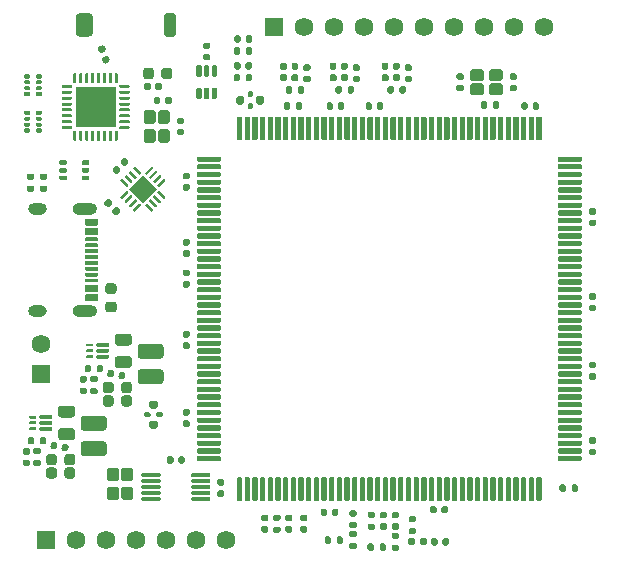
<source format=gbr>
%TF.GenerationSoftware,KiCad,Pcbnew,8.99.0-2608-ga0707285a1*%
%TF.CreationDate,2024-10-22T09:16:20-04:00*%
%TF.ProjectId,shinobi,7368696e-6f62-4692-9e6b-696361645f70,rev?*%
%TF.SameCoordinates,Original*%
%TF.FileFunction,Soldermask,Top*%
%TF.FilePolarity,Negative*%
%FSLAX46Y46*%
G04 Gerber Fmt 4.6, Leading zero omitted, Abs format (unit mm)*
G04 Created by KiCad (PCBNEW 8.99.0-2608-ga0707285a1) date 2024-10-22 09:16:20*
%MOMM*%
%LPD*%
G01*
G04 APERTURE LIST*
%ADD10R,1.584000X1.584000*%
%ADD11C,1.584000*%
%ADD12R,3.450000X3.450000*%
G04 APERTURE END LIST*
G36*
G01*
X163421900Y-87217400D02*
X163761900Y-87217400D01*
G75*
G02*
X163901900Y-87357400I0J-140000D01*
G01*
X163901900Y-87637400D01*
G75*
G02*
X163761900Y-87777400I-140000J0D01*
G01*
X163421900Y-87777400D01*
G75*
G02*
X163281900Y-87637400I0J140000D01*
G01*
X163281900Y-87357400D01*
G75*
G02*
X163421900Y-87217400I140000J0D01*
G01*
G37*
G36*
G01*
X163421900Y-88177400D02*
X163761900Y-88177400D01*
G75*
G02*
X163901900Y-88317400I0J-140000D01*
G01*
X163901900Y-88597400D01*
G75*
G02*
X163761900Y-88737400I-140000J0D01*
G01*
X163421900Y-88737400D01*
G75*
G02*
X163281900Y-88597400I0J140000D01*
G01*
X163281900Y-88317400D01*
G75*
G02*
X163421900Y-88177400I140000J0D01*
G01*
G37*
G36*
G01*
X154688100Y-125739600D02*
X154348100Y-125739600D01*
G75*
G02*
X154208100Y-125599600I0J140000D01*
G01*
X154208100Y-125319600D01*
G75*
G02*
X154348100Y-125179600I140000J0D01*
G01*
X154688100Y-125179600D01*
G75*
G02*
X154828100Y-125319600I0J-140000D01*
G01*
X154828100Y-125599600D01*
G75*
G02*
X154688100Y-125739600I-140000J0D01*
G01*
G37*
G36*
G01*
X154688100Y-124779600D02*
X154348100Y-124779600D01*
G75*
G02*
X154208100Y-124639600I0J140000D01*
G01*
X154208100Y-124359600D01*
G75*
G02*
X154348100Y-124219600I140000J0D01*
G01*
X154688100Y-124219600D01*
G75*
G02*
X154828100Y-124359600I0J-140000D01*
G01*
X154828100Y-124639600D01*
G75*
G02*
X154688100Y-124779600I-140000J0D01*
G01*
G37*
G36*
G01*
X135799900Y-114715000D02*
X135799900Y-115215000D01*
G75*
G02*
X135574900Y-115440000I-225000J0D01*
G01*
X135124900Y-115440000D01*
G75*
G02*
X134899900Y-115215000I0J225000D01*
G01*
X134899900Y-114715000D01*
G75*
G02*
X135124900Y-114490000I225000J0D01*
G01*
X135574900Y-114490000D01*
G75*
G02*
X135799900Y-114715000I0J-225000D01*
G01*
G37*
G36*
G01*
X134249900Y-114715000D02*
X134249900Y-115215000D01*
G75*
G02*
X134024900Y-115440000I-225000J0D01*
G01*
X133574900Y-115440000D01*
G75*
G02*
X133349900Y-115215000I0J225000D01*
G01*
X133349900Y-114715000D01*
G75*
G02*
X133574900Y-114490000I225000J0D01*
G01*
X134024900Y-114490000D01*
G75*
G02*
X134249900Y-114715000I0J-225000D01*
G01*
G37*
G36*
G01*
X152114100Y-126942600D02*
X152114100Y-126572600D01*
G75*
G02*
X152249100Y-126437600I135000J0D01*
G01*
X152519100Y-126437600D01*
G75*
G02*
X152654100Y-126572600I0J-135000D01*
G01*
X152654100Y-126942600D01*
G75*
G02*
X152519100Y-127077600I-135000J0D01*
G01*
X152249100Y-127077600D01*
G75*
G02*
X152114100Y-126942600I0J135000D01*
G01*
G37*
G36*
G01*
X153134100Y-126942600D02*
X153134100Y-126572600D01*
G75*
G02*
X153269100Y-126437600I135000J0D01*
G01*
X153539100Y-126437600D01*
G75*
G02*
X153674100Y-126572600I0J-135000D01*
G01*
X153674100Y-126942600D01*
G75*
G02*
X153539100Y-127077600I-135000J0D01*
G01*
X153269100Y-127077600D01*
G75*
G02*
X153134100Y-126942600I0J135000D01*
G01*
G37*
G36*
G01*
X174971100Y-113163600D02*
X174631100Y-113163600D01*
G75*
G02*
X174491100Y-113023600I0J140000D01*
G01*
X174491100Y-112743600D01*
G75*
G02*
X174631100Y-112603600I140000J0D01*
G01*
X174971100Y-112603600D01*
G75*
G02*
X175111100Y-112743600I0J-140000D01*
G01*
X175111100Y-113023600D01*
G75*
G02*
X174971100Y-113163600I-140000J0D01*
G01*
G37*
G36*
G01*
X174971100Y-112203600D02*
X174631100Y-112203600D01*
G75*
G02*
X174491100Y-112063600I0J140000D01*
G01*
X174491100Y-111783600D01*
G75*
G02*
X174631100Y-111643600I140000J0D01*
G01*
X174971100Y-111643600D01*
G75*
G02*
X175111100Y-111783600I0J-140000D01*
G01*
X175111100Y-112063600D01*
G75*
G02*
X174971100Y-112203600I-140000J0D01*
G01*
G37*
G36*
G01*
X153288100Y-124228200D02*
X153288100Y-124568200D01*
G75*
G02*
X153148100Y-124708200I-140000J0D01*
G01*
X152868100Y-124708200D01*
G75*
G02*
X152728100Y-124568200I0J140000D01*
G01*
X152728100Y-124228200D01*
G75*
G02*
X152868100Y-124088200I140000J0D01*
G01*
X153148100Y-124088200D01*
G75*
G02*
X153288100Y-124228200I0J-140000D01*
G01*
G37*
G36*
G01*
X152328100Y-124228200D02*
X152328100Y-124568200D01*
G75*
G02*
X152188100Y-124708200I-140000J0D01*
G01*
X151908100Y-124708200D01*
G75*
G02*
X151768100Y-124568200I0J140000D01*
G01*
X151768100Y-124228200D01*
G75*
G02*
X151908100Y-124088200I140000J0D01*
G01*
X152188100Y-124088200D01*
G75*
G02*
X152328100Y-124228200I0J-140000D01*
G01*
G37*
G36*
G01*
X140084900Y-92487400D02*
X139744900Y-92487400D01*
G75*
G02*
X139604900Y-92347400I0J140000D01*
G01*
X139604900Y-92067400D01*
G75*
G02*
X139744900Y-91927400I140000J0D01*
G01*
X140084900Y-91927400D01*
G75*
G02*
X140224900Y-92067400I0J-140000D01*
G01*
X140224900Y-92347400D01*
G75*
G02*
X140084900Y-92487400I-140000J0D01*
G01*
G37*
G36*
G01*
X140084900Y-91527400D02*
X139744900Y-91527400D01*
G75*
G02*
X139604900Y-91387400I0J140000D01*
G01*
X139604900Y-91107400D01*
G75*
G02*
X139744900Y-90967400I140000J0D01*
G01*
X140084900Y-90967400D01*
G75*
G02*
X140224900Y-91107400I0J-140000D01*
G01*
X140224900Y-91387400D01*
G75*
G02*
X140084900Y-91527400I-140000J0D01*
G01*
G37*
G36*
G01*
X149898100Y-87420100D02*
X149898100Y-87765100D01*
G75*
G02*
X149750600Y-87912600I-147500J0D01*
G01*
X149455600Y-87912600D01*
G75*
G02*
X149308100Y-87765100I0J147500D01*
G01*
X149308100Y-87420100D01*
G75*
G02*
X149455600Y-87272600I147500J0D01*
G01*
X149750600Y-87272600D01*
G75*
G02*
X149898100Y-87420100I0J-147500D01*
G01*
G37*
G36*
G01*
X148928100Y-87420100D02*
X148928100Y-87765100D01*
G75*
G02*
X148780600Y-87912600I-147500J0D01*
G01*
X148485600Y-87912600D01*
G75*
G02*
X148338100Y-87765100I0J147500D01*
G01*
X148338100Y-87420100D01*
G75*
G02*
X148485600Y-87272600I147500J0D01*
G01*
X148780600Y-87272600D01*
G75*
G02*
X148928100Y-87420100I0J-147500D01*
G01*
G37*
G36*
G01*
X174971100Y-119563600D02*
X174631100Y-119563600D01*
G75*
G02*
X174491100Y-119423600I0J140000D01*
G01*
X174491100Y-119143600D01*
G75*
G02*
X174631100Y-119003600I140000J0D01*
G01*
X174971100Y-119003600D01*
G75*
G02*
X175111100Y-119143600I0J-140000D01*
G01*
X175111100Y-119423600D01*
G75*
G02*
X174971100Y-119563600I-140000J0D01*
G01*
G37*
G36*
G01*
X174971100Y-118603600D02*
X174631100Y-118603600D01*
G75*
G02*
X174491100Y-118463600I0J140000D01*
G01*
X174491100Y-118183600D01*
G75*
G02*
X174631100Y-118043600I140000J0D01*
G01*
X174971100Y-118043600D01*
G75*
G02*
X175111100Y-118183600I0J-140000D01*
G01*
X175111100Y-118463600D01*
G75*
G02*
X174971100Y-118603600I-140000J0D01*
G01*
G37*
G36*
G01*
X159200700Y-127063000D02*
X159200700Y-126693000D01*
G75*
G02*
X159335700Y-126558000I135000J0D01*
G01*
X159605700Y-126558000D01*
G75*
G02*
X159740700Y-126693000I0J-135000D01*
G01*
X159740700Y-127063000D01*
G75*
G02*
X159605700Y-127198000I-135000J0D01*
G01*
X159335700Y-127198000D01*
G75*
G02*
X159200700Y-127063000I0J135000D01*
G01*
G37*
G36*
G01*
X160220700Y-127063000D02*
X160220700Y-126693000D01*
G75*
G02*
X160355700Y-126558000I135000J0D01*
G01*
X160625700Y-126558000D01*
G75*
G02*
X160760700Y-126693000I0J-135000D01*
G01*
X160760700Y-127063000D01*
G75*
G02*
X160625700Y-127198000I-135000J0D01*
G01*
X160355700Y-127198000D01*
G75*
G02*
X160220700Y-127063000I0J135000D01*
G01*
G37*
G36*
G01*
X135768100Y-123367600D02*
X135068100Y-123367600D01*
G75*
G02*
X134918100Y-123217600I0J150000D01*
G01*
X134918100Y-122367600D01*
G75*
G02*
X135068100Y-122217600I150000J0D01*
G01*
X135768100Y-122217600D01*
G75*
G02*
X135918100Y-122367600I0J-150000D01*
G01*
X135918100Y-123217600D01*
G75*
G02*
X135768100Y-123367600I-150000J0D01*
G01*
G37*
G36*
G01*
X135768100Y-121767600D02*
X135068100Y-121767600D01*
G75*
G02*
X134918100Y-121617600I0J150000D01*
G01*
X134918100Y-120767600D01*
G75*
G02*
X135068100Y-120617600I150000J0D01*
G01*
X135768100Y-120617600D01*
G75*
G02*
X135918100Y-120767600I0J-150000D01*
G01*
X135918100Y-121617600D01*
G75*
G02*
X135768100Y-121767600I-150000J0D01*
G01*
G37*
G36*
G01*
X134568100Y-121767600D02*
X133868100Y-121767600D01*
G75*
G02*
X133718100Y-121617600I0J150000D01*
G01*
X133718100Y-120767600D01*
G75*
G02*
X133868100Y-120617600I150000J0D01*
G01*
X134568100Y-120617600D01*
G75*
G02*
X134718100Y-120767600I0J-150000D01*
G01*
X134718100Y-121617600D01*
G75*
G02*
X134568100Y-121767600I-150000J0D01*
G01*
G37*
G36*
G01*
X134568100Y-123367600D02*
X133868100Y-123367600D01*
G75*
G02*
X133718100Y-123217600I0J150000D01*
G01*
X133718100Y-122367600D01*
G75*
G02*
X133868100Y-122217600I150000J0D01*
G01*
X134568100Y-122217600D01*
G75*
G02*
X134718100Y-122367600I0J-150000D01*
G01*
X134718100Y-123217600D01*
G75*
G02*
X134568100Y-123367600I-150000J0D01*
G01*
G37*
G36*
G01*
X136964900Y-90352400D02*
X137664900Y-90352400D01*
G75*
G02*
X137814900Y-90502400I0J-150000D01*
G01*
X137814900Y-91352400D01*
G75*
G02*
X137664900Y-91502400I-150000J0D01*
G01*
X136964900Y-91502400D01*
G75*
G02*
X136814900Y-91352400I0J150000D01*
G01*
X136814900Y-90502400D01*
G75*
G02*
X136964900Y-90352400I150000J0D01*
G01*
G37*
G36*
G01*
X136964900Y-91952400D02*
X137664900Y-91952400D01*
G75*
G02*
X137814900Y-92102400I0J-150000D01*
G01*
X137814900Y-92952400D01*
G75*
G02*
X137664900Y-93102400I-150000J0D01*
G01*
X136964900Y-93102400D01*
G75*
G02*
X136814900Y-92952400I0J150000D01*
G01*
X136814900Y-92102400D01*
G75*
G02*
X136964900Y-91952400I150000J0D01*
G01*
G37*
G36*
G01*
X138164900Y-91952400D02*
X138864900Y-91952400D01*
G75*
G02*
X139014900Y-92102400I0J-150000D01*
G01*
X139014900Y-92952400D01*
G75*
G02*
X138864900Y-93102400I-150000J0D01*
G01*
X138164900Y-93102400D01*
G75*
G02*
X138014900Y-92952400I0J150000D01*
G01*
X138014900Y-92102400D01*
G75*
G02*
X138164900Y-91952400I150000J0D01*
G01*
G37*
G36*
G01*
X138164900Y-90352400D02*
X138864900Y-90352400D01*
G75*
G02*
X139014900Y-90502400I0J-150000D01*
G01*
X139014900Y-91352400D01*
G75*
G02*
X138864900Y-91502400I-150000J0D01*
G01*
X138164900Y-91502400D01*
G75*
G02*
X138014900Y-91352400I0J150000D01*
G01*
X138014900Y-90502400D01*
G75*
G02*
X138164900Y-90352400I150000J0D01*
G01*
G37*
G36*
G01*
X158271100Y-125866600D02*
X157931100Y-125866600D01*
G75*
G02*
X157791100Y-125726600I0J140000D01*
G01*
X157791100Y-125446600D01*
G75*
G02*
X157931100Y-125306600I140000J0D01*
G01*
X158271100Y-125306600D01*
G75*
G02*
X158411100Y-125446600I0J-140000D01*
G01*
X158411100Y-125726600D01*
G75*
G02*
X158271100Y-125866600I-140000J0D01*
G01*
G37*
G36*
G01*
X158271100Y-124906600D02*
X157931100Y-124906600D01*
G75*
G02*
X157791100Y-124766600I0J140000D01*
G01*
X157791100Y-124486600D01*
G75*
G02*
X157931100Y-124346600I140000J0D01*
G01*
X158271100Y-124346600D01*
G75*
G02*
X158411100Y-124486600I0J-140000D01*
G01*
X158411100Y-124766600D01*
G75*
G02*
X158271100Y-124906600I-140000J0D01*
G01*
G37*
G36*
G01*
X159034900Y-86467400D02*
X159374900Y-86467400D01*
G75*
G02*
X159514900Y-86607400I0J-140000D01*
G01*
X159514900Y-86887400D01*
G75*
G02*
X159374900Y-87027400I-140000J0D01*
G01*
X159034900Y-87027400D01*
G75*
G02*
X158894900Y-86887400I0J140000D01*
G01*
X158894900Y-86607400D01*
G75*
G02*
X159034900Y-86467400I140000J0D01*
G01*
G37*
G36*
G01*
X159034900Y-87427400D02*
X159374900Y-87427400D01*
G75*
G02*
X159514900Y-87567400I0J-140000D01*
G01*
X159514900Y-87847400D01*
G75*
G02*
X159374900Y-87987400I-140000J0D01*
G01*
X159034900Y-87987400D01*
G75*
G02*
X158894900Y-87847400I0J140000D01*
G01*
X158894900Y-87567400D01*
G75*
G02*
X159034900Y-87427400I140000J0D01*
G01*
G37*
G36*
G01*
X146993600Y-89286350D02*
X146993600Y-89698850D01*
G75*
G02*
X146824850Y-89867600I-168750J0D01*
G01*
X146487350Y-89867600D01*
G75*
G02*
X146318600Y-89698850I0J168750D01*
G01*
X146318600Y-89286350D01*
G75*
G02*
X146487350Y-89117600I168750J0D01*
G01*
X146824850Y-89117600D01*
G75*
G02*
X146993600Y-89286350I0J-168750D01*
G01*
G37*
G36*
G01*
X146018100Y-88817100D02*
X146018100Y-89142100D01*
G75*
G02*
X145918100Y-89242100I-100000J0D01*
G01*
X145718100Y-89242100D01*
G75*
G02*
X145618100Y-89142100I0J100000D01*
G01*
X145618100Y-88817100D01*
G75*
G02*
X145718100Y-88717100I100000J0D01*
G01*
X145918100Y-88717100D01*
G75*
G02*
X146018100Y-88817100I0J-100000D01*
G01*
G37*
G36*
G01*
X145318600Y-89286350D02*
X145318600Y-89698850D01*
G75*
G02*
X145149850Y-89867600I-168750J0D01*
G01*
X144812350Y-89867600D01*
G75*
G02*
X144643600Y-89698850I0J168750D01*
G01*
X144643600Y-89286350D01*
G75*
G02*
X144812350Y-89117600I168750J0D01*
G01*
X145149850Y-89117600D01*
G75*
G02*
X145318600Y-89286350I0J-168750D01*
G01*
G37*
G36*
G01*
X146018100Y-89843100D02*
X146018100Y-90168100D01*
G75*
G02*
X145918100Y-90268100I-100000J0D01*
G01*
X145718100Y-90268100D01*
G75*
G02*
X145618100Y-90168100I0J100000D01*
G01*
X145618100Y-89843100D01*
G75*
G02*
X145718100Y-89743100I100000J0D01*
G01*
X145918100Y-89743100D01*
G75*
G02*
X146018100Y-89843100I0J-100000D01*
G01*
G37*
G36*
G01*
X132524900Y-82502400D02*
X132524900Y-83752400D01*
G75*
G02*
X132149900Y-84127400I-375000J0D01*
G01*
X131399900Y-84127400D01*
G75*
G02*
X131024900Y-83752400I0J375000D01*
G01*
X131024900Y-82502400D01*
G75*
G02*
X131399900Y-82127400I375000J0D01*
G01*
X132149900Y-82127400D01*
G75*
G02*
X132524900Y-82502400I0J-375000D01*
G01*
G37*
G36*
G01*
X139524900Y-82377400D02*
X139524900Y-83877400D01*
G75*
G02*
X139274900Y-84127400I-250000J0D01*
G01*
X138774900Y-84127400D01*
G75*
G02*
X138524900Y-83877400I0J250000D01*
G01*
X138524900Y-82377400D01*
G75*
G02*
X138774900Y-82127400I250000J0D01*
G01*
X139274900Y-82127400D01*
G75*
G02*
X139524900Y-82377400I0J-250000D01*
G01*
G37*
G36*
G01*
X156915100Y-124346600D02*
X157255100Y-124346600D01*
G75*
G02*
X157395100Y-124486600I0J-140000D01*
G01*
X157395100Y-124766600D01*
G75*
G02*
X157255100Y-124906600I-140000J0D01*
G01*
X156915100Y-124906600D01*
G75*
G02*
X156775100Y-124766600I0J140000D01*
G01*
X156775100Y-124486600D01*
G75*
G02*
X156915100Y-124346600I140000J0D01*
G01*
G37*
G36*
G01*
X156915100Y-125306600D02*
X157255100Y-125306600D01*
G75*
G02*
X157395100Y-125446600I0J-140000D01*
G01*
X157395100Y-125726600D01*
G75*
G02*
X157255100Y-125866600I-140000J0D01*
G01*
X156915100Y-125866600D01*
G75*
G02*
X156775100Y-125726600I0J140000D01*
G01*
X156775100Y-125446600D01*
G75*
G02*
X156915100Y-125306600I140000J0D01*
G01*
G37*
G36*
G01*
X159363900Y-124701000D02*
X159733900Y-124701000D01*
G75*
G02*
X159868900Y-124836000I0J-135000D01*
G01*
X159868900Y-125106000D01*
G75*
G02*
X159733900Y-125241000I-135000J0D01*
G01*
X159363900Y-125241000D01*
G75*
G02*
X159228900Y-125106000I0J135000D01*
G01*
X159228900Y-124836000D01*
G75*
G02*
X159363900Y-124701000I135000J0D01*
G01*
G37*
G36*
G01*
X159363900Y-125721000D02*
X159733900Y-125721000D01*
G75*
G02*
X159868900Y-125856000I0J-135000D01*
G01*
X159868900Y-126126000D01*
G75*
G02*
X159733900Y-126261000I-135000J0D01*
G01*
X159363900Y-126261000D01*
G75*
G02*
X159228900Y-126126000I0J135000D01*
G01*
X159228900Y-125856000D01*
G75*
G02*
X159363900Y-125721000I135000J0D01*
G01*
G37*
G36*
G01*
X142294900Y-86137400D02*
X141954900Y-86137400D01*
G75*
G02*
X141814900Y-85997400I0J140000D01*
G01*
X141814900Y-85717400D01*
G75*
G02*
X141954900Y-85577400I140000J0D01*
G01*
X142294900Y-85577400D01*
G75*
G02*
X142434900Y-85717400I0J-140000D01*
G01*
X142434900Y-85997400D01*
G75*
G02*
X142294900Y-86137400I-140000J0D01*
G01*
G37*
G36*
G01*
X142294900Y-85177400D02*
X141954900Y-85177400D01*
G75*
G02*
X141814900Y-85037400I0J140000D01*
G01*
X141814900Y-84757400D01*
G75*
G02*
X141954900Y-84617400I140000J0D01*
G01*
X142294900Y-84617400D01*
G75*
G02*
X142434900Y-84757400I0J-140000D01*
G01*
X142434900Y-85037400D01*
G75*
G02*
X142294900Y-85177400I-140000J0D01*
G01*
G37*
G36*
G01*
X141318100Y-94641400D02*
X141318100Y-94343800D01*
G75*
G02*
X141394300Y-94267600I76200J0D01*
G01*
X143241900Y-94267600D01*
G75*
G02*
X143318100Y-94343800I0J-76200D01*
G01*
X143318100Y-94641400D01*
G75*
G02*
X143241900Y-94717600I-76200J0D01*
G01*
X141394300Y-94717600D01*
G75*
G02*
X141318100Y-94641400I0J76200D01*
G01*
G37*
G36*
G01*
X141318100Y-95291400D02*
X141318100Y-94993800D01*
G75*
G02*
X141394300Y-94917600I76200J0D01*
G01*
X143241900Y-94917600D01*
G75*
G02*
X143318100Y-94993800I0J-76200D01*
G01*
X143318100Y-95291400D01*
G75*
G02*
X143241900Y-95367600I-76200J0D01*
G01*
X141394300Y-95367600D01*
G75*
G02*
X141318100Y-95291400I0J76200D01*
G01*
G37*
G36*
G01*
X141318100Y-95941400D02*
X141318100Y-95643800D01*
G75*
G02*
X141394300Y-95567600I76200J0D01*
G01*
X143241900Y-95567600D01*
G75*
G02*
X143318100Y-95643800I0J-76200D01*
G01*
X143318100Y-95941400D01*
G75*
G02*
X143241900Y-96017600I-76200J0D01*
G01*
X141394300Y-96017600D01*
G75*
G02*
X141318100Y-95941400I0J76200D01*
G01*
G37*
G36*
G01*
X141318100Y-96591400D02*
X141318100Y-96293800D01*
G75*
G02*
X141394300Y-96217600I76200J0D01*
G01*
X143241900Y-96217600D01*
G75*
G02*
X143318100Y-96293800I0J-76200D01*
G01*
X143318100Y-96591400D01*
G75*
G02*
X143241900Y-96667600I-76200J0D01*
G01*
X141394300Y-96667600D01*
G75*
G02*
X141318100Y-96591400I0J76200D01*
G01*
G37*
G36*
G01*
X141318100Y-97241400D02*
X141318100Y-96943800D01*
G75*
G02*
X141394300Y-96867600I76200J0D01*
G01*
X143241900Y-96867600D01*
G75*
G02*
X143318100Y-96943800I0J-76200D01*
G01*
X143318100Y-97241400D01*
G75*
G02*
X143241900Y-97317600I-76200J0D01*
G01*
X141394300Y-97317600D01*
G75*
G02*
X141318100Y-97241400I0J76200D01*
G01*
G37*
G36*
G01*
X141318100Y-97891400D02*
X141318100Y-97593800D01*
G75*
G02*
X141394300Y-97517600I76200J0D01*
G01*
X143241900Y-97517600D01*
G75*
G02*
X143318100Y-97593800I0J-76200D01*
G01*
X143318100Y-97891400D01*
G75*
G02*
X143241900Y-97967600I-76200J0D01*
G01*
X141394300Y-97967600D01*
G75*
G02*
X141318100Y-97891400I0J76200D01*
G01*
G37*
G36*
G01*
X141318100Y-98541400D02*
X141318100Y-98243800D01*
G75*
G02*
X141394300Y-98167600I76200J0D01*
G01*
X143241900Y-98167600D01*
G75*
G02*
X143318100Y-98243800I0J-76200D01*
G01*
X143318100Y-98541400D01*
G75*
G02*
X143241900Y-98617600I-76200J0D01*
G01*
X141394300Y-98617600D01*
G75*
G02*
X141318100Y-98541400I0J76200D01*
G01*
G37*
G36*
G01*
X141318100Y-99191400D02*
X141318100Y-98893800D01*
G75*
G02*
X141394300Y-98817600I76200J0D01*
G01*
X143241900Y-98817600D01*
G75*
G02*
X143318100Y-98893800I0J-76200D01*
G01*
X143318100Y-99191400D01*
G75*
G02*
X143241900Y-99267600I-76200J0D01*
G01*
X141394300Y-99267600D01*
G75*
G02*
X141318100Y-99191400I0J76200D01*
G01*
G37*
G36*
G01*
X141318100Y-99841400D02*
X141318100Y-99543800D01*
G75*
G02*
X141394300Y-99467600I76200J0D01*
G01*
X143241900Y-99467600D01*
G75*
G02*
X143318100Y-99543800I0J-76200D01*
G01*
X143318100Y-99841400D01*
G75*
G02*
X143241900Y-99917600I-76200J0D01*
G01*
X141394300Y-99917600D01*
G75*
G02*
X141318100Y-99841400I0J76200D01*
G01*
G37*
G36*
G01*
X141318100Y-100491400D02*
X141318100Y-100193800D01*
G75*
G02*
X141394300Y-100117600I76200J0D01*
G01*
X143241900Y-100117600D01*
G75*
G02*
X143318100Y-100193800I0J-76200D01*
G01*
X143318100Y-100491400D01*
G75*
G02*
X143241900Y-100567600I-76200J0D01*
G01*
X141394300Y-100567600D01*
G75*
G02*
X141318100Y-100491400I0J76200D01*
G01*
G37*
G36*
G01*
X141318100Y-101141400D02*
X141318100Y-100843800D01*
G75*
G02*
X141394300Y-100767600I76200J0D01*
G01*
X143241900Y-100767600D01*
G75*
G02*
X143318100Y-100843800I0J-76200D01*
G01*
X143318100Y-101141400D01*
G75*
G02*
X143241900Y-101217600I-76200J0D01*
G01*
X141394300Y-101217600D01*
G75*
G02*
X141318100Y-101141400I0J76200D01*
G01*
G37*
G36*
G01*
X141318100Y-101791400D02*
X141318100Y-101493800D01*
G75*
G02*
X141394300Y-101417600I76200J0D01*
G01*
X143241900Y-101417600D01*
G75*
G02*
X143318100Y-101493800I0J-76200D01*
G01*
X143318100Y-101791400D01*
G75*
G02*
X143241900Y-101867600I-76200J0D01*
G01*
X141394300Y-101867600D01*
G75*
G02*
X141318100Y-101791400I0J76200D01*
G01*
G37*
G36*
G01*
X141318100Y-102441400D02*
X141318100Y-102143800D01*
G75*
G02*
X141394300Y-102067600I76200J0D01*
G01*
X143241900Y-102067600D01*
G75*
G02*
X143318100Y-102143800I0J-76200D01*
G01*
X143318100Y-102441400D01*
G75*
G02*
X143241900Y-102517600I-76200J0D01*
G01*
X141394300Y-102517600D01*
G75*
G02*
X141318100Y-102441400I0J76200D01*
G01*
G37*
G36*
G01*
X141318100Y-103091400D02*
X141318100Y-102793800D01*
G75*
G02*
X141394300Y-102717600I76200J0D01*
G01*
X143241900Y-102717600D01*
G75*
G02*
X143318100Y-102793800I0J-76200D01*
G01*
X143318100Y-103091400D01*
G75*
G02*
X143241900Y-103167600I-76200J0D01*
G01*
X141394300Y-103167600D01*
G75*
G02*
X141318100Y-103091400I0J76200D01*
G01*
G37*
G36*
G01*
X141318100Y-103741400D02*
X141318100Y-103443800D01*
G75*
G02*
X141394300Y-103367600I76200J0D01*
G01*
X143241900Y-103367600D01*
G75*
G02*
X143318100Y-103443800I0J-76200D01*
G01*
X143318100Y-103741400D01*
G75*
G02*
X143241900Y-103817600I-76200J0D01*
G01*
X141394300Y-103817600D01*
G75*
G02*
X141318100Y-103741400I0J76200D01*
G01*
G37*
G36*
G01*
X141318100Y-104391400D02*
X141318100Y-104093800D01*
G75*
G02*
X141394300Y-104017600I76200J0D01*
G01*
X143241900Y-104017600D01*
G75*
G02*
X143318100Y-104093800I0J-76200D01*
G01*
X143318100Y-104391400D01*
G75*
G02*
X143241900Y-104467600I-76200J0D01*
G01*
X141394300Y-104467600D01*
G75*
G02*
X141318100Y-104391400I0J76200D01*
G01*
G37*
G36*
G01*
X141318100Y-105041400D02*
X141318100Y-104743800D01*
G75*
G02*
X141394300Y-104667600I76200J0D01*
G01*
X143241900Y-104667600D01*
G75*
G02*
X143318100Y-104743800I0J-76200D01*
G01*
X143318100Y-105041400D01*
G75*
G02*
X143241900Y-105117600I-76200J0D01*
G01*
X141394300Y-105117600D01*
G75*
G02*
X141318100Y-105041400I0J76200D01*
G01*
G37*
G36*
G01*
X141318100Y-105691400D02*
X141318100Y-105393800D01*
G75*
G02*
X141394300Y-105317600I76200J0D01*
G01*
X143241900Y-105317600D01*
G75*
G02*
X143318100Y-105393800I0J-76200D01*
G01*
X143318100Y-105691400D01*
G75*
G02*
X143241900Y-105767600I-76200J0D01*
G01*
X141394300Y-105767600D01*
G75*
G02*
X141318100Y-105691400I0J76200D01*
G01*
G37*
G36*
G01*
X141318100Y-106341400D02*
X141318100Y-106043800D01*
G75*
G02*
X141394300Y-105967600I76200J0D01*
G01*
X143241900Y-105967600D01*
G75*
G02*
X143318100Y-106043800I0J-76200D01*
G01*
X143318100Y-106341400D01*
G75*
G02*
X143241900Y-106417600I-76200J0D01*
G01*
X141394300Y-106417600D01*
G75*
G02*
X141318100Y-106341400I0J76200D01*
G01*
G37*
G36*
G01*
X141318100Y-106991400D02*
X141318100Y-106693800D01*
G75*
G02*
X141394300Y-106617600I76200J0D01*
G01*
X143241900Y-106617600D01*
G75*
G02*
X143318100Y-106693800I0J-76200D01*
G01*
X143318100Y-106991400D01*
G75*
G02*
X143241900Y-107067600I-76200J0D01*
G01*
X141394300Y-107067600D01*
G75*
G02*
X141318100Y-106991400I0J76200D01*
G01*
G37*
G36*
G01*
X141318100Y-107641400D02*
X141318100Y-107343800D01*
G75*
G02*
X141394300Y-107267600I76200J0D01*
G01*
X143241900Y-107267600D01*
G75*
G02*
X143318100Y-107343800I0J-76200D01*
G01*
X143318100Y-107641400D01*
G75*
G02*
X143241900Y-107717600I-76200J0D01*
G01*
X141394300Y-107717600D01*
G75*
G02*
X141318100Y-107641400I0J76200D01*
G01*
G37*
G36*
G01*
X141318100Y-108291400D02*
X141318100Y-107993800D01*
G75*
G02*
X141394300Y-107917600I76200J0D01*
G01*
X143241900Y-107917600D01*
G75*
G02*
X143318100Y-107993800I0J-76200D01*
G01*
X143318100Y-108291400D01*
G75*
G02*
X143241900Y-108367600I-76200J0D01*
G01*
X141394300Y-108367600D01*
G75*
G02*
X141318100Y-108291400I0J76200D01*
G01*
G37*
G36*
G01*
X141318100Y-108941400D02*
X141318100Y-108643800D01*
G75*
G02*
X141394300Y-108567600I76200J0D01*
G01*
X143241900Y-108567600D01*
G75*
G02*
X143318100Y-108643800I0J-76200D01*
G01*
X143318100Y-108941400D01*
G75*
G02*
X143241900Y-109017600I-76200J0D01*
G01*
X141394300Y-109017600D01*
G75*
G02*
X141318100Y-108941400I0J76200D01*
G01*
G37*
G36*
G01*
X141318100Y-109591400D02*
X141318100Y-109293800D01*
G75*
G02*
X141394300Y-109217600I76200J0D01*
G01*
X143241900Y-109217600D01*
G75*
G02*
X143318100Y-109293800I0J-76200D01*
G01*
X143318100Y-109591400D01*
G75*
G02*
X143241900Y-109667600I-76200J0D01*
G01*
X141394300Y-109667600D01*
G75*
G02*
X141318100Y-109591400I0J76200D01*
G01*
G37*
G36*
G01*
X141318100Y-110241400D02*
X141318100Y-109943800D01*
G75*
G02*
X141394300Y-109867600I76200J0D01*
G01*
X143241900Y-109867600D01*
G75*
G02*
X143318100Y-109943800I0J-76200D01*
G01*
X143318100Y-110241400D01*
G75*
G02*
X143241900Y-110317600I-76200J0D01*
G01*
X141394300Y-110317600D01*
G75*
G02*
X141318100Y-110241400I0J76200D01*
G01*
G37*
G36*
G01*
X141318100Y-110891400D02*
X141318100Y-110593800D01*
G75*
G02*
X141394300Y-110517600I76200J0D01*
G01*
X143241900Y-110517600D01*
G75*
G02*
X143318100Y-110593800I0J-76200D01*
G01*
X143318100Y-110891400D01*
G75*
G02*
X143241900Y-110967600I-76200J0D01*
G01*
X141394300Y-110967600D01*
G75*
G02*
X141318100Y-110891400I0J76200D01*
G01*
G37*
G36*
G01*
X141318100Y-111541400D02*
X141318100Y-111243800D01*
G75*
G02*
X141394300Y-111167600I76200J0D01*
G01*
X143241900Y-111167600D01*
G75*
G02*
X143318100Y-111243800I0J-76200D01*
G01*
X143318100Y-111541400D01*
G75*
G02*
X143241900Y-111617600I-76200J0D01*
G01*
X141394300Y-111617600D01*
G75*
G02*
X141318100Y-111541400I0J76200D01*
G01*
G37*
G36*
G01*
X141318100Y-112191400D02*
X141318100Y-111893800D01*
G75*
G02*
X141394300Y-111817600I76200J0D01*
G01*
X143241900Y-111817600D01*
G75*
G02*
X143318100Y-111893800I0J-76200D01*
G01*
X143318100Y-112191400D01*
G75*
G02*
X143241900Y-112267600I-76200J0D01*
G01*
X141394300Y-112267600D01*
G75*
G02*
X141318100Y-112191400I0J76200D01*
G01*
G37*
G36*
G01*
X141318100Y-112841400D02*
X141318100Y-112543800D01*
G75*
G02*
X141394300Y-112467600I76200J0D01*
G01*
X143241900Y-112467600D01*
G75*
G02*
X143318100Y-112543800I0J-76200D01*
G01*
X143318100Y-112841400D01*
G75*
G02*
X143241900Y-112917600I-76200J0D01*
G01*
X141394300Y-112917600D01*
G75*
G02*
X141318100Y-112841400I0J76200D01*
G01*
G37*
G36*
G01*
X141318100Y-113491400D02*
X141318100Y-113193800D01*
G75*
G02*
X141394300Y-113117600I76200J0D01*
G01*
X143241900Y-113117600D01*
G75*
G02*
X143318100Y-113193800I0J-76200D01*
G01*
X143318100Y-113491400D01*
G75*
G02*
X143241900Y-113567600I-76200J0D01*
G01*
X141394300Y-113567600D01*
G75*
G02*
X141318100Y-113491400I0J76200D01*
G01*
G37*
G36*
G01*
X141318100Y-114141400D02*
X141318100Y-113843800D01*
G75*
G02*
X141394300Y-113767600I76200J0D01*
G01*
X143241900Y-113767600D01*
G75*
G02*
X143318100Y-113843800I0J-76200D01*
G01*
X143318100Y-114141400D01*
G75*
G02*
X143241900Y-114217600I-76200J0D01*
G01*
X141394300Y-114217600D01*
G75*
G02*
X141318100Y-114141400I0J76200D01*
G01*
G37*
G36*
G01*
X141318100Y-114791400D02*
X141318100Y-114493800D01*
G75*
G02*
X141394300Y-114417600I76200J0D01*
G01*
X143241900Y-114417600D01*
G75*
G02*
X143318100Y-114493800I0J-76200D01*
G01*
X143318100Y-114791400D01*
G75*
G02*
X143241900Y-114867600I-76200J0D01*
G01*
X141394300Y-114867600D01*
G75*
G02*
X141318100Y-114791400I0J76200D01*
G01*
G37*
G36*
G01*
X141318100Y-115441400D02*
X141318100Y-115143800D01*
G75*
G02*
X141394300Y-115067600I76200J0D01*
G01*
X143241900Y-115067600D01*
G75*
G02*
X143318100Y-115143800I0J-76200D01*
G01*
X143318100Y-115441400D01*
G75*
G02*
X143241900Y-115517600I-76200J0D01*
G01*
X141394300Y-115517600D01*
G75*
G02*
X141318100Y-115441400I0J76200D01*
G01*
G37*
G36*
G01*
X141318100Y-116091400D02*
X141318100Y-115793800D01*
G75*
G02*
X141394300Y-115717600I76200J0D01*
G01*
X143241900Y-115717600D01*
G75*
G02*
X143318100Y-115793800I0J-76200D01*
G01*
X143318100Y-116091400D01*
G75*
G02*
X143241900Y-116167600I-76200J0D01*
G01*
X141394300Y-116167600D01*
G75*
G02*
X141318100Y-116091400I0J76200D01*
G01*
G37*
G36*
G01*
X141318100Y-116741400D02*
X141318100Y-116443800D01*
G75*
G02*
X141394300Y-116367600I76200J0D01*
G01*
X143241900Y-116367600D01*
G75*
G02*
X143318100Y-116443800I0J-76200D01*
G01*
X143318100Y-116741400D01*
G75*
G02*
X143241900Y-116817600I-76200J0D01*
G01*
X141394300Y-116817600D01*
G75*
G02*
X141318100Y-116741400I0J76200D01*
G01*
G37*
G36*
G01*
X141318100Y-117391400D02*
X141318100Y-117093800D01*
G75*
G02*
X141394300Y-117017600I76200J0D01*
G01*
X143241900Y-117017600D01*
G75*
G02*
X143318100Y-117093800I0J-76200D01*
G01*
X143318100Y-117391400D01*
G75*
G02*
X143241900Y-117467600I-76200J0D01*
G01*
X141394300Y-117467600D01*
G75*
G02*
X141318100Y-117391400I0J76200D01*
G01*
G37*
G36*
G01*
X141318100Y-118041400D02*
X141318100Y-117743800D01*
G75*
G02*
X141394300Y-117667600I76200J0D01*
G01*
X143241900Y-117667600D01*
G75*
G02*
X143318100Y-117743800I0J-76200D01*
G01*
X143318100Y-118041400D01*
G75*
G02*
X143241900Y-118117600I-76200J0D01*
G01*
X141394300Y-118117600D01*
G75*
G02*
X141318100Y-118041400I0J76200D01*
G01*
G37*
G36*
G01*
X141318100Y-118691400D02*
X141318100Y-118393800D01*
G75*
G02*
X141394300Y-118317600I76200J0D01*
G01*
X143241900Y-118317600D01*
G75*
G02*
X143318100Y-118393800I0J-76200D01*
G01*
X143318100Y-118691400D01*
G75*
G02*
X143241900Y-118767600I-76200J0D01*
G01*
X141394300Y-118767600D01*
G75*
G02*
X141318100Y-118691400I0J76200D01*
G01*
G37*
G36*
G01*
X141318100Y-119341400D02*
X141318100Y-119043800D01*
G75*
G02*
X141394300Y-118967600I76200J0D01*
G01*
X143241900Y-118967600D01*
G75*
G02*
X143318100Y-119043800I0J-76200D01*
G01*
X143318100Y-119341400D01*
G75*
G02*
X143241900Y-119417600I-76200J0D01*
G01*
X141394300Y-119417600D01*
G75*
G02*
X141318100Y-119341400I0J76200D01*
G01*
G37*
G36*
G01*
X141318100Y-119991400D02*
X141318100Y-119693800D01*
G75*
G02*
X141394300Y-119617600I76200J0D01*
G01*
X143241900Y-119617600D01*
G75*
G02*
X143318100Y-119693800I0J-76200D01*
G01*
X143318100Y-119991400D01*
G75*
G02*
X143241900Y-120067600I-76200J0D01*
G01*
X141394300Y-120067600D01*
G75*
G02*
X141318100Y-119991400I0J76200D01*
G01*
G37*
G36*
G01*
X144693100Y-123366400D02*
X144693100Y-121518800D01*
G75*
G02*
X144769300Y-121442600I76200J0D01*
G01*
X145066900Y-121442600D01*
G75*
G02*
X145143100Y-121518800I0J-76200D01*
G01*
X145143100Y-123366400D01*
G75*
G02*
X145066900Y-123442600I-76200J0D01*
G01*
X144769300Y-123442600D01*
G75*
G02*
X144693100Y-123366400I0J76200D01*
G01*
G37*
G36*
G01*
X145343100Y-123366400D02*
X145343100Y-121518800D01*
G75*
G02*
X145419300Y-121442600I76200J0D01*
G01*
X145716900Y-121442600D01*
G75*
G02*
X145793100Y-121518800I0J-76200D01*
G01*
X145793100Y-123366400D01*
G75*
G02*
X145716900Y-123442600I-76200J0D01*
G01*
X145419300Y-123442600D01*
G75*
G02*
X145343100Y-123366400I0J76200D01*
G01*
G37*
G36*
G01*
X145993100Y-123366400D02*
X145993100Y-121518800D01*
G75*
G02*
X146069300Y-121442600I76200J0D01*
G01*
X146366900Y-121442600D01*
G75*
G02*
X146443100Y-121518800I0J-76200D01*
G01*
X146443100Y-123366400D01*
G75*
G02*
X146366900Y-123442600I-76200J0D01*
G01*
X146069300Y-123442600D01*
G75*
G02*
X145993100Y-123366400I0J76200D01*
G01*
G37*
G36*
G01*
X146643100Y-123366400D02*
X146643100Y-121518800D01*
G75*
G02*
X146719300Y-121442600I76200J0D01*
G01*
X147016900Y-121442600D01*
G75*
G02*
X147093100Y-121518800I0J-76200D01*
G01*
X147093100Y-123366400D01*
G75*
G02*
X147016900Y-123442600I-76200J0D01*
G01*
X146719300Y-123442600D01*
G75*
G02*
X146643100Y-123366400I0J76200D01*
G01*
G37*
G36*
G01*
X147293100Y-123366400D02*
X147293100Y-121518800D01*
G75*
G02*
X147369300Y-121442600I76200J0D01*
G01*
X147666900Y-121442600D01*
G75*
G02*
X147743100Y-121518800I0J-76200D01*
G01*
X147743100Y-123366400D01*
G75*
G02*
X147666900Y-123442600I-76200J0D01*
G01*
X147369300Y-123442600D01*
G75*
G02*
X147293100Y-123366400I0J76200D01*
G01*
G37*
G36*
G01*
X147943100Y-123366400D02*
X147943100Y-121518800D01*
G75*
G02*
X148019300Y-121442600I76200J0D01*
G01*
X148316900Y-121442600D01*
G75*
G02*
X148393100Y-121518800I0J-76200D01*
G01*
X148393100Y-123366400D01*
G75*
G02*
X148316900Y-123442600I-76200J0D01*
G01*
X148019300Y-123442600D01*
G75*
G02*
X147943100Y-123366400I0J76200D01*
G01*
G37*
G36*
G01*
X148593100Y-123366400D02*
X148593100Y-121518800D01*
G75*
G02*
X148669300Y-121442600I76200J0D01*
G01*
X148966900Y-121442600D01*
G75*
G02*
X149043100Y-121518800I0J-76200D01*
G01*
X149043100Y-123366400D01*
G75*
G02*
X148966900Y-123442600I-76200J0D01*
G01*
X148669300Y-123442600D01*
G75*
G02*
X148593100Y-123366400I0J76200D01*
G01*
G37*
G36*
G01*
X149243100Y-123366400D02*
X149243100Y-121518800D01*
G75*
G02*
X149319300Y-121442600I76200J0D01*
G01*
X149616900Y-121442600D01*
G75*
G02*
X149693100Y-121518800I0J-76200D01*
G01*
X149693100Y-123366400D01*
G75*
G02*
X149616900Y-123442600I-76200J0D01*
G01*
X149319300Y-123442600D01*
G75*
G02*
X149243100Y-123366400I0J76200D01*
G01*
G37*
G36*
G01*
X149893100Y-123366400D02*
X149893100Y-121518800D01*
G75*
G02*
X149969300Y-121442600I76200J0D01*
G01*
X150266900Y-121442600D01*
G75*
G02*
X150343100Y-121518800I0J-76200D01*
G01*
X150343100Y-123366400D01*
G75*
G02*
X150266900Y-123442600I-76200J0D01*
G01*
X149969300Y-123442600D01*
G75*
G02*
X149893100Y-123366400I0J76200D01*
G01*
G37*
G36*
G01*
X150543100Y-123366400D02*
X150543100Y-121518800D01*
G75*
G02*
X150619300Y-121442600I76200J0D01*
G01*
X150916900Y-121442600D01*
G75*
G02*
X150993100Y-121518800I0J-76200D01*
G01*
X150993100Y-123366400D01*
G75*
G02*
X150916900Y-123442600I-76200J0D01*
G01*
X150619300Y-123442600D01*
G75*
G02*
X150543100Y-123366400I0J76200D01*
G01*
G37*
G36*
G01*
X151193100Y-123366400D02*
X151193100Y-121518800D01*
G75*
G02*
X151269300Y-121442600I76200J0D01*
G01*
X151566900Y-121442600D01*
G75*
G02*
X151643100Y-121518800I0J-76200D01*
G01*
X151643100Y-123366400D01*
G75*
G02*
X151566900Y-123442600I-76200J0D01*
G01*
X151269300Y-123442600D01*
G75*
G02*
X151193100Y-123366400I0J76200D01*
G01*
G37*
G36*
G01*
X151843100Y-123366400D02*
X151843100Y-121518800D01*
G75*
G02*
X151919300Y-121442600I76200J0D01*
G01*
X152216900Y-121442600D01*
G75*
G02*
X152293100Y-121518800I0J-76200D01*
G01*
X152293100Y-123366400D01*
G75*
G02*
X152216900Y-123442600I-76200J0D01*
G01*
X151919300Y-123442600D01*
G75*
G02*
X151843100Y-123366400I0J76200D01*
G01*
G37*
G36*
G01*
X152493100Y-123366400D02*
X152493100Y-121518800D01*
G75*
G02*
X152569300Y-121442600I76200J0D01*
G01*
X152866900Y-121442600D01*
G75*
G02*
X152943100Y-121518800I0J-76200D01*
G01*
X152943100Y-123366400D01*
G75*
G02*
X152866900Y-123442600I-76200J0D01*
G01*
X152569300Y-123442600D01*
G75*
G02*
X152493100Y-123366400I0J76200D01*
G01*
G37*
G36*
G01*
X153143100Y-123366400D02*
X153143100Y-121518800D01*
G75*
G02*
X153219300Y-121442600I76200J0D01*
G01*
X153516900Y-121442600D01*
G75*
G02*
X153593100Y-121518800I0J-76200D01*
G01*
X153593100Y-123366400D01*
G75*
G02*
X153516900Y-123442600I-76200J0D01*
G01*
X153219300Y-123442600D01*
G75*
G02*
X153143100Y-123366400I0J76200D01*
G01*
G37*
G36*
G01*
X153793100Y-123366400D02*
X153793100Y-121518800D01*
G75*
G02*
X153869300Y-121442600I76200J0D01*
G01*
X154166900Y-121442600D01*
G75*
G02*
X154243100Y-121518800I0J-76200D01*
G01*
X154243100Y-123366400D01*
G75*
G02*
X154166900Y-123442600I-76200J0D01*
G01*
X153869300Y-123442600D01*
G75*
G02*
X153793100Y-123366400I0J76200D01*
G01*
G37*
G36*
G01*
X154443100Y-123366400D02*
X154443100Y-121518800D01*
G75*
G02*
X154519300Y-121442600I76200J0D01*
G01*
X154816900Y-121442600D01*
G75*
G02*
X154893100Y-121518800I0J-76200D01*
G01*
X154893100Y-123366400D01*
G75*
G02*
X154816900Y-123442600I-76200J0D01*
G01*
X154519300Y-123442600D01*
G75*
G02*
X154443100Y-123366400I0J76200D01*
G01*
G37*
G36*
G01*
X155093100Y-123366400D02*
X155093100Y-121518800D01*
G75*
G02*
X155169300Y-121442600I76200J0D01*
G01*
X155466900Y-121442600D01*
G75*
G02*
X155543100Y-121518800I0J-76200D01*
G01*
X155543100Y-123366400D01*
G75*
G02*
X155466900Y-123442600I-76200J0D01*
G01*
X155169300Y-123442600D01*
G75*
G02*
X155093100Y-123366400I0J76200D01*
G01*
G37*
G36*
G01*
X155743100Y-123366400D02*
X155743100Y-121518800D01*
G75*
G02*
X155819300Y-121442600I76200J0D01*
G01*
X156116900Y-121442600D01*
G75*
G02*
X156193100Y-121518800I0J-76200D01*
G01*
X156193100Y-123366400D01*
G75*
G02*
X156116900Y-123442600I-76200J0D01*
G01*
X155819300Y-123442600D01*
G75*
G02*
X155743100Y-123366400I0J76200D01*
G01*
G37*
G36*
G01*
X156393100Y-123366400D02*
X156393100Y-121518800D01*
G75*
G02*
X156469300Y-121442600I76200J0D01*
G01*
X156766900Y-121442600D01*
G75*
G02*
X156843100Y-121518800I0J-76200D01*
G01*
X156843100Y-123366400D01*
G75*
G02*
X156766900Y-123442600I-76200J0D01*
G01*
X156469300Y-123442600D01*
G75*
G02*
X156393100Y-123366400I0J76200D01*
G01*
G37*
G36*
G01*
X157043100Y-123366400D02*
X157043100Y-121518800D01*
G75*
G02*
X157119300Y-121442600I76200J0D01*
G01*
X157416900Y-121442600D01*
G75*
G02*
X157493100Y-121518800I0J-76200D01*
G01*
X157493100Y-123366400D01*
G75*
G02*
X157416900Y-123442600I-76200J0D01*
G01*
X157119300Y-123442600D01*
G75*
G02*
X157043100Y-123366400I0J76200D01*
G01*
G37*
G36*
G01*
X157693100Y-123366400D02*
X157693100Y-121518800D01*
G75*
G02*
X157769300Y-121442600I76200J0D01*
G01*
X158066900Y-121442600D01*
G75*
G02*
X158143100Y-121518800I0J-76200D01*
G01*
X158143100Y-123366400D01*
G75*
G02*
X158066900Y-123442600I-76200J0D01*
G01*
X157769300Y-123442600D01*
G75*
G02*
X157693100Y-123366400I0J76200D01*
G01*
G37*
G36*
G01*
X158343100Y-123366400D02*
X158343100Y-121518800D01*
G75*
G02*
X158419300Y-121442600I76200J0D01*
G01*
X158716900Y-121442600D01*
G75*
G02*
X158793100Y-121518800I0J-76200D01*
G01*
X158793100Y-123366400D01*
G75*
G02*
X158716900Y-123442600I-76200J0D01*
G01*
X158419300Y-123442600D01*
G75*
G02*
X158343100Y-123366400I0J76200D01*
G01*
G37*
G36*
G01*
X158993100Y-123366400D02*
X158993100Y-121518800D01*
G75*
G02*
X159069300Y-121442600I76200J0D01*
G01*
X159366900Y-121442600D01*
G75*
G02*
X159443100Y-121518800I0J-76200D01*
G01*
X159443100Y-123366400D01*
G75*
G02*
X159366900Y-123442600I-76200J0D01*
G01*
X159069300Y-123442600D01*
G75*
G02*
X158993100Y-123366400I0J76200D01*
G01*
G37*
G36*
G01*
X159643100Y-123366400D02*
X159643100Y-121518800D01*
G75*
G02*
X159719300Y-121442600I76200J0D01*
G01*
X160016900Y-121442600D01*
G75*
G02*
X160093100Y-121518800I0J-76200D01*
G01*
X160093100Y-123366400D01*
G75*
G02*
X160016900Y-123442600I-76200J0D01*
G01*
X159719300Y-123442600D01*
G75*
G02*
X159643100Y-123366400I0J76200D01*
G01*
G37*
G36*
G01*
X160293100Y-123366400D02*
X160293100Y-121518800D01*
G75*
G02*
X160369300Y-121442600I76200J0D01*
G01*
X160666900Y-121442600D01*
G75*
G02*
X160743100Y-121518800I0J-76200D01*
G01*
X160743100Y-123366400D01*
G75*
G02*
X160666900Y-123442600I-76200J0D01*
G01*
X160369300Y-123442600D01*
G75*
G02*
X160293100Y-123366400I0J76200D01*
G01*
G37*
G36*
G01*
X160943100Y-123366400D02*
X160943100Y-121518800D01*
G75*
G02*
X161019300Y-121442600I76200J0D01*
G01*
X161316900Y-121442600D01*
G75*
G02*
X161393100Y-121518800I0J-76200D01*
G01*
X161393100Y-123366400D01*
G75*
G02*
X161316900Y-123442600I-76200J0D01*
G01*
X161019300Y-123442600D01*
G75*
G02*
X160943100Y-123366400I0J76200D01*
G01*
G37*
G36*
G01*
X161593100Y-123366400D02*
X161593100Y-121518800D01*
G75*
G02*
X161669300Y-121442600I76200J0D01*
G01*
X161966900Y-121442600D01*
G75*
G02*
X162043100Y-121518800I0J-76200D01*
G01*
X162043100Y-123366400D01*
G75*
G02*
X161966900Y-123442600I-76200J0D01*
G01*
X161669300Y-123442600D01*
G75*
G02*
X161593100Y-123366400I0J76200D01*
G01*
G37*
G36*
G01*
X162243100Y-123366400D02*
X162243100Y-121518800D01*
G75*
G02*
X162319300Y-121442600I76200J0D01*
G01*
X162616900Y-121442600D01*
G75*
G02*
X162693100Y-121518800I0J-76200D01*
G01*
X162693100Y-123366400D01*
G75*
G02*
X162616900Y-123442600I-76200J0D01*
G01*
X162319300Y-123442600D01*
G75*
G02*
X162243100Y-123366400I0J76200D01*
G01*
G37*
G36*
G01*
X162893100Y-123366400D02*
X162893100Y-121518800D01*
G75*
G02*
X162969300Y-121442600I76200J0D01*
G01*
X163266900Y-121442600D01*
G75*
G02*
X163343100Y-121518800I0J-76200D01*
G01*
X163343100Y-123366400D01*
G75*
G02*
X163266900Y-123442600I-76200J0D01*
G01*
X162969300Y-123442600D01*
G75*
G02*
X162893100Y-123366400I0J76200D01*
G01*
G37*
G36*
G01*
X163543100Y-123366400D02*
X163543100Y-121518800D01*
G75*
G02*
X163619300Y-121442600I76200J0D01*
G01*
X163916900Y-121442600D01*
G75*
G02*
X163993100Y-121518800I0J-76200D01*
G01*
X163993100Y-123366400D01*
G75*
G02*
X163916900Y-123442600I-76200J0D01*
G01*
X163619300Y-123442600D01*
G75*
G02*
X163543100Y-123366400I0J76200D01*
G01*
G37*
G36*
G01*
X164193100Y-123366400D02*
X164193100Y-121518800D01*
G75*
G02*
X164269300Y-121442600I76200J0D01*
G01*
X164566900Y-121442600D01*
G75*
G02*
X164643100Y-121518800I0J-76200D01*
G01*
X164643100Y-123366400D01*
G75*
G02*
X164566900Y-123442600I-76200J0D01*
G01*
X164269300Y-123442600D01*
G75*
G02*
X164193100Y-123366400I0J76200D01*
G01*
G37*
G36*
G01*
X164843100Y-123366400D02*
X164843100Y-121518800D01*
G75*
G02*
X164919300Y-121442600I76200J0D01*
G01*
X165216900Y-121442600D01*
G75*
G02*
X165293100Y-121518800I0J-76200D01*
G01*
X165293100Y-123366400D01*
G75*
G02*
X165216900Y-123442600I-76200J0D01*
G01*
X164919300Y-123442600D01*
G75*
G02*
X164843100Y-123366400I0J76200D01*
G01*
G37*
G36*
G01*
X165493100Y-123366400D02*
X165493100Y-121518800D01*
G75*
G02*
X165569300Y-121442600I76200J0D01*
G01*
X165866900Y-121442600D01*
G75*
G02*
X165943100Y-121518800I0J-76200D01*
G01*
X165943100Y-123366400D01*
G75*
G02*
X165866900Y-123442600I-76200J0D01*
G01*
X165569300Y-123442600D01*
G75*
G02*
X165493100Y-123366400I0J76200D01*
G01*
G37*
G36*
G01*
X166143100Y-123366400D02*
X166143100Y-121518800D01*
G75*
G02*
X166219300Y-121442600I76200J0D01*
G01*
X166516900Y-121442600D01*
G75*
G02*
X166593100Y-121518800I0J-76200D01*
G01*
X166593100Y-123366400D01*
G75*
G02*
X166516900Y-123442600I-76200J0D01*
G01*
X166219300Y-123442600D01*
G75*
G02*
X166143100Y-123366400I0J76200D01*
G01*
G37*
G36*
G01*
X166793100Y-123366400D02*
X166793100Y-121518800D01*
G75*
G02*
X166869300Y-121442600I76200J0D01*
G01*
X167166900Y-121442600D01*
G75*
G02*
X167243100Y-121518800I0J-76200D01*
G01*
X167243100Y-123366400D01*
G75*
G02*
X167166900Y-123442600I-76200J0D01*
G01*
X166869300Y-123442600D01*
G75*
G02*
X166793100Y-123366400I0J76200D01*
G01*
G37*
G36*
G01*
X167443100Y-123366400D02*
X167443100Y-121518800D01*
G75*
G02*
X167519300Y-121442600I76200J0D01*
G01*
X167816900Y-121442600D01*
G75*
G02*
X167893100Y-121518800I0J-76200D01*
G01*
X167893100Y-123366400D01*
G75*
G02*
X167816900Y-123442600I-76200J0D01*
G01*
X167519300Y-123442600D01*
G75*
G02*
X167443100Y-123366400I0J76200D01*
G01*
G37*
G36*
G01*
X168093100Y-123366400D02*
X168093100Y-121518800D01*
G75*
G02*
X168169300Y-121442600I76200J0D01*
G01*
X168466900Y-121442600D01*
G75*
G02*
X168543100Y-121518800I0J-76200D01*
G01*
X168543100Y-123366400D01*
G75*
G02*
X168466900Y-123442600I-76200J0D01*
G01*
X168169300Y-123442600D01*
G75*
G02*
X168093100Y-123366400I0J76200D01*
G01*
G37*
G36*
G01*
X168743100Y-123366400D02*
X168743100Y-121518800D01*
G75*
G02*
X168819300Y-121442600I76200J0D01*
G01*
X169116900Y-121442600D01*
G75*
G02*
X169193100Y-121518800I0J-76200D01*
G01*
X169193100Y-123366400D01*
G75*
G02*
X169116900Y-123442600I-76200J0D01*
G01*
X168819300Y-123442600D01*
G75*
G02*
X168743100Y-123366400I0J76200D01*
G01*
G37*
G36*
G01*
X169393100Y-123366400D02*
X169393100Y-121518800D01*
G75*
G02*
X169469300Y-121442600I76200J0D01*
G01*
X169766900Y-121442600D01*
G75*
G02*
X169843100Y-121518800I0J-76200D01*
G01*
X169843100Y-123366400D01*
G75*
G02*
X169766900Y-123442600I-76200J0D01*
G01*
X169469300Y-123442600D01*
G75*
G02*
X169393100Y-123366400I0J76200D01*
G01*
G37*
G36*
G01*
X170043100Y-123366400D02*
X170043100Y-121518800D01*
G75*
G02*
X170119300Y-121442600I76200J0D01*
G01*
X170416900Y-121442600D01*
G75*
G02*
X170493100Y-121518800I0J-76200D01*
G01*
X170493100Y-123366400D01*
G75*
G02*
X170416900Y-123442600I-76200J0D01*
G01*
X170119300Y-123442600D01*
G75*
G02*
X170043100Y-123366400I0J76200D01*
G01*
G37*
G36*
G01*
X171868100Y-119991400D02*
X171868100Y-119693800D01*
G75*
G02*
X171944300Y-119617600I76200J0D01*
G01*
X173791900Y-119617600D01*
G75*
G02*
X173868100Y-119693800I0J-76200D01*
G01*
X173868100Y-119991400D01*
G75*
G02*
X173791900Y-120067600I-76200J0D01*
G01*
X171944300Y-120067600D01*
G75*
G02*
X171868100Y-119991400I0J76200D01*
G01*
G37*
G36*
G01*
X171868100Y-119341400D02*
X171868100Y-119043800D01*
G75*
G02*
X171944300Y-118967600I76200J0D01*
G01*
X173791900Y-118967600D01*
G75*
G02*
X173868100Y-119043800I0J-76200D01*
G01*
X173868100Y-119341400D01*
G75*
G02*
X173791900Y-119417600I-76200J0D01*
G01*
X171944300Y-119417600D01*
G75*
G02*
X171868100Y-119341400I0J76200D01*
G01*
G37*
G36*
G01*
X171868100Y-118691400D02*
X171868100Y-118393800D01*
G75*
G02*
X171944300Y-118317600I76200J0D01*
G01*
X173791900Y-118317600D01*
G75*
G02*
X173868100Y-118393800I0J-76200D01*
G01*
X173868100Y-118691400D01*
G75*
G02*
X173791900Y-118767600I-76200J0D01*
G01*
X171944300Y-118767600D01*
G75*
G02*
X171868100Y-118691400I0J76200D01*
G01*
G37*
G36*
G01*
X171868100Y-118041400D02*
X171868100Y-117743800D01*
G75*
G02*
X171944300Y-117667600I76200J0D01*
G01*
X173791900Y-117667600D01*
G75*
G02*
X173868100Y-117743800I0J-76200D01*
G01*
X173868100Y-118041400D01*
G75*
G02*
X173791900Y-118117600I-76200J0D01*
G01*
X171944300Y-118117600D01*
G75*
G02*
X171868100Y-118041400I0J76200D01*
G01*
G37*
G36*
G01*
X171868100Y-117391400D02*
X171868100Y-117093800D01*
G75*
G02*
X171944300Y-117017600I76200J0D01*
G01*
X173791900Y-117017600D01*
G75*
G02*
X173868100Y-117093800I0J-76200D01*
G01*
X173868100Y-117391400D01*
G75*
G02*
X173791900Y-117467600I-76200J0D01*
G01*
X171944300Y-117467600D01*
G75*
G02*
X171868100Y-117391400I0J76200D01*
G01*
G37*
G36*
G01*
X171868100Y-116741400D02*
X171868100Y-116443800D01*
G75*
G02*
X171944300Y-116367600I76200J0D01*
G01*
X173791900Y-116367600D01*
G75*
G02*
X173868100Y-116443800I0J-76200D01*
G01*
X173868100Y-116741400D01*
G75*
G02*
X173791900Y-116817600I-76200J0D01*
G01*
X171944300Y-116817600D01*
G75*
G02*
X171868100Y-116741400I0J76200D01*
G01*
G37*
G36*
G01*
X171868100Y-116091400D02*
X171868100Y-115793800D01*
G75*
G02*
X171944300Y-115717600I76200J0D01*
G01*
X173791900Y-115717600D01*
G75*
G02*
X173868100Y-115793800I0J-76200D01*
G01*
X173868100Y-116091400D01*
G75*
G02*
X173791900Y-116167600I-76200J0D01*
G01*
X171944300Y-116167600D01*
G75*
G02*
X171868100Y-116091400I0J76200D01*
G01*
G37*
G36*
G01*
X171868100Y-115441400D02*
X171868100Y-115143800D01*
G75*
G02*
X171944300Y-115067600I76200J0D01*
G01*
X173791900Y-115067600D01*
G75*
G02*
X173868100Y-115143800I0J-76200D01*
G01*
X173868100Y-115441400D01*
G75*
G02*
X173791900Y-115517600I-76200J0D01*
G01*
X171944300Y-115517600D01*
G75*
G02*
X171868100Y-115441400I0J76200D01*
G01*
G37*
G36*
G01*
X171868100Y-114791400D02*
X171868100Y-114493800D01*
G75*
G02*
X171944300Y-114417600I76200J0D01*
G01*
X173791900Y-114417600D01*
G75*
G02*
X173868100Y-114493800I0J-76200D01*
G01*
X173868100Y-114791400D01*
G75*
G02*
X173791900Y-114867600I-76200J0D01*
G01*
X171944300Y-114867600D01*
G75*
G02*
X171868100Y-114791400I0J76200D01*
G01*
G37*
G36*
G01*
X171868100Y-114141400D02*
X171868100Y-113843800D01*
G75*
G02*
X171944300Y-113767600I76200J0D01*
G01*
X173791900Y-113767600D01*
G75*
G02*
X173868100Y-113843800I0J-76200D01*
G01*
X173868100Y-114141400D01*
G75*
G02*
X173791900Y-114217600I-76200J0D01*
G01*
X171944300Y-114217600D01*
G75*
G02*
X171868100Y-114141400I0J76200D01*
G01*
G37*
G36*
G01*
X171868100Y-113491400D02*
X171868100Y-113193800D01*
G75*
G02*
X171944300Y-113117600I76200J0D01*
G01*
X173791900Y-113117600D01*
G75*
G02*
X173868100Y-113193800I0J-76200D01*
G01*
X173868100Y-113491400D01*
G75*
G02*
X173791900Y-113567600I-76200J0D01*
G01*
X171944300Y-113567600D01*
G75*
G02*
X171868100Y-113491400I0J76200D01*
G01*
G37*
G36*
G01*
X171868100Y-112841400D02*
X171868100Y-112543800D01*
G75*
G02*
X171944300Y-112467600I76200J0D01*
G01*
X173791900Y-112467600D01*
G75*
G02*
X173868100Y-112543800I0J-76200D01*
G01*
X173868100Y-112841400D01*
G75*
G02*
X173791900Y-112917600I-76200J0D01*
G01*
X171944300Y-112917600D01*
G75*
G02*
X171868100Y-112841400I0J76200D01*
G01*
G37*
G36*
G01*
X171868100Y-112191400D02*
X171868100Y-111893800D01*
G75*
G02*
X171944300Y-111817600I76200J0D01*
G01*
X173791900Y-111817600D01*
G75*
G02*
X173868100Y-111893800I0J-76200D01*
G01*
X173868100Y-112191400D01*
G75*
G02*
X173791900Y-112267600I-76200J0D01*
G01*
X171944300Y-112267600D01*
G75*
G02*
X171868100Y-112191400I0J76200D01*
G01*
G37*
G36*
G01*
X171868100Y-111541400D02*
X171868100Y-111243800D01*
G75*
G02*
X171944300Y-111167600I76200J0D01*
G01*
X173791900Y-111167600D01*
G75*
G02*
X173868100Y-111243800I0J-76200D01*
G01*
X173868100Y-111541400D01*
G75*
G02*
X173791900Y-111617600I-76200J0D01*
G01*
X171944300Y-111617600D01*
G75*
G02*
X171868100Y-111541400I0J76200D01*
G01*
G37*
G36*
G01*
X171868100Y-110891400D02*
X171868100Y-110593800D01*
G75*
G02*
X171944300Y-110517600I76200J0D01*
G01*
X173791900Y-110517600D01*
G75*
G02*
X173868100Y-110593800I0J-76200D01*
G01*
X173868100Y-110891400D01*
G75*
G02*
X173791900Y-110967600I-76200J0D01*
G01*
X171944300Y-110967600D01*
G75*
G02*
X171868100Y-110891400I0J76200D01*
G01*
G37*
G36*
G01*
X171868100Y-110241400D02*
X171868100Y-109943800D01*
G75*
G02*
X171944300Y-109867600I76200J0D01*
G01*
X173791900Y-109867600D01*
G75*
G02*
X173868100Y-109943800I0J-76200D01*
G01*
X173868100Y-110241400D01*
G75*
G02*
X173791900Y-110317600I-76200J0D01*
G01*
X171944300Y-110317600D01*
G75*
G02*
X171868100Y-110241400I0J76200D01*
G01*
G37*
G36*
G01*
X171868100Y-109591400D02*
X171868100Y-109293800D01*
G75*
G02*
X171944300Y-109217600I76200J0D01*
G01*
X173791900Y-109217600D01*
G75*
G02*
X173868100Y-109293800I0J-76200D01*
G01*
X173868100Y-109591400D01*
G75*
G02*
X173791900Y-109667600I-76200J0D01*
G01*
X171944300Y-109667600D01*
G75*
G02*
X171868100Y-109591400I0J76200D01*
G01*
G37*
G36*
G01*
X171868100Y-108941400D02*
X171868100Y-108643800D01*
G75*
G02*
X171944300Y-108567600I76200J0D01*
G01*
X173791900Y-108567600D01*
G75*
G02*
X173868100Y-108643800I0J-76200D01*
G01*
X173868100Y-108941400D01*
G75*
G02*
X173791900Y-109017600I-76200J0D01*
G01*
X171944300Y-109017600D01*
G75*
G02*
X171868100Y-108941400I0J76200D01*
G01*
G37*
G36*
G01*
X171868100Y-108291400D02*
X171868100Y-107993800D01*
G75*
G02*
X171944300Y-107917600I76200J0D01*
G01*
X173791900Y-107917600D01*
G75*
G02*
X173868100Y-107993800I0J-76200D01*
G01*
X173868100Y-108291400D01*
G75*
G02*
X173791900Y-108367600I-76200J0D01*
G01*
X171944300Y-108367600D01*
G75*
G02*
X171868100Y-108291400I0J76200D01*
G01*
G37*
G36*
G01*
X171868100Y-107641400D02*
X171868100Y-107343800D01*
G75*
G02*
X171944300Y-107267600I76200J0D01*
G01*
X173791900Y-107267600D01*
G75*
G02*
X173868100Y-107343800I0J-76200D01*
G01*
X173868100Y-107641400D01*
G75*
G02*
X173791900Y-107717600I-76200J0D01*
G01*
X171944300Y-107717600D01*
G75*
G02*
X171868100Y-107641400I0J76200D01*
G01*
G37*
G36*
G01*
X171868100Y-106991400D02*
X171868100Y-106693800D01*
G75*
G02*
X171944300Y-106617600I76200J0D01*
G01*
X173791900Y-106617600D01*
G75*
G02*
X173868100Y-106693800I0J-76200D01*
G01*
X173868100Y-106991400D01*
G75*
G02*
X173791900Y-107067600I-76200J0D01*
G01*
X171944300Y-107067600D01*
G75*
G02*
X171868100Y-106991400I0J76200D01*
G01*
G37*
G36*
G01*
X171868100Y-106341400D02*
X171868100Y-106043800D01*
G75*
G02*
X171944300Y-105967600I76200J0D01*
G01*
X173791900Y-105967600D01*
G75*
G02*
X173868100Y-106043800I0J-76200D01*
G01*
X173868100Y-106341400D01*
G75*
G02*
X173791900Y-106417600I-76200J0D01*
G01*
X171944300Y-106417600D01*
G75*
G02*
X171868100Y-106341400I0J76200D01*
G01*
G37*
G36*
G01*
X171868100Y-105691400D02*
X171868100Y-105393800D01*
G75*
G02*
X171944300Y-105317600I76200J0D01*
G01*
X173791900Y-105317600D01*
G75*
G02*
X173868100Y-105393800I0J-76200D01*
G01*
X173868100Y-105691400D01*
G75*
G02*
X173791900Y-105767600I-76200J0D01*
G01*
X171944300Y-105767600D01*
G75*
G02*
X171868100Y-105691400I0J76200D01*
G01*
G37*
G36*
G01*
X171868100Y-105041400D02*
X171868100Y-104743800D01*
G75*
G02*
X171944300Y-104667600I76200J0D01*
G01*
X173791900Y-104667600D01*
G75*
G02*
X173868100Y-104743800I0J-76200D01*
G01*
X173868100Y-105041400D01*
G75*
G02*
X173791900Y-105117600I-76200J0D01*
G01*
X171944300Y-105117600D01*
G75*
G02*
X171868100Y-105041400I0J76200D01*
G01*
G37*
G36*
G01*
X171868100Y-104391400D02*
X171868100Y-104093800D01*
G75*
G02*
X171944300Y-104017600I76200J0D01*
G01*
X173791900Y-104017600D01*
G75*
G02*
X173868100Y-104093800I0J-76200D01*
G01*
X173868100Y-104391400D01*
G75*
G02*
X173791900Y-104467600I-76200J0D01*
G01*
X171944300Y-104467600D01*
G75*
G02*
X171868100Y-104391400I0J76200D01*
G01*
G37*
G36*
G01*
X171868100Y-103741400D02*
X171868100Y-103443800D01*
G75*
G02*
X171944300Y-103367600I76200J0D01*
G01*
X173791900Y-103367600D01*
G75*
G02*
X173868100Y-103443800I0J-76200D01*
G01*
X173868100Y-103741400D01*
G75*
G02*
X173791900Y-103817600I-76200J0D01*
G01*
X171944300Y-103817600D01*
G75*
G02*
X171868100Y-103741400I0J76200D01*
G01*
G37*
G36*
G01*
X171868100Y-103091400D02*
X171868100Y-102793800D01*
G75*
G02*
X171944300Y-102717600I76200J0D01*
G01*
X173791900Y-102717600D01*
G75*
G02*
X173868100Y-102793800I0J-76200D01*
G01*
X173868100Y-103091400D01*
G75*
G02*
X173791900Y-103167600I-76200J0D01*
G01*
X171944300Y-103167600D01*
G75*
G02*
X171868100Y-103091400I0J76200D01*
G01*
G37*
G36*
G01*
X171868100Y-102441400D02*
X171868100Y-102143800D01*
G75*
G02*
X171944300Y-102067600I76200J0D01*
G01*
X173791900Y-102067600D01*
G75*
G02*
X173868100Y-102143800I0J-76200D01*
G01*
X173868100Y-102441400D01*
G75*
G02*
X173791900Y-102517600I-76200J0D01*
G01*
X171944300Y-102517600D01*
G75*
G02*
X171868100Y-102441400I0J76200D01*
G01*
G37*
G36*
G01*
X171868100Y-101791400D02*
X171868100Y-101493800D01*
G75*
G02*
X171944300Y-101417600I76200J0D01*
G01*
X173791900Y-101417600D01*
G75*
G02*
X173868100Y-101493800I0J-76200D01*
G01*
X173868100Y-101791400D01*
G75*
G02*
X173791900Y-101867600I-76200J0D01*
G01*
X171944300Y-101867600D01*
G75*
G02*
X171868100Y-101791400I0J76200D01*
G01*
G37*
G36*
G01*
X171868100Y-101141400D02*
X171868100Y-100843800D01*
G75*
G02*
X171944300Y-100767600I76200J0D01*
G01*
X173791900Y-100767600D01*
G75*
G02*
X173868100Y-100843800I0J-76200D01*
G01*
X173868100Y-101141400D01*
G75*
G02*
X173791900Y-101217600I-76200J0D01*
G01*
X171944300Y-101217600D01*
G75*
G02*
X171868100Y-101141400I0J76200D01*
G01*
G37*
G36*
G01*
X171868100Y-100491400D02*
X171868100Y-100193800D01*
G75*
G02*
X171944300Y-100117600I76200J0D01*
G01*
X173791900Y-100117600D01*
G75*
G02*
X173868100Y-100193800I0J-76200D01*
G01*
X173868100Y-100491400D01*
G75*
G02*
X173791900Y-100567600I-76200J0D01*
G01*
X171944300Y-100567600D01*
G75*
G02*
X171868100Y-100491400I0J76200D01*
G01*
G37*
G36*
G01*
X171868100Y-99841400D02*
X171868100Y-99543800D01*
G75*
G02*
X171944300Y-99467600I76200J0D01*
G01*
X173791900Y-99467600D01*
G75*
G02*
X173868100Y-99543800I0J-76200D01*
G01*
X173868100Y-99841400D01*
G75*
G02*
X173791900Y-99917600I-76200J0D01*
G01*
X171944300Y-99917600D01*
G75*
G02*
X171868100Y-99841400I0J76200D01*
G01*
G37*
G36*
G01*
X171868100Y-99191400D02*
X171868100Y-98893800D01*
G75*
G02*
X171944300Y-98817600I76200J0D01*
G01*
X173791900Y-98817600D01*
G75*
G02*
X173868100Y-98893800I0J-76200D01*
G01*
X173868100Y-99191400D01*
G75*
G02*
X173791900Y-99267600I-76200J0D01*
G01*
X171944300Y-99267600D01*
G75*
G02*
X171868100Y-99191400I0J76200D01*
G01*
G37*
G36*
G01*
X171868100Y-98541400D02*
X171868100Y-98243800D01*
G75*
G02*
X171944300Y-98167600I76200J0D01*
G01*
X173791900Y-98167600D01*
G75*
G02*
X173868100Y-98243800I0J-76200D01*
G01*
X173868100Y-98541400D01*
G75*
G02*
X173791900Y-98617600I-76200J0D01*
G01*
X171944300Y-98617600D01*
G75*
G02*
X171868100Y-98541400I0J76200D01*
G01*
G37*
G36*
G01*
X171868100Y-97891400D02*
X171868100Y-97593800D01*
G75*
G02*
X171944300Y-97517600I76200J0D01*
G01*
X173791900Y-97517600D01*
G75*
G02*
X173868100Y-97593800I0J-76200D01*
G01*
X173868100Y-97891400D01*
G75*
G02*
X173791900Y-97967600I-76200J0D01*
G01*
X171944300Y-97967600D01*
G75*
G02*
X171868100Y-97891400I0J76200D01*
G01*
G37*
G36*
G01*
X171868100Y-97241400D02*
X171868100Y-96943800D01*
G75*
G02*
X171944300Y-96867600I76200J0D01*
G01*
X173791900Y-96867600D01*
G75*
G02*
X173868100Y-96943800I0J-76200D01*
G01*
X173868100Y-97241400D01*
G75*
G02*
X173791900Y-97317600I-76200J0D01*
G01*
X171944300Y-97317600D01*
G75*
G02*
X171868100Y-97241400I0J76200D01*
G01*
G37*
G36*
G01*
X171868100Y-96591400D02*
X171868100Y-96293800D01*
G75*
G02*
X171944300Y-96217600I76200J0D01*
G01*
X173791900Y-96217600D01*
G75*
G02*
X173868100Y-96293800I0J-76200D01*
G01*
X173868100Y-96591400D01*
G75*
G02*
X173791900Y-96667600I-76200J0D01*
G01*
X171944300Y-96667600D01*
G75*
G02*
X171868100Y-96591400I0J76200D01*
G01*
G37*
G36*
G01*
X171868100Y-95941400D02*
X171868100Y-95643800D01*
G75*
G02*
X171944300Y-95567600I76200J0D01*
G01*
X173791900Y-95567600D01*
G75*
G02*
X173868100Y-95643800I0J-76200D01*
G01*
X173868100Y-95941400D01*
G75*
G02*
X173791900Y-96017600I-76200J0D01*
G01*
X171944300Y-96017600D01*
G75*
G02*
X171868100Y-95941400I0J76200D01*
G01*
G37*
G36*
G01*
X171868100Y-95291400D02*
X171868100Y-94993800D01*
G75*
G02*
X171944300Y-94917600I76200J0D01*
G01*
X173791900Y-94917600D01*
G75*
G02*
X173868100Y-94993800I0J-76200D01*
G01*
X173868100Y-95291400D01*
G75*
G02*
X173791900Y-95367600I-76200J0D01*
G01*
X171944300Y-95367600D01*
G75*
G02*
X171868100Y-95291400I0J76200D01*
G01*
G37*
G36*
G01*
X171868100Y-94641400D02*
X171868100Y-94343800D01*
G75*
G02*
X171944300Y-94267600I76200J0D01*
G01*
X173791900Y-94267600D01*
G75*
G02*
X173868100Y-94343800I0J-76200D01*
G01*
X173868100Y-94641400D01*
G75*
G02*
X173791900Y-94717600I-76200J0D01*
G01*
X171944300Y-94717600D01*
G75*
G02*
X171868100Y-94641400I0J76200D01*
G01*
G37*
G36*
G01*
X170043100Y-92816400D02*
X170043100Y-90968800D01*
G75*
G02*
X170119300Y-90892600I76200J0D01*
G01*
X170416900Y-90892600D01*
G75*
G02*
X170493100Y-90968800I0J-76200D01*
G01*
X170493100Y-92816400D01*
G75*
G02*
X170416900Y-92892600I-76200J0D01*
G01*
X170119300Y-92892600D01*
G75*
G02*
X170043100Y-92816400I0J76200D01*
G01*
G37*
G36*
G01*
X169393100Y-92816400D02*
X169393100Y-90968800D01*
G75*
G02*
X169469300Y-90892600I76200J0D01*
G01*
X169766900Y-90892600D01*
G75*
G02*
X169843100Y-90968800I0J-76200D01*
G01*
X169843100Y-92816400D01*
G75*
G02*
X169766900Y-92892600I-76200J0D01*
G01*
X169469300Y-92892600D01*
G75*
G02*
X169393100Y-92816400I0J76200D01*
G01*
G37*
G36*
G01*
X168743100Y-92816400D02*
X168743100Y-90968800D01*
G75*
G02*
X168819300Y-90892600I76200J0D01*
G01*
X169116900Y-90892600D01*
G75*
G02*
X169193100Y-90968800I0J-76200D01*
G01*
X169193100Y-92816400D01*
G75*
G02*
X169116900Y-92892600I-76200J0D01*
G01*
X168819300Y-92892600D01*
G75*
G02*
X168743100Y-92816400I0J76200D01*
G01*
G37*
G36*
G01*
X168093100Y-92816400D02*
X168093100Y-90968800D01*
G75*
G02*
X168169300Y-90892600I76200J0D01*
G01*
X168466900Y-90892600D01*
G75*
G02*
X168543100Y-90968800I0J-76200D01*
G01*
X168543100Y-92816400D01*
G75*
G02*
X168466900Y-92892600I-76200J0D01*
G01*
X168169300Y-92892600D01*
G75*
G02*
X168093100Y-92816400I0J76200D01*
G01*
G37*
G36*
G01*
X167443100Y-92816400D02*
X167443100Y-90968800D01*
G75*
G02*
X167519300Y-90892600I76200J0D01*
G01*
X167816900Y-90892600D01*
G75*
G02*
X167893100Y-90968800I0J-76200D01*
G01*
X167893100Y-92816400D01*
G75*
G02*
X167816900Y-92892600I-76200J0D01*
G01*
X167519300Y-92892600D01*
G75*
G02*
X167443100Y-92816400I0J76200D01*
G01*
G37*
G36*
G01*
X166793100Y-92816400D02*
X166793100Y-90968800D01*
G75*
G02*
X166869300Y-90892600I76200J0D01*
G01*
X167166900Y-90892600D01*
G75*
G02*
X167243100Y-90968800I0J-76200D01*
G01*
X167243100Y-92816400D01*
G75*
G02*
X167166900Y-92892600I-76200J0D01*
G01*
X166869300Y-92892600D01*
G75*
G02*
X166793100Y-92816400I0J76200D01*
G01*
G37*
G36*
G01*
X166143100Y-92816400D02*
X166143100Y-90968800D01*
G75*
G02*
X166219300Y-90892600I76200J0D01*
G01*
X166516900Y-90892600D01*
G75*
G02*
X166593100Y-90968800I0J-76200D01*
G01*
X166593100Y-92816400D01*
G75*
G02*
X166516900Y-92892600I-76200J0D01*
G01*
X166219300Y-92892600D01*
G75*
G02*
X166143100Y-92816400I0J76200D01*
G01*
G37*
G36*
G01*
X165493100Y-92816400D02*
X165493100Y-90968800D01*
G75*
G02*
X165569300Y-90892600I76200J0D01*
G01*
X165866900Y-90892600D01*
G75*
G02*
X165943100Y-90968800I0J-76200D01*
G01*
X165943100Y-92816400D01*
G75*
G02*
X165866900Y-92892600I-76200J0D01*
G01*
X165569300Y-92892600D01*
G75*
G02*
X165493100Y-92816400I0J76200D01*
G01*
G37*
G36*
G01*
X164843100Y-92816400D02*
X164843100Y-90968800D01*
G75*
G02*
X164919300Y-90892600I76200J0D01*
G01*
X165216900Y-90892600D01*
G75*
G02*
X165293100Y-90968800I0J-76200D01*
G01*
X165293100Y-92816400D01*
G75*
G02*
X165216900Y-92892600I-76200J0D01*
G01*
X164919300Y-92892600D01*
G75*
G02*
X164843100Y-92816400I0J76200D01*
G01*
G37*
G36*
G01*
X164193100Y-92816400D02*
X164193100Y-90968800D01*
G75*
G02*
X164269300Y-90892600I76200J0D01*
G01*
X164566900Y-90892600D01*
G75*
G02*
X164643100Y-90968800I0J-76200D01*
G01*
X164643100Y-92816400D01*
G75*
G02*
X164566900Y-92892600I-76200J0D01*
G01*
X164269300Y-92892600D01*
G75*
G02*
X164193100Y-92816400I0J76200D01*
G01*
G37*
G36*
G01*
X163543100Y-92816400D02*
X163543100Y-90968800D01*
G75*
G02*
X163619300Y-90892600I76200J0D01*
G01*
X163916900Y-90892600D01*
G75*
G02*
X163993100Y-90968800I0J-76200D01*
G01*
X163993100Y-92816400D01*
G75*
G02*
X163916900Y-92892600I-76200J0D01*
G01*
X163619300Y-92892600D01*
G75*
G02*
X163543100Y-92816400I0J76200D01*
G01*
G37*
G36*
G01*
X162893100Y-92816400D02*
X162893100Y-90968800D01*
G75*
G02*
X162969300Y-90892600I76200J0D01*
G01*
X163266900Y-90892600D01*
G75*
G02*
X163343100Y-90968800I0J-76200D01*
G01*
X163343100Y-92816400D01*
G75*
G02*
X163266900Y-92892600I-76200J0D01*
G01*
X162969300Y-92892600D01*
G75*
G02*
X162893100Y-92816400I0J76200D01*
G01*
G37*
G36*
G01*
X162243100Y-92816400D02*
X162243100Y-90968800D01*
G75*
G02*
X162319300Y-90892600I76200J0D01*
G01*
X162616900Y-90892600D01*
G75*
G02*
X162693100Y-90968800I0J-76200D01*
G01*
X162693100Y-92816400D01*
G75*
G02*
X162616900Y-92892600I-76200J0D01*
G01*
X162319300Y-92892600D01*
G75*
G02*
X162243100Y-92816400I0J76200D01*
G01*
G37*
G36*
G01*
X161593100Y-92816400D02*
X161593100Y-90968800D01*
G75*
G02*
X161669300Y-90892600I76200J0D01*
G01*
X161966900Y-90892600D01*
G75*
G02*
X162043100Y-90968800I0J-76200D01*
G01*
X162043100Y-92816400D01*
G75*
G02*
X161966900Y-92892600I-76200J0D01*
G01*
X161669300Y-92892600D01*
G75*
G02*
X161593100Y-92816400I0J76200D01*
G01*
G37*
G36*
G01*
X160943100Y-92816400D02*
X160943100Y-90968800D01*
G75*
G02*
X161019300Y-90892600I76200J0D01*
G01*
X161316900Y-90892600D01*
G75*
G02*
X161393100Y-90968800I0J-76200D01*
G01*
X161393100Y-92816400D01*
G75*
G02*
X161316900Y-92892600I-76200J0D01*
G01*
X161019300Y-92892600D01*
G75*
G02*
X160943100Y-92816400I0J76200D01*
G01*
G37*
G36*
G01*
X160293100Y-92816400D02*
X160293100Y-90968800D01*
G75*
G02*
X160369300Y-90892600I76200J0D01*
G01*
X160666900Y-90892600D01*
G75*
G02*
X160743100Y-90968800I0J-76200D01*
G01*
X160743100Y-92816400D01*
G75*
G02*
X160666900Y-92892600I-76200J0D01*
G01*
X160369300Y-92892600D01*
G75*
G02*
X160293100Y-92816400I0J76200D01*
G01*
G37*
G36*
G01*
X159643100Y-92816400D02*
X159643100Y-90968800D01*
G75*
G02*
X159719300Y-90892600I76200J0D01*
G01*
X160016900Y-90892600D01*
G75*
G02*
X160093100Y-90968800I0J-76200D01*
G01*
X160093100Y-92816400D01*
G75*
G02*
X160016900Y-92892600I-76200J0D01*
G01*
X159719300Y-92892600D01*
G75*
G02*
X159643100Y-92816400I0J76200D01*
G01*
G37*
G36*
G01*
X158993100Y-92816400D02*
X158993100Y-90968800D01*
G75*
G02*
X159069300Y-90892600I76200J0D01*
G01*
X159366900Y-90892600D01*
G75*
G02*
X159443100Y-90968800I0J-76200D01*
G01*
X159443100Y-92816400D01*
G75*
G02*
X159366900Y-92892600I-76200J0D01*
G01*
X159069300Y-92892600D01*
G75*
G02*
X158993100Y-92816400I0J76200D01*
G01*
G37*
G36*
G01*
X158343100Y-92816400D02*
X158343100Y-90968800D01*
G75*
G02*
X158419300Y-90892600I76200J0D01*
G01*
X158716900Y-90892600D01*
G75*
G02*
X158793100Y-90968800I0J-76200D01*
G01*
X158793100Y-92816400D01*
G75*
G02*
X158716900Y-92892600I-76200J0D01*
G01*
X158419300Y-92892600D01*
G75*
G02*
X158343100Y-92816400I0J76200D01*
G01*
G37*
G36*
G01*
X157693100Y-92816400D02*
X157693100Y-90968800D01*
G75*
G02*
X157769300Y-90892600I76200J0D01*
G01*
X158066900Y-90892600D01*
G75*
G02*
X158143100Y-90968800I0J-76200D01*
G01*
X158143100Y-92816400D01*
G75*
G02*
X158066900Y-92892600I-76200J0D01*
G01*
X157769300Y-92892600D01*
G75*
G02*
X157693100Y-92816400I0J76200D01*
G01*
G37*
G36*
G01*
X157043100Y-92816400D02*
X157043100Y-90968800D01*
G75*
G02*
X157119300Y-90892600I76200J0D01*
G01*
X157416900Y-90892600D01*
G75*
G02*
X157493100Y-90968800I0J-76200D01*
G01*
X157493100Y-92816400D01*
G75*
G02*
X157416900Y-92892600I-76200J0D01*
G01*
X157119300Y-92892600D01*
G75*
G02*
X157043100Y-92816400I0J76200D01*
G01*
G37*
G36*
G01*
X156393100Y-92816400D02*
X156393100Y-90968800D01*
G75*
G02*
X156469300Y-90892600I76200J0D01*
G01*
X156766900Y-90892600D01*
G75*
G02*
X156843100Y-90968800I0J-76200D01*
G01*
X156843100Y-92816400D01*
G75*
G02*
X156766900Y-92892600I-76200J0D01*
G01*
X156469300Y-92892600D01*
G75*
G02*
X156393100Y-92816400I0J76200D01*
G01*
G37*
G36*
G01*
X155743100Y-92816400D02*
X155743100Y-90968800D01*
G75*
G02*
X155819300Y-90892600I76200J0D01*
G01*
X156116900Y-90892600D01*
G75*
G02*
X156193100Y-90968800I0J-76200D01*
G01*
X156193100Y-92816400D01*
G75*
G02*
X156116900Y-92892600I-76200J0D01*
G01*
X155819300Y-92892600D01*
G75*
G02*
X155743100Y-92816400I0J76200D01*
G01*
G37*
G36*
G01*
X155093100Y-92816400D02*
X155093100Y-90968800D01*
G75*
G02*
X155169300Y-90892600I76200J0D01*
G01*
X155466900Y-90892600D01*
G75*
G02*
X155543100Y-90968800I0J-76200D01*
G01*
X155543100Y-92816400D01*
G75*
G02*
X155466900Y-92892600I-76200J0D01*
G01*
X155169300Y-92892600D01*
G75*
G02*
X155093100Y-92816400I0J76200D01*
G01*
G37*
G36*
G01*
X154443100Y-92816400D02*
X154443100Y-90968800D01*
G75*
G02*
X154519300Y-90892600I76200J0D01*
G01*
X154816900Y-90892600D01*
G75*
G02*
X154893100Y-90968800I0J-76200D01*
G01*
X154893100Y-92816400D01*
G75*
G02*
X154816900Y-92892600I-76200J0D01*
G01*
X154519300Y-92892600D01*
G75*
G02*
X154443100Y-92816400I0J76200D01*
G01*
G37*
G36*
G01*
X153793100Y-92816400D02*
X153793100Y-90968800D01*
G75*
G02*
X153869300Y-90892600I76200J0D01*
G01*
X154166900Y-90892600D01*
G75*
G02*
X154243100Y-90968800I0J-76200D01*
G01*
X154243100Y-92816400D01*
G75*
G02*
X154166900Y-92892600I-76200J0D01*
G01*
X153869300Y-92892600D01*
G75*
G02*
X153793100Y-92816400I0J76200D01*
G01*
G37*
G36*
G01*
X153143100Y-92816400D02*
X153143100Y-90968800D01*
G75*
G02*
X153219300Y-90892600I76200J0D01*
G01*
X153516900Y-90892600D01*
G75*
G02*
X153593100Y-90968800I0J-76200D01*
G01*
X153593100Y-92816400D01*
G75*
G02*
X153516900Y-92892600I-76200J0D01*
G01*
X153219300Y-92892600D01*
G75*
G02*
X153143100Y-92816400I0J76200D01*
G01*
G37*
G36*
G01*
X152493100Y-92816400D02*
X152493100Y-90968800D01*
G75*
G02*
X152569300Y-90892600I76200J0D01*
G01*
X152866900Y-90892600D01*
G75*
G02*
X152943100Y-90968800I0J-76200D01*
G01*
X152943100Y-92816400D01*
G75*
G02*
X152866900Y-92892600I-76200J0D01*
G01*
X152569300Y-92892600D01*
G75*
G02*
X152493100Y-92816400I0J76200D01*
G01*
G37*
G36*
G01*
X151843100Y-92816400D02*
X151843100Y-90968800D01*
G75*
G02*
X151919300Y-90892600I76200J0D01*
G01*
X152216900Y-90892600D01*
G75*
G02*
X152293100Y-90968800I0J-76200D01*
G01*
X152293100Y-92816400D01*
G75*
G02*
X152216900Y-92892600I-76200J0D01*
G01*
X151919300Y-92892600D01*
G75*
G02*
X151843100Y-92816400I0J76200D01*
G01*
G37*
G36*
G01*
X151193100Y-92816400D02*
X151193100Y-90968800D01*
G75*
G02*
X151269300Y-90892600I76200J0D01*
G01*
X151566900Y-90892600D01*
G75*
G02*
X151643100Y-90968800I0J-76200D01*
G01*
X151643100Y-92816400D01*
G75*
G02*
X151566900Y-92892600I-76200J0D01*
G01*
X151269300Y-92892600D01*
G75*
G02*
X151193100Y-92816400I0J76200D01*
G01*
G37*
G36*
G01*
X150543100Y-92816400D02*
X150543100Y-90968800D01*
G75*
G02*
X150619300Y-90892600I76200J0D01*
G01*
X150916900Y-90892600D01*
G75*
G02*
X150993100Y-90968800I0J-76200D01*
G01*
X150993100Y-92816400D01*
G75*
G02*
X150916900Y-92892600I-76200J0D01*
G01*
X150619300Y-92892600D01*
G75*
G02*
X150543100Y-92816400I0J76200D01*
G01*
G37*
G36*
G01*
X149893100Y-92816400D02*
X149893100Y-90968800D01*
G75*
G02*
X149969300Y-90892600I76200J0D01*
G01*
X150266900Y-90892600D01*
G75*
G02*
X150343100Y-90968800I0J-76200D01*
G01*
X150343100Y-92816400D01*
G75*
G02*
X150266900Y-92892600I-76200J0D01*
G01*
X149969300Y-92892600D01*
G75*
G02*
X149893100Y-92816400I0J76200D01*
G01*
G37*
G36*
G01*
X149243100Y-92816400D02*
X149243100Y-90968800D01*
G75*
G02*
X149319300Y-90892600I76200J0D01*
G01*
X149616900Y-90892600D01*
G75*
G02*
X149693100Y-90968800I0J-76200D01*
G01*
X149693100Y-92816400D01*
G75*
G02*
X149616900Y-92892600I-76200J0D01*
G01*
X149319300Y-92892600D01*
G75*
G02*
X149243100Y-92816400I0J76200D01*
G01*
G37*
G36*
G01*
X148593100Y-92816400D02*
X148593100Y-90968800D01*
G75*
G02*
X148669300Y-90892600I76200J0D01*
G01*
X148966900Y-90892600D01*
G75*
G02*
X149043100Y-90968800I0J-76200D01*
G01*
X149043100Y-92816400D01*
G75*
G02*
X148966900Y-92892600I-76200J0D01*
G01*
X148669300Y-92892600D01*
G75*
G02*
X148593100Y-92816400I0J76200D01*
G01*
G37*
G36*
G01*
X147943100Y-92816400D02*
X147943100Y-90968800D01*
G75*
G02*
X148019300Y-90892600I76200J0D01*
G01*
X148316900Y-90892600D01*
G75*
G02*
X148393100Y-90968800I0J-76200D01*
G01*
X148393100Y-92816400D01*
G75*
G02*
X148316900Y-92892600I-76200J0D01*
G01*
X148019300Y-92892600D01*
G75*
G02*
X147943100Y-92816400I0J76200D01*
G01*
G37*
G36*
G01*
X147293100Y-92816400D02*
X147293100Y-90968800D01*
G75*
G02*
X147369300Y-90892600I76200J0D01*
G01*
X147666900Y-90892600D01*
G75*
G02*
X147743100Y-90968800I0J-76200D01*
G01*
X147743100Y-92816400D01*
G75*
G02*
X147666900Y-92892600I-76200J0D01*
G01*
X147369300Y-92892600D01*
G75*
G02*
X147293100Y-92816400I0J76200D01*
G01*
G37*
G36*
G01*
X146643100Y-92816400D02*
X146643100Y-90968800D01*
G75*
G02*
X146719300Y-90892600I76200J0D01*
G01*
X147016900Y-90892600D01*
G75*
G02*
X147093100Y-90968800I0J-76200D01*
G01*
X147093100Y-92816400D01*
G75*
G02*
X147016900Y-92892600I-76200J0D01*
G01*
X146719300Y-92892600D01*
G75*
G02*
X146643100Y-92816400I0J76200D01*
G01*
G37*
G36*
G01*
X145993100Y-92816400D02*
X145993100Y-90968800D01*
G75*
G02*
X146069300Y-90892600I76200J0D01*
G01*
X146366900Y-90892600D01*
G75*
G02*
X146443100Y-90968800I0J-76200D01*
G01*
X146443100Y-92816400D01*
G75*
G02*
X146366900Y-92892600I-76200J0D01*
G01*
X146069300Y-92892600D01*
G75*
G02*
X145993100Y-92816400I0J76200D01*
G01*
G37*
G36*
G01*
X145343100Y-92816400D02*
X145343100Y-90968800D01*
G75*
G02*
X145419300Y-90892600I76200J0D01*
G01*
X145716900Y-90892600D01*
G75*
G02*
X145793100Y-90968800I0J-76200D01*
G01*
X145793100Y-92816400D01*
G75*
G02*
X145716900Y-92892600I-76200J0D01*
G01*
X145419300Y-92892600D01*
G75*
G02*
X145343100Y-92816400I0J76200D01*
G01*
G37*
G36*
G01*
X144693100Y-92816400D02*
X144693100Y-90968800D01*
G75*
G02*
X144769300Y-90892600I76200J0D01*
G01*
X145066900Y-90892600D01*
G75*
G02*
X145143100Y-90968800I0J-76200D01*
G01*
X145143100Y-92816400D01*
G75*
G02*
X145066900Y-92892600I-76200J0D01*
G01*
X144769300Y-92892600D01*
G75*
G02*
X144693100Y-92816400I0J76200D01*
G01*
G37*
G36*
G01*
X165338100Y-90077600D02*
X165338100Y-89707600D01*
G75*
G02*
X165473100Y-89572600I135000J0D01*
G01*
X165743100Y-89572600D01*
G75*
G02*
X165878100Y-89707600I0J-135000D01*
G01*
X165878100Y-90077600D01*
G75*
G02*
X165743100Y-90212600I-135000J0D01*
G01*
X165473100Y-90212600D01*
G75*
G02*
X165338100Y-90077600I0J135000D01*
G01*
G37*
G36*
G01*
X166358100Y-90077600D02*
X166358100Y-89707600D01*
G75*
G02*
X166493100Y-89572600I135000J0D01*
G01*
X166763100Y-89572600D01*
G75*
G02*
X166898100Y-89707600I0J-135000D01*
G01*
X166898100Y-90077600D01*
G75*
G02*
X166763100Y-90212600I-135000J0D01*
G01*
X166493100Y-90212600D01*
G75*
G02*
X166358100Y-90077600I0J135000D01*
G01*
G37*
G36*
G01*
X131714900Y-116227400D02*
X133414900Y-116227400D01*
G75*
G02*
X133664900Y-116477400I0J-250000D01*
G01*
X133664900Y-117227400D01*
G75*
G02*
X133414900Y-117477400I-250000J0D01*
G01*
X131714900Y-117477400D01*
G75*
G02*
X131464900Y-117227400I0J250000D01*
G01*
X131464900Y-116477400D01*
G75*
G02*
X131714900Y-116227400I250000J0D01*
G01*
G37*
G36*
G01*
X131714900Y-118377400D02*
X133414900Y-118377400D01*
G75*
G02*
X133664900Y-118627400I0J-250000D01*
G01*
X133664900Y-119377400D01*
G75*
G02*
X133414900Y-119627400I-250000J0D01*
G01*
X131714900Y-119627400D01*
G75*
G02*
X131464900Y-119377400I0J250000D01*
G01*
X131464900Y-118627400D01*
G75*
G02*
X131714900Y-118377400I250000J0D01*
G01*
G37*
G36*
G01*
X150524100Y-126120600D02*
X150184100Y-126120600D01*
G75*
G02*
X150044100Y-125980600I0J140000D01*
G01*
X150044100Y-125700600D01*
G75*
G02*
X150184100Y-125560600I140000J0D01*
G01*
X150524100Y-125560600D01*
G75*
G02*
X150664100Y-125700600I0J-140000D01*
G01*
X150664100Y-125980600D01*
G75*
G02*
X150524100Y-126120600I-140000J0D01*
G01*
G37*
G36*
G01*
X150524100Y-125160600D02*
X150184100Y-125160600D01*
G75*
G02*
X150044100Y-125020600I0J140000D01*
G01*
X150044100Y-124740600D01*
G75*
G02*
X150184100Y-124600600I140000J0D01*
G01*
X150524100Y-124600600D01*
G75*
G02*
X150664100Y-124740600I0J-140000D01*
G01*
X150664100Y-125020600D01*
G75*
G02*
X150524100Y-125160600I-140000J0D01*
G01*
G37*
G36*
G01*
X174631100Y-105843600D02*
X174971100Y-105843600D01*
G75*
G02*
X175111100Y-105983600I0J-140000D01*
G01*
X175111100Y-106263600D01*
G75*
G02*
X174971100Y-106403600I-140000J0D01*
G01*
X174631100Y-106403600D01*
G75*
G02*
X174491100Y-106263600I0J140000D01*
G01*
X174491100Y-105983600D01*
G75*
G02*
X174631100Y-105843600I140000J0D01*
G01*
G37*
G36*
G01*
X174631100Y-106803600D02*
X174971100Y-106803600D01*
G75*
G02*
X175111100Y-106943600I0J-140000D01*
G01*
X175111100Y-107223600D01*
G75*
G02*
X174971100Y-107363600I-140000J0D01*
G01*
X174631100Y-107363600D01*
G75*
G02*
X174491100Y-107223600I0J140000D01*
G01*
X174491100Y-106943600D01*
G75*
G02*
X174631100Y-106803600I140000J0D01*
G01*
G37*
G36*
G01*
X126984900Y-118512400D02*
X126984900Y-118142400D01*
G75*
G02*
X127119900Y-118007400I135000J0D01*
G01*
X127389900Y-118007400D01*
G75*
G02*
X127524900Y-118142400I0J-135000D01*
G01*
X127524900Y-118512400D01*
G75*
G02*
X127389900Y-118647400I-135000J0D01*
G01*
X127119900Y-118647400D01*
G75*
G02*
X126984900Y-118512400I0J135000D01*
G01*
G37*
G36*
G01*
X128004900Y-118512400D02*
X128004900Y-118142400D01*
G75*
G02*
X128139900Y-118007400I135000J0D01*
G01*
X128409900Y-118007400D01*
G75*
G02*
X128544900Y-118142400I0J-135000D01*
G01*
X128544900Y-118512400D01*
G75*
G02*
X128409900Y-118647400I-135000J0D01*
G01*
X128139900Y-118647400D01*
G75*
G02*
X128004900Y-118512400I0J135000D01*
G01*
G37*
G36*
G01*
X129649900Y-94877400D02*
X129649900Y-94677400D01*
G75*
G02*
X129749900Y-94577400I100000J0D01*
G01*
X130199900Y-94577400D01*
G75*
G02*
X130299900Y-94677400I0J-100000D01*
G01*
X130299900Y-94877400D01*
G75*
G02*
X130199900Y-94977400I-100000J0D01*
G01*
X129749900Y-94977400D01*
G75*
G02*
X129649900Y-94877400I0J100000D01*
G01*
G37*
G36*
G01*
X129649900Y-95527400D02*
X129649900Y-95327400D01*
G75*
G02*
X129749900Y-95227400I100000J0D01*
G01*
X130199900Y-95227400D01*
G75*
G02*
X130299900Y-95327400I0J-100000D01*
G01*
X130299900Y-95527400D01*
G75*
G02*
X130199900Y-95627400I-100000J0D01*
G01*
X129749900Y-95627400D01*
G75*
G02*
X129649900Y-95527400I0J100000D01*
G01*
G37*
G36*
G01*
X129649900Y-96177400D02*
X129649900Y-95977400D01*
G75*
G02*
X129749900Y-95877400I100000J0D01*
G01*
X130199900Y-95877400D01*
G75*
G02*
X130299900Y-95977400I0J-100000D01*
G01*
X130299900Y-96177400D01*
G75*
G02*
X130199900Y-96277400I-100000J0D01*
G01*
X129749900Y-96277400D01*
G75*
G02*
X129649900Y-96177400I0J100000D01*
G01*
G37*
G36*
G01*
X131549900Y-96177400D02*
X131549900Y-95977400D01*
G75*
G02*
X131649900Y-95877400I100000J0D01*
G01*
X132099900Y-95877400D01*
G75*
G02*
X132199900Y-95977400I0J-100000D01*
G01*
X132199900Y-96177400D01*
G75*
G02*
X132099900Y-96277400I-100000J0D01*
G01*
X131649900Y-96277400D01*
G75*
G02*
X131549900Y-96177400I0J100000D01*
G01*
G37*
G36*
G01*
X131549900Y-95527400D02*
X131549900Y-95327400D01*
G75*
G02*
X131649900Y-95227400I100000J0D01*
G01*
X132099900Y-95227400D01*
G75*
G02*
X132199900Y-95327400I0J-100000D01*
G01*
X132199900Y-95527400D01*
G75*
G02*
X132099900Y-95627400I-100000J0D01*
G01*
X131649900Y-95627400D01*
G75*
G02*
X131549900Y-95527400I0J100000D01*
G01*
G37*
G36*
G01*
X131549900Y-94877400D02*
X131549900Y-94677400D01*
G75*
G02*
X131649900Y-94577400I100000J0D01*
G01*
X132099900Y-94577400D01*
G75*
G02*
X132199900Y-94677400I0J-100000D01*
G01*
X132199900Y-94877400D01*
G75*
G02*
X132099900Y-94977400I-100000J0D01*
G01*
X131649900Y-94977400D01*
G75*
G02*
X131549900Y-94877400I0J100000D01*
G01*
G37*
G36*
G01*
X133774900Y-105002400D02*
X134274900Y-105002400D01*
G75*
G02*
X134499900Y-105227400I0J-225000D01*
G01*
X134499900Y-105677400D01*
G75*
G02*
X134274900Y-105902400I-225000J0D01*
G01*
X133774900Y-105902400D01*
G75*
G02*
X133549900Y-105677400I0J225000D01*
G01*
X133549900Y-105227400D01*
G75*
G02*
X133774900Y-105002400I225000J0D01*
G01*
G37*
G36*
G01*
X133774900Y-106552400D02*
X134274900Y-106552400D01*
G75*
G02*
X134499900Y-106777400I0J-225000D01*
G01*
X134499900Y-107227400D01*
G75*
G02*
X134274900Y-107452400I-225000J0D01*
G01*
X133774900Y-107452400D01*
G75*
G02*
X133549900Y-107227400I0J225000D01*
G01*
X133549900Y-106777400D01*
G75*
G02*
X133774900Y-106552400I225000J0D01*
G01*
G37*
G36*
G01*
X127034900Y-120487400D02*
X126694900Y-120487400D01*
G75*
G02*
X126554900Y-120347400I0J140000D01*
G01*
X126554900Y-120067400D01*
G75*
G02*
X126694900Y-119927400I140000J0D01*
G01*
X127034900Y-119927400D01*
G75*
G02*
X127174900Y-120067400I0J-140000D01*
G01*
X127174900Y-120347400D01*
G75*
G02*
X127034900Y-120487400I-140000J0D01*
G01*
G37*
G36*
G01*
X127034900Y-119527400D02*
X126694900Y-119527400D01*
G75*
G02*
X126554900Y-119387400I0J140000D01*
G01*
X126554900Y-119107400D01*
G75*
G02*
X126694900Y-118967400I140000J0D01*
G01*
X127034900Y-118967400D01*
G75*
G02*
X127174900Y-119107400I0J-140000D01*
G01*
X127174900Y-119387400D01*
G75*
G02*
X127034900Y-119527400I-140000J0D01*
G01*
G37*
G36*
G01*
X150444900Y-86467400D02*
X150784900Y-86467400D01*
G75*
G02*
X150924900Y-86607400I0J-140000D01*
G01*
X150924900Y-86887400D01*
G75*
G02*
X150784900Y-87027400I-140000J0D01*
G01*
X150444900Y-87027400D01*
G75*
G02*
X150304900Y-86887400I0J140000D01*
G01*
X150304900Y-86607400D01*
G75*
G02*
X150444900Y-86467400I140000J0D01*
G01*
G37*
G36*
G01*
X150444900Y-87427400D02*
X150784900Y-87427400D01*
G75*
G02*
X150924900Y-87567400I0J-140000D01*
G01*
X150924900Y-87847400D01*
G75*
G02*
X150784900Y-87987400I-140000J0D01*
G01*
X150444900Y-87987400D01*
G75*
G02*
X150304900Y-87847400I0J140000D01*
G01*
X150304900Y-87567400D01*
G75*
G02*
X150444900Y-87427400I140000J0D01*
G01*
G37*
G36*
G01*
X147222100Y-126120600D02*
X146882100Y-126120600D01*
G75*
G02*
X146742100Y-125980600I0J140000D01*
G01*
X146742100Y-125700600D01*
G75*
G02*
X146882100Y-125560600I140000J0D01*
G01*
X147222100Y-125560600D01*
G75*
G02*
X147362100Y-125700600I0J-140000D01*
G01*
X147362100Y-125980600D01*
G75*
G02*
X147222100Y-126120600I-140000J0D01*
G01*
G37*
G36*
G01*
X147222100Y-125160600D02*
X146882100Y-125160600D01*
G75*
G02*
X146742100Y-125020600I0J140000D01*
G01*
X146742100Y-124740600D01*
G75*
G02*
X146882100Y-124600600I140000J0D01*
G01*
X147222100Y-124600600D01*
G75*
G02*
X147362100Y-124740600I0J-140000D01*
G01*
X147362100Y-125020600D01*
G75*
G02*
X147222100Y-125160600I-140000J0D01*
G01*
G37*
G36*
G01*
X148844900Y-88812400D02*
X148844900Y-88442400D01*
G75*
G02*
X148979900Y-88307400I135000J0D01*
G01*
X149249900Y-88307400D01*
G75*
G02*
X149384900Y-88442400I0J-135000D01*
G01*
X149384900Y-88812400D01*
G75*
G02*
X149249900Y-88947400I-135000J0D01*
G01*
X148979900Y-88947400D01*
G75*
G02*
X148844900Y-88812400I0J135000D01*
G01*
G37*
G36*
G01*
X149864900Y-88812400D02*
X149864900Y-88442400D01*
G75*
G02*
X149999900Y-88307400I135000J0D01*
G01*
X150269900Y-88307400D01*
G75*
G02*
X150404900Y-88442400I0J-135000D01*
G01*
X150404900Y-88812400D01*
G75*
G02*
X150269900Y-88947400I-135000J0D01*
G01*
X149999900Y-88947400D01*
G75*
G02*
X149864900Y-88812400I0J135000D01*
G01*
G37*
G36*
G01*
X131794900Y-112412400D02*
X131794900Y-112042400D01*
G75*
G02*
X131929900Y-111907400I135000J0D01*
G01*
X132199900Y-111907400D01*
G75*
G02*
X132334900Y-112042400I0J-135000D01*
G01*
X132334900Y-112412400D01*
G75*
G02*
X132199900Y-112547400I-135000J0D01*
G01*
X131929900Y-112547400D01*
G75*
G02*
X131794900Y-112412400I0J135000D01*
G01*
G37*
G36*
G01*
X132814900Y-112412400D02*
X132814900Y-112042400D01*
G75*
G02*
X132949900Y-111907400I135000J0D01*
G01*
X133219900Y-111907400D01*
G75*
G02*
X133354900Y-112042400I0J-135000D01*
G01*
X133354900Y-112412400D01*
G75*
G02*
X133219900Y-112547400I-135000J0D01*
G01*
X132949900Y-112547400D01*
G75*
G02*
X132814900Y-112412400I0J135000D01*
G01*
G37*
G36*
G01*
X148914100Y-124600600D02*
X149254100Y-124600600D01*
G75*
G02*
X149394100Y-124740600I0J-140000D01*
G01*
X149394100Y-125020600D01*
G75*
G02*
X149254100Y-125160600I-140000J0D01*
G01*
X148914100Y-125160600D01*
G75*
G02*
X148774100Y-125020600I0J140000D01*
G01*
X148774100Y-124740600D01*
G75*
G02*
X148914100Y-124600600I140000J0D01*
G01*
G37*
G36*
G01*
X148914100Y-125560600D02*
X149254100Y-125560600D01*
G75*
G02*
X149394100Y-125700600I0J-140000D01*
G01*
X149394100Y-125980600D01*
G75*
G02*
X149254100Y-126120600I-140000J0D01*
G01*
X148914100Y-126120600D01*
G75*
G02*
X148774100Y-125980600I0J140000D01*
G01*
X148774100Y-125700600D01*
G75*
G02*
X148914100Y-125560600I140000J0D01*
G01*
G37*
G36*
G01*
X155746300Y-127526800D02*
X155746300Y-127156800D01*
G75*
G02*
X155881300Y-127021800I135000J0D01*
G01*
X156151300Y-127021800D01*
G75*
G02*
X156286300Y-127156800I0J-135000D01*
G01*
X156286300Y-127526800D01*
G75*
G02*
X156151300Y-127661800I-135000J0D01*
G01*
X155881300Y-127661800D01*
G75*
G02*
X155746300Y-127526800I0J135000D01*
G01*
G37*
G36*
G01*
X156766300Y-127526800D02*
X156766300Y-127156800D01*
G75*
G02*
X156901300Y-127021800I135000J0D01*
G01*
X157171300Y-127021800D01*
G75*
G02*
X157306300Y-127156800I0J-135000D01*
G01*
X157306300Y-127526800D01*
G75*
G02*
X157171300Y-127661800I-135000J0D01*
G01*
X156901300Y-127661800D01*
G75*
G02*
X156766300Y-127526800I0J135000D01*
G01*
G37*
G36*
G01*
X135885210Y-95215439D02*
X135973599Y-95127050D01*
G75*
G02*
X136061987Y-95127050I44194J-44194D01*
G01*
X136556962Y-95622025D01*
G75*
G02*
X136556962Y-95710413I-44194J-44194D01*
G01*
X136468573Y-95798802D01*
G75*
G02*
X136380185Y-95798802I-44194J44194D01*
G01*
X135885210Y-95303827D01*
G75*
G02*
X135885210Y-95215439I44194J44194D01*
G01*
G37*
G36*
G01*
X135531657Y-95568993D02*
X135620046Y-95480604D01*
G75*
G02*
X135708434Y-95480604I44194J-44194D01*
G01*
X136203409Y-95975579D01*
G75*
G02*
X136203409Y-96063967I-44194J-44194D01*
G01*
X136115020Y-96152356D01*
G75*
G02*
X136026632Y-96152356I-44194J44194D01*
G01*
X135531657Y-95657381D01*
G75*
G02*
X135531657Y-95568993I44194J44194D01*
G01*
G37*
G36*
G01*
X135178104Y-95922546D02*
X135266493Y-95834157D01*
G75*
G02*
X135354881Y-95834157I44194J-44194D01*
G01*
X135849856Y-96329132D01*
G75*
G02*
X135849856Y-96417520I-44194J-44194D01*
G01*
X135761467Y-96505909D01*
G75*
G02*
X135673079Y-96505909I-44194J44194D01*
G01*
X135178104Y-96010934D01*
G75*
G02*
X135178104Y-95922546I44194J44194D01*
G01*
G37*
G36*
G01*
X134824550Y-96276099D02*
X134912939Y-96187710D01*
G75*
G02*
X135001327Y-96187710I44194J-44194D01*
G01*
X135496302Y-96682685D01*
G75*
G02*
X135496302Y-96771073I-44194J-44194D01*
G01*
X135407913Y-96859462D01*
G75*
G02*
X135319525Y-96859462I-44194J44194D01*
G01*
X134824550Y-96364487D01*
G75*
G02*
X134824550Y-96276099I44194J44194D01*
G01*
G37*
G36*
G01*
X134824550Y-97690313D02*
X135319525Y-97195338D01*
G75*
G02*
X135407913Y-97195338I44194J-44194D01*
G01*
X135496302Y-97283727D01*
G75*
G02*
X135496302Y-97372115I-44194J-44194D01*
G01*
X135001327Y-97867090D01*
G75*
G02*
X134912939Y-97867090I-44194J44194D01*
G01*
X134824550Y-97778701D01*
G75*
G02*
X134824550Y-97690313I44194J44194D01*
G01*
G37*
G36*
G01*
X135178104Y-98043866D02*
X135673079Y-97548891D01*
G75*
G02*
X135761467Y-97548891I44194J-44194D01*
G01*
X135849856Y-97637280D01*
G75*
G02*
X135849856Y-97725668I-44194J-44194D01*
G01*
X135354881Y-98220643D01*
G75*
G02*
X135266493Y-98220643I-44194J44194D01*
G01*
X135178104Y-98132254D01*
G75*
G02*
X135178104Y-98043866I44194J44194D01*
G01*
G37*
G36*
G01*
X135531657Y-98397419D02*
X136026632Y-97902444D01*
G75*
G02*
X136115020Y-97902444I44194J-44194D01*
G01*
X136203409Y-97990833D01*
G75*
G02*
X136203409Y-98079221I-44194J-44194D01*
G01*
X135708434Y-98574196D01*
G75*
G02*
X135620046Y-98574196I-44194J44194D01*
G01*
X135531657Y-98485807D01*
G75*
G02*
X135531657Y-98397419I44194J44194D01*
G01*
G37*
G36*
G01*
X135885210Y-98750973D02*
X136380185Y-98255998D01*
G75*
G02*
X136468573Y-98255998I44194J-44194D01*
G01*
X136556962Y-98344387D01*
G75*
G02*
X136556962Y-98432775I-44194J-44194D01*
G01*
X136061987Y-98927750D01*
G75*
G02*
X135973599Y-98927750I-44194J44194D01*
G01*
X135885210Y-98839361D01*
G75*
G02*
X135885210Y-98750973I44194J44194D01*
G01*
G37*
G36*
G01*
X136892838Y-98344387D02*
X136981227Y-98255998D01*
G75*
G02*
X137069615Y-98255998I44194J-44194D01*
G01*
X137564590Y-98750973D01*
G75*
G02*
X137564590Y-98839361I-44194J-44194D01*
G01*
X137476201Y-98927750D01*
G75*
G02*
X137387813Y-98927750I-44194J44194D01*
G01*
X136892838Y-98432775D01*
G75*
G02*
X136892838Y-98344387I44194J44194D01*
G01*
G37*
G36*
G01*
X137246391Y-97990833D02*
X137334780Y-97902444D01*
G75*
G02*
X137423168Y-97902444I44194J-44194D01*
G01*
X137918143Y-98397419D01*
G75*
G02*
X137918143Y-98485807I-44194J-44194D01*
G01*
X137829754Y-98574196D01*
G75*
G02*
X137741366Y-98574196I-44194J44194D01*
G01*
X137246391Y-98079221D01*
G75*
G02*
X137246391Y-97990833I44194J44194D01*
G01*
G37*
G36*
G01*
X137599944Y-97637280D02*
X137688333Y-97548891D01*
G75*
G02*
X137776721Y-97548891I44194J-44194D01*
G01*
X138271696Y-98043866D01*
G75*
G02*
X138271696Y-98132254I-44194J-44194D01*
G01*
X138183307Y-98220643D01*
G75*
G02*
X138094919Y-98220643I-44194J44194D01*
G01*
X137599944Y-97725668D01*
G75*
G02*
X137599944Y-97637280I44194J44194D01*
G01*
G37*
G36*
G01*
X137953498Y-97283727D02*
X138041887Y-97195338D01*
G75*
G02*
X138130275Y-97195338I44194J-44194D01*
G01*
X138625250Y-97690313D01*
G75*
G02*
X138625250Y-97778701I-44194J-44194D01*
G01*
X138536861Y-97867090D01*
G75*
G02*
X138448473Y-97867090I-44194J44194D01*
G01*
X137953498Y-97372115D01*
G75*
G02*
X137953498Y-97283727I44194J44194D01*
G01*
G37*
G36*
G01*
X137953498Y-96682685D02*
X138448473Y-96187710D01*
G75*
G02*
X138536861Y-96187710I44194J-44194D01*
G01*
X138625250Y-96276099D01*
G75*
G02*
X138625250Y-96364487I-44194J-44194D01*
G01*
X138130275Y-96859462D01*
G75*
G02*
X138041887Y-96859462I-44194J44194D01*
G01*
X137953498Y-96771073D01*
G75*
G02*
X137953498Y-96682685I44194J44194D01*
G01*
G37*
G36*
G01*
X137599944Y-96329132D02*
X138094919Y-95834157D01*
G75*
G02*
X138183307Y-95834157I44194J-44194D01*
G01*
X138271696Y-95922546D01*
G75*
G02*
X138271696Y-96010934I-44194J-44194D01*
G01*
X137776721Y-96505909D01*
G75*
G02*
X137688333Y-96505909I-44194J44194D01*
G01*
X137599944Y-96417520D01*
G75*
G02*
X137599944Y-96329132I44194J44194D01*
G01*
G37*
G36*
G01*
X137246391Y-95975579D02*
X137741366Y-95480604D01*
G75*
G02*
X137829754Y-95480604I44194J-44194D01*
G01*
X137918143Y-95568993D01*
G75*
G02*
X137918143Y-95657381I-44194J-44194D01*
G01*
X137423168Y-96152356D01*
G75*
G02*
X137334780Y-96152356I-44194J44194D01*
G01*
X137246391Y-96063967D01*
G75*
G02*
X137246391Y-95975579I44194J44194D01*
G01*
G37*
G36*
G01*
X136892838Y-95622025D02*
X137387813Y-95127050D01*
G75*
G02*
X137476201Y-95127050I44194J-44194D01*
G01*
X137564590Y-95215439D01*
G75*
G02*
X137564590Y-95303827I-44194J-44194D01*
G01*
X137069615Y-95798802D01*
G75*
G02*
X136981227Y-95798802I-44194J44194D01*
G01*
X136892838Y-95710413D01*
G75*
G02*
X136892838Y-95622025I44194J44194D01*
G01*
G37*
G36*
X135522818Y-97027400D02*
G01*
X136724900Y-95825318D01*
X137926982Y-97027400D01*
X136724900Y-98229482D01*
X135522818Y-97027400D01*
G37*
D10*
X147830100Y-83291600D03*
D11*
X150370100Y-83291600D03*
X152910100Y-83291600D03*
X155450100Y-83291600D03*
X157990100Y-83291600D03*
X160530100Y-83291600D03*
X163070100Y-83291600D03*
X165610100Y-83291600D03*
X168150100Y-83291600D03*
X170690100Y-83291600D03*
G36*
G01*
X128174900Y-88877400D02*
X128174900Y-89077400D01*
G75*
G02*
X128074900Y-89177400I-100000J0D01*
G01*
X127774900Y-89177400D01*
G75*
G02*
X127674900Y-89077400I0J100000D01*
G01*
X127674900Y-88877400D01*
G75*
G02*
X127774900Y-88777400I100000J0D01*
G01*
X128074900Y-88777400D01*
G75*
G02*
X128174900Y-88877400I0J-100000D01*
G01*
G37*
G36*
G01*
X128174900Y-88402400D02*
X128174900Y-88552400D01*
G75*
G02*
X128099900Y-88627400I-75000J0D01*
G01*
X127749900Y-88627400D01*
G75*
G02*
X127674900Y-88552400I0J75000D01*
G01*
X127674900Y-88402400D01*
G75*
G02*
X127749900Y-88327400I75000J0D01*
G01*
X128099900Y-88327400D01*
G75*
G02*
X128174900Y-88402400I0J-75000D01*
G01*
G37*
G36*
G01*
X128174900Y-87902400D02*
X128174900Y-88052400D01*
G75*
G02*
X128099900Y-88127400I-75000J0D01*
G01*
X127749900Y-88127400D01*
G75*
G02*
X127674900Y-88052400I0J75000D01*
G01*
X127674900Y-87902400D01*
G75*
G02*
X127749900Y-87827400I75000J0D01*
G01*
X128099900Y-87827400D01*
G75*
G02*
X128174900Y-87902400I0J-75000D01*
G01*
G37*
G36*
G01*
X128174900Y-87377400D02*
X128174900Y-87577400D01*
G75*
G02*
X128074900Y-87677400I-100000J0D01*
G01*
X127774900Y-87677400D01*
G75*
G02*
X127674900Y-87577400I0J100000D01*
G01*
X127674900Y-87377400D01*
G75*
G02*
X127774900Y-87277400I100000J0D01*
G01*
X128074900Y-87277400D01*
G75*
G02*
X128174900Y-87377400I0J-100000D01*
G01*
G37*
G36*
G01*
X127174900Y-87377400D02*
X127174900Y-87577400D01*
G75*
G02*
X127074900Y-87677400I-100000J0D01*
G01*
X126774900Y-87677400D01*
G75*
G02*
X126674900Y-87577400I0J100000D01*
G01*
X126674900Y-87377400D01*
G75*
G02*
X126774900Y-87277400I100000J0D01*
G01*
X127074900Y-87277400D01*
G75*
G02*
X127174900Y-87377400I0J-100000D01*
G01*
G37*
G36*
G01*
X127174900Y-87902400D02*
X127174900Y-88052400D01*
G75*
G02*
X127099900Y-88127400I-75000J0D01*
G01*
X126749900Y-88127400D01*
G75*
G02*
X126674900Y-88052400I0J75000D01*
G01*
X126674900Y-87902400D01*
G75*
G02*
X126749900Y-87827400I75000J0D01*
G01*
X127099900Y-87827400D01*
G75*
G02*
X127174900Y-87902400I0J-75000D01*
G01*
G37*
G36*
G01*
X127174900Y-88402400D02*
X127174900Y-88552400D01*
G75*
G02*
X127099900Y-88627400I-75000J0D01*
G01*
X126749900Y-88627400D01*
G75*
G02*
X126674900Y-88552400I0J75000D01*
G01*
X126674900Y-88402400D01*
G75*
G02*
X126749900Y-88327400I75000J0D01*
G01*
X127099900Y-88327400D01*
G75*
G02*
X127174900Y-88402400I0J-75000D01*
G01*
G37*
G36*
G01*
X127174900Y-88877400D02*
X127174900Y-89077400D01*
G75*
G02*
X127074900Y-89177400I-100000J0D01*
G01*
X126774900Y-89177400D01*
G75*
G02*
X126674900Y-89077400I0J100000D01*
G01*
X126674900Y-88877400D01*
G75*
G02*
X126774900Y-88777400I100000J0D01*
G01*
X127074900Y-88777400D01*
G75*
G02*
X127174900Y-88877400I0J-100000D01*
G01*
G37*
G36*
G01*
X140231100Y-109043600D02*
X140571100Y-109043600D01*
G75*
G02*
X140711100Y-109183600I0J-140000D01*
G01*
X140711100Y-109463600D01*
G75*
G02*
X140571100Y-109603600I-140000J0D01*
G01*
X140231100Y-109603600D01*
G75*
G02*
X140091100Y-109463600I0J140000D01*
G01*
X140091100Y-109183600D01*
G75*
G02*
X140231100Y-109043600I140000J0D01*
G01*
G37*
G36*
G01*
X140231100Y-110003600D02*
X140571100Y-110003600D01*
G75*
G02*
X140711100Y-110143600I0J-140000D01*
G01*
X140711100Y-110423600D01*
G75*
G02*
X140571100Y-110563600I-140000J0D01*
G01*
X140231100Y-110563600D01*
G75*
G02*
X140091100Y-110423600I0J140000D01*
G01*
X140091100Y-110143600D01*
G75*
G02*
X140231100Y-110003600I140000J0D01*
G01*
G37*
G36*
G01*
X128503100Y-97272600D02*
X128133100Y-97272600D01*
G75*
G02*
X127998100Y-97137600I0J135000D01*
G01*
X127998100Y-96867600D01*
G75*
G02*
X128133100Y-96732600I135000J0D01*
G01*
X128503100Y-96732600D01*
G75*
G02*
X128638100Y-96867600I0J-135000D01*
G01*
X128638100Y-97137600D01*
G75*
G02*
X128503100Y-97272600I-135000J0D01*
G01*
G37*
G36*
G01*
X128503100Y-96252600D02*
X128133100Y-96252600D01*
G75*
G02*
X127998100Y-96117600I0J135000D01*
G01*
X127998100Y-95847600D01*
G75*
G02*
X128133100Y-95712600I135000J0D01*
G01*
X128503100Y-95712600D01*
G75*
G02*
X128638100Y-95847600I0J-135000D01*
G01*
X128638100Y-96117600D01*
G75*
G02*
X128503100Y-96252600I-135000J0D01*
G01*
G37*
G36*
G01*
X144438100Y-86762600D02*
X144438100Y-86422600D01*
G75*
G02*
X144578100Y-86282600I140000J0D01*
G01*
X144858100Y-86282600D01*
G75*
G02*
X144998100Y-86422600I0J-140000D01*
G01*
X144998100Y-86762600D01*
G75*
G02*
X144858100Y-86902600I-140000J0D01*
G01*
X144578100Y-86902600D01*
G75*
G02*
X144438100Y-86762600I0J140000D01*
G01*
G37*
G36*
G01*
X145398100Y-86762600D02*
X145398100Y-86422600D01*
G75*
G02*
X145538100Y-86282600I140000J0D01*
G01*
X145818100Y-86282600D01*
G75*
G02*
X145958100Y-86422600I0J-140000D01*
G01*
X145958100Y-86762600D01*
G75*
G02*
X145818100Y-86902600I-140000J0D01*
G01*
X145538100Y-86902600D01*
G75*
G02*
X145398100Y-86762600I0J140000D01*
G01*
G37*
G36*
G01*
X157434900Y-88812400D02*
X157434900Y-88442400D01*
G75*
G02*
X157569900Y-88307400I135000J0D01*
G01*
X157839900Y-88307400D01*
G75*
G02*
X157974900Y-88442400I0J-135000D01*
G01*
X157974900Y-88812400D01*
G75*
G02*
X157839900Y-88947400I-135000J0D01*
G01*
X157569900Y-88947400D01*
G75*
G02*
X157434900Y-88812400I0J135000D01*
G01*
G37*
G36*
G01*
X158454900Y-88812400D02*
X158454900Y-88442400D01*
G75*
G02*
X158589900Y-88307400I135000J0D01*
G01*
X158859900Y-88307400D01*
G75*
G02*
X158994900Y-88442400I0J-135000D01*
G01*
X158994900Y-88812400D01*
G75*
G02*
X158859900Y-88947400I-135000J0D01*
G01*
X158589900Y-88947400D01*
G75*
G02*
X158454900Y-88812400I0J135000D01*
G01*
G37*
G36*
G01*
X153796100Y-89833600D02*
X153796100Y-90173600D01*
G75*
G02*
X153656100Y-90313600I-140000J0D01*
G01*
X153376100Y-90313600D01*
G75*
G02*
X153236100Y-90173600I0J140000D01*
G01*
X153236100Y-89833600D01*
G75*
G02*
X153376100Y-89693600I140000J0D01*
G01*
X153656100Y-89693600D01*
G75*
G02*
X153796100Y-89833600I0J-140000D01*
G01*
G37*
G36*
G01*
X152836100Y-89833600D02*
X152836100Y-90173600D01*
G75*
G02*
X152696100Y-90313600I-140000J0D01*
G01*
X152416100Y-90313600D01*
G75*
G02*
X152276100Y-90173600I0J140000D01*
G01*
X152276100Y-89833600D01*
G75*
G02*
X152416100Y-89693600I140000J0D01*
G01*
X152696100Y-89693600D01*
G75*
G02*
X152836100Y-89833600I0J-140000D01*
G01*
G37*
G36*
G01*
X127652400Y-116452400D02*
X127177400Y-116452400D01*
G75*
G02*
X127114900Y-116389900I0J62500D01*
G01*
X127114900Y-116264900D01*
G75*
G02*
X127177400Y-116202400I62500J0D01*
G01*
X127652400Y-116202400D01*
G75*
G02*
X127714900Y-116264900I0J-62500D01*
G01*
X127714900Y-116389900D01*
G75*
G02*
X127652400Y-116452400I-62500J0D01*
G01*
G37*
G36*
G01*
X127652400Y-116952400D02*
X127177400Y-116952400D01*
G75*
G02*
X127114900Y-116889900I0J62500D01*
G01*
X127114900Y-116764900D01*
G75*
G02*
X127177400Y-116702400I62500J0D01*
G01*
X127652400Y-116702400D01*
G75*
G02*
X127714900Y-116764900I0J-62500D01*
G01*
X127714900Y-116889900D01*
G75*
G02*
X127652400Y-116952400I-62500J0D01*
G01*
G37*
G36*
G01*
X127652400Y-117452400D02*
X127177400Y-117452400D01*
G75*
G02*
X127114900Y-117389900I0J62500D01*
G01*
X127114900Y-117264900D01*
G75*
G02*
X127177400Y-117202400I62500J0D01*
G01*
X127652400Y-117202400D01*
G75*
G02*
X127714900Y-117264900I0J-62500D01*
G01*
X127714900Y-117389900D01*
G75*
G02*
X127652400Y-117452400I-62500J0D01*
G01*
G37*
G36*
G01*
X128989900Y-117477400D02*
X128039900Y-117477400D01*
G75*
G02*
X127964900Y-117402400I0J75000D01*
G01*
X127964900Y-117252400D01*
G75*
G02*
X128039900Y-117177400I75000J0D01*
G01*
X128989900Y-117177400D01*
G75*
G02*
X129064900Y-117252400I0J-75000D01*
G01*
X129064900Y-117402400D01*
G75*
G02*
X128989900Y-117477400I-75000J0D01*
G01*
G37*
G36*
G01*
X128989900Y-116977400D02*
X128039900Y-116977400D01*
G75*
G02*
X127964900Y-116902400I0J75000D01*
G01*
X127964900Y-116752400D01*
G75*
G02*
X128039900Y-116677400I75000J0D01*
G01*
X128989900Y-116677400D01*
G75*
G02*
X129064900Y-116752400I0J-75000D01*
G01*
X129064900Y-116902400D01*
G75*
G02*
X128989900Y-116977400I-75000J0D01*
G01*
G37*
G36*
G01*
X128989900Y-116477400D02*
X128039900Y-116477400D01*
G75*
G02*
X127964900Y-116402400I0J75000D01*
G01*
X127964900Y-116252400D01*
G75*
G02*
X128039900Y-116177400I75000J0D01*
G01*
X128989900Y-116177400D01*
G75*
G02*
X129064900Y-116252400I0J-75000D01*
G01*
X129064900Y-116402400D01*
G75*
G02*
X128989900Y-116477400I-75000J0D01*
G01*
G37*
G36*
G01*
X164443100Y-88927400D02*
X164443100Y-88227400D01*
G75*
G02*
X164593100Y-88077400I150000J0D01*
G01*
X165443100Y-88077400D01*
G75*
G02*
X165593100Y-88227400I0J-150000D01*
G01*
X165593100Y-88927400D01*
G75*
G02*
X165443100Y-89077400I-150000J0D01*
G01*
X164593100Y-89077400D01*
G75*
G02*
X164443100Y-88927400I0J150000D01*
G01*
G37*
G36*
G01*
X166043100Y-88927400D02*
X166043100Y-88227400D01*
G75*
G02*
X166193100Y-88077400I150000J0D01*
G01*
X167043100Y-88077400D01*
G75*
G02*
X167193100Y-88227400I0J-150000D01*
G01*
X167193100Y-88927400D01*
G75*
G02*
X167043100Y-89077400I-150000J0D01*
G01*
X166193100Y-89077400D01*
G75*
G02*
X166043100Y-88927400I0J150000D01*
G01*
G37*
G36*
G01*
X166043100Y-87727400D02*
X166043100Y-87027400D01*
G75*
G02*
X166193100Y-86877400I150000J0D01*
G01*
X167043100Y-86877400D01*
G75*
G02*
X167193100Y-87027400I0J-150000D01*
G01*
X167193100Y-87727400D01*
G75*
G02*
X167043100Y-87877400I-150000J0D01*
G01*
X166193100Y-87877400D01*
G75*
G02*
X166043100Y-87727400I0J150000D01*
G01*
G37*
G36*
G01*
X164443100Y-87727400D02*
X164443100Y-87027400D01*
G75*
G02*
X164593100Y-86877400I150000J0D01*
G01*
X165443100Y-86877400D01*
G75*
G02*
X165593100Y-87027400I0J-150000D01*
G01*
X165593100Y-87727400D01*
G75*
G02*
X165443100Y-87877400I-150000J0D01*
G01*
X164593100Y-87877400D01*
G75*
G02*
X164443100Y-87727400I0J150000D01*
G01*
G37*
G36*
G01*
X127403100Y-97272600D02*
X127033100Y-97272600D01*
G75*
G02*
X126898100Y-97137600I0J135000D01*
G01*
X126898100Y-96867600D01*
G75*
G02*
X127033100Y-96732600I135000J0D01*
G01*
X127403100Y-96732600D01*
G75*
G02*
X127538100Y-96867600I0J-135000D01*
G01*
X127538100Y-97137600D01*
G75*
G02*
X127403100Y-97272600I-135000J0D01*
G01*
G37*
G36*
G01*
X127403100Y-96252600D02*
X127033100Y-96252600D01*
G75*
G02*
X126898100Y-96117600I0J135000D01*
G01*
X126898100Y-95847600D01*
G75*
G02*
X127033100Y-95712600I135000J0D01*
G01*
X127403100Y-95712600D01*
G75*
G02*
X127538100Y-95847600I0J-135000D01*
G01*
X127538100Y-96117600D01*
G75*
G02*
X127403100Y-96252600I-135000J0D01*
G01*
G37*
G36*
G01*
X158286100Y-127664600D02*
X157916100Y-127664600D01*
G75*
G02*
X157781100Y-127529600I0J135000D01*
G01*
X157781100Y-127259600D01*
G75*
G02*
X157916100Y-127124600I135000J0D01*
G01*
X158286100Y-127124600D01*
G75*
G02*
X158421100Y-127259600I0J-135000D01*
G01*
X158421100Y-127529600D01*
G75*
G02*
X158286100Y-127664600I-135000J0D01*
G01*
G37*
G36*
G01*
X158286100Y-126644600D02*
X157916100Y-126644600D01*
G75*
G02*
X157781100Y-126509600I0J135000D01*
G01*
X157781100Y-126239600D01*
G75*
G02*
X157916100Y-126104600I135000J0D01*
G01*
X158286100Y-126104600D01*
G75*
G02*
X158421100Y-126239600I0J-135000D01*
G01*
X158421100Y-126509600D01*
G75*
G02*
X158286100Y-126644600I-135000J0D01*
G01*
G37*
G36*
G01*
X140231100Y-95643600D02*
X140571100Y-95643600D01*
G75*
G02*
X140711100Y-95783600I0J-140000D01*
G01*
X140711100Y-96063600D01*
G75*
G02*
X140571100Y-96203600I-140000J0D01*
G01*
X140231100Y-96203600D01*
G75*
G02*
X140091100Y-96063600I0J140000D01*
G01*
X140091100Y-95783600D01*
G75*
G02*
X140231100Y-95643600I140000J0D01*
G01*
G37*
G36*
G01*
X140231100Y-96603600D02*
X140571100Y-96603600D01*
G75*
G02*
X140711100Y-96743600I0J-140000D01*
G01*
X140711100Y-97023600D01*
G75*
G02*
X140571100Y-97163600I-140000J0D01*
G01*
X140231100Y-97163600D01*
G75*
G02*
X140091100Y-97023600I0J140000D01*
G01*
X140091100Y-96743600D01*
G75*
G02*
X140231100Y-96603600I140000J0D01*
G01*
G37*
G36*
G01*
X134599900Y-109277400D02*
X135549900Y-109277400D01*
G75*
G02*
X135799900Y-109527400I0J-250000D01*
G01*
X135799900Y-110027400D01*
G75*
G02*
X135549900Y-110277400I-250000J0D01*
G01*
X134599900Y-110277400D01*
G75*
G02*
X134349900Y-110027400I0J250000D01*
G01*
X134349900Y-109527400D01*
G75*
G02*
X134599900Y-109277400I250000J0D01*
G01*
G37*
G36*
G01*
X134599900Y-111177400D02*
X135549900Y-111177400D01*
G75*
G02*
X135799900Y-111427400I0J-250000D01*
G01*
X135799900Y-111927400D01*
G75*
G02*
X135549900Y-112177400I-250000J0D01*
G01*
X134599900Y-112177400D01*
G75*
G02*
X134349900Y-111927400I0J250000D01*
G01*
X134349900Y-111427400D01*
G75*
G02*
X134599900Y-111177400I250000J0D01*
G01*
G37*
G36*
G01*
X154703100Y-127537600D02*
X154333100Y-127537600D01*
G75*
G02*
X154198100Y-127402600I0J135000D01*
G01*
X154198100Y-127132600D01*
G75*
G02*
X154333100Y-126997600I135000J0D01*
G01*
X154703100Y-126997600D01*
G75*
G02*
X154838100Y-127132600I0J-135000D01*
G01*
X154838100Y-127402600D01*
G75*
G02*
X154703100Y-127537600I-135000J0D01*
G01*
G37*
G36*
G01*
X154703100Y-126517600D02*
X154333100Y-126517600D01*
G75*
G02*
X154198100Y-126382600I0J135000D01*
G01*
X154198100Y-126112600D01*
G75*
G02*
X154333100Y-125977600I135000J0D01*
G01*
X154703100Y-125977600D01*
G75*
G02*
X154838100Y-126112600I0J-135000D01*
G01*
X154838100Y-126382600D01*
G75*
G02*
X154703100Y-126517600I-135000J0D01*
G01*
G37*
G36*
G01*
X129789900Y-115377400D02*
X130739900Y-115377400D01*
G75*
G02*
X130989900Y-115627400I0J-250000D01*
G01*
X130989900Y-116127400D01*
G75*
G02*
X130739900Y-116377400I-250000J0D01*
G01*
X129789900Y-116377400D01*
G75*
G02*
X129539900Y-116127400I0J250000D01*
G01*
X129539900Y-115627400D01*
G75*
G02*
X129789900Y-115377400I250000J0D01*
G01*
G37*
G36*
G01*
X129789900Y-117277400D02*
X130739900Y-117277400D01*
G75*
G02*
X130989900Y-117527400I0J-250000D01*
G01*
X130989900Y-118027400D01*
G75*
G02*
X130739900Y-118277400I-250000J0D01*
G01*
X129789900Y-118277400D01*
G75*
G02*
X129539900Y-118027400I0J250000D01*
G01*
X129539900Y-117527400D01*
G75*
G02*
X129789900Y-117277400I250000J0D01*
G01*
G37*
G36*
G01*
X135252874Y-112691955D02*
X135193834Y-113026790D01*
G75*
G02*
X135031650Y-113140352I-137873J24311D01*
G01*
X134755904Y-113091731D01*
G75*
G02*
X134642342Y-112929547I24311J137873D01*
G01*
X134701382Y-112594712D01*
G75*
G02*
X134863566Y-112481150I137873J-24311D01*
G01*
X135139312Y-112529771D01*
G75*
G02*
X135252874Y-112691955I-24311J-137873D01*
G01*
G37*
G36*
G01*
X134307458Y-112525253D02*
X134248418Y-112860088D01*
G75*
G02*
X134086234Y-112973650I-137873J24311D01*
G01*
X133810488Y-112925029D01*
G75*
G02*
X133696926Y-112762845I24311J137873D01*
G01*
X133755966Y-112428010D01*
G75*
G02*
X133918150Y-112314448I137873J-24311D01*
G01*
X134193896Y-112363069D01*
G75*
G02*
X134307458Y-112525253I-24311J-137873D01*
G01*
G37*
G36*
G01*
X140231100Y-115643600D02*
X140571100Y-115643600D01*
G75*
G02*
X140711100Y-115783600I0J-140000D01*
G01*
X140711100Y-116063600D01*
G75*
G02*
X140571100Y-116203600I-140000J0D01*
G01*
X140231100Y-116203600D01*
G75*
G02*
X140091100Y-116063600I0J140000D01*
G01*
X140091100Y-115783600D01*
G75*
G02*
X140231100Y-115643600I140000J0D01*
G01*
G37*
G36*
G01*
X140231100Y-116603600D02*
X140571100Y-116603600D01*
G75*
G02*
X140711100Y-116743600I0J-140000D01*
G01*
X140711100Y-117023600D01*
G75*
G02*
X140571100Y-117163600I-140000J0D01*
G01*
X140231100Y-117163600D01*
G75*
G02*
X140091100Y-117023600I0J140000D01*
G01*
X140091100Y-116743600D01*
G75*
G02*
X140231100Y-116603600I140000J0D01*
G01*
G37*
G36*
G01*
X174971100Y-100163600D02*
X174631100Y-100163600D01*
G75*
G02*
X174491100Y-100023600I0J140000D01*
G01*
X174491100Y-99743600D01*
G75*
G02*
X174631100Y-99603600I140000J0D01*
G01*
X174971100Y-99603600D01*
G75*
G02*
X175111100Y-99743600I0J-140000D01*
G01*
X175111100Y-100023600D01*
G75*
G02*
X174971100Y-100163600I-140000J0D01*
G01*
G37*
G36*
G01*
X174971100Y-99203600D02*
X174631100Y-99203600D01*
G75*
G02*
X174491100Y-99063600I0J140000D01*
G01*
X174491100Y-98783600D01*
G75*
G02*
X174631100Y-98643600I140000J0D01*
G01*
X174971100Y-98643600D01*
G75*
G02*
X175111100Y-98783600I0J-140000D01*
G01*
X175111100Y-99063600D01*
G75*
G02*
X174971100Y-99203600I-140000J0D01*
G01*
G37*
G36*
G01*
X140231100Y-103843600D02*
X140571100Y-103843600D01*
G75*
G02*
X140711100Y-103983600I0J-140000D01*
G01*
X140711100Y-104263600D01*
G75*
G02*
X140571100Y-104403600I-140000J0D01*
G01*
X140231100Y-104403600D01*
G75*
G02*
X140091100Y-104263600I0J140000D01*
G01*
X140091100Y-103983600D01*
G75*
G02*
X140231100Y-103843600I140000J0D01*
G01*
G37*
G36*
G01*
X140231100Y-104803600D02*
X140571100Y-104803600D01*
G75*
G02*
X140711100Y-104943600I0J-140000D01*
G01*
X140711100Y-105223600D01*
G75*
G02*
X140571100Y-105363600I-140000J0D01*
G01*
X140231100Y-105363600D01*
G75*
G02*
X140091100Y-105223600I0J140000D01*
G01*
X140091100Y-104943600D01*
G75*
G02*
X140231100Y-104803600I140000J0D01*
G01*
G37*
G36*
G01*
X143494900Y-123087400D02*
X143154900Y-123087400D01*
G75*
G02*
X143014900Y-122947400I0J140000D01*
G01*
X143014900Y-122667400D01*
G75*
G02*
X143154900Y-122527400I140000J0D01*
G01*
X143494900Y-122527400D01*
G75*
G02*
X143634900Y-122667400I0J-140000D01*
G01*
X143634900Y-122947400D01*
G75*
G02*
X143494900Y-123087400I-140000J0D01*
G01*
G37*
G36*
G01*
X143494900Y-122127400D02*
X143154900Y-122127400D01*
G75*
G02*
X143014900Y-121987400I0J140000D01*
G01*
X143014900Y-121707400D01*
G75*
G02*
X143154900Y-121567400I140000J0D01*
G01*
X143494900Y-121567400D01*
G75*
G02*
X143634900Y-121707400I0J-140000D01*
G01*
X143634900Y-121987400D01*
G75*
G02*
X143494900Y-122127400I-140000J0D01*
G01*
G37*
G36*
G01*
X137654900Y-89697400D02*
X137654900Y-89357400D01*
G75*
G02*
X137794900Y-89217400I140000J0D01*
G01*
X138074900Y-89217400D01*
G75*
G02*
X138214900Y-89357400I0J-140000D01*
G01*
X138214900Y-89697400D01*
G75*
G02*
X138074900Y-89837400I-140000J0D01*
G01*
X137794900Y-89837400D01*
G75*
G02*
X137654900Y-89697400I0J140000D01*
G01*
G37*
G36*
G01*
X138614900Y-89697400D02*
X138614900Y-89357400D01*
G75*
G02*
X138754900Y-89217400I140000J0D01*
G01*
X139034900Y-89217400D01*
G75*
G02*
X139174900Y-89357400I0J-140000D01*
G01*
X139174900Y-89697400D01*
G75*
G02*
X139034900Y-89837400I-140000J0D01*
G01*
X138754900Y-89837400D01*
G75*
G02*
X138614900Y-89697400I0J140000D01*
G01*
G37*
G36*
G01*
X168758100Y-90173600D02*
X168758100Y-89833600D01*
G75*
G02*
X168898100Y-89693600I140000J0D01*
G01*
X169178100Y-89693600D01*
G75*
G02*
X169318100Y-89833600I0J-140000D01*
G01*
X169318100Y-90173600D01*
G75*
G02*
X169178100Y-90313600I-140000J0D01*
G01*
X168898100Y-90313600D01*
G75*
G02*
X168758100Y-90173600I0J140000D01*
G01*
G37*
G36*
G01*
X169718100Y-90173600D02*
X169718100Y-89833600D01*
G75*
G02*
X169858100Y-89693600I140000J0D01*
G01*
X170138100Y-89693600D01*
G75*
G02*
X170278100Y-89833600I0J-140000D01*
G01*
X170278100Y-90173600D01*
G75*
G02*
X170138100Y-90313600I-140000J0D01*
G01*
X169858100Y-90313600D01*
G75*
G02*
X169718100Y-90173600I0J140000D01*
G01*
G37*
G36*
G01*
X155884100Y-124326600D02*
X156254100Y-124326600D01*
G75*
G02*
X156389100Y-124461600I0J-135000D01*
G01*
X156389100Y-124731600D01*
G75*
G02*
X156254100Y-124866600I-135000J0D01*
G01*
X155884100Y-124866600D01*
G75*
G02*
X155749100Y-124731600I0J135000D01*
G01*
X155749100Y-124461600D01*
G75*
G02*
X155884100Y-124326600I135000J0D01*
G01*
G37*
G36*
G01*
X155884100Y-125346600D02*
X156254100Y-125346600D01*
G75*
G02*
X156389100Y-125481600I0J-135000D01*
G01*
X156389100Y-125751600D01*
G75*
G02*
X156254100Y-125886600I-135000J0D01*
G01*
X155884100Y-125886600D01*
G75*
G02*
X155749100Y-125751600I0J135000D01*
G01*
X155749100Y-125481600D01*
G75*
G02*
X155884100Y-125346600I135000J0D01*
G01*
G37*
G36*
G01*
X131844900Y-114387400D02*
X131504900Y-114387400D01*
G75*
G02*
X131364900Y-114247400I0J140000D01*
G01*
X131364900Y-113967400D01*
G75*
G02*
X131504900Y-113827400I140000J0D01*
G01*
X131844900Y-113827400D01*
G75*
G02*
X131984900Y-113967400I0J-140000D01*
G01*
X131984900Y-114247400D01*
G75*
G02*
X131844900Y-114387400I-140000J0D01*
G01*
G37*
G36*
G01*
X131844900Y-113427400D02*
X131504900Y-113427400D01*
G75*
G02*
X131364900Y-113287400I0J140000D01*
G01*
X131364900Y-113007400D01*
G75*
G02*
X131504900Y-112867400I140000J0D01*
G01*
X131844900Y-112867400D01*
G75*
G02*
X131984900Y-113007400I0J-140000D01*
G01*
X131984900Y-113287400D01*
G75*
G02*
X131844900Y-113427400I-140000J0D01*
G01*
G37*
G36*
G01*
X140231100Y-101243600D02*
X140571100Y-101243600D01*
G75*
G02*
X140711100Y-101383600I0J-140000D01*
G01*
X140711100Y-101663600D01*
G75*
G02*
X140571100Y-101803600I-140000J0D01*
G01*
X140231100Y-101803600D01*
G75*
G02*
X140091100Y-101663600I0J140000D01*
G01*
X140091100Y-101383600D01*
G75*
G02*
X140231100Y-101243600I140000J0D01*
G01*
G37*
G36*
G01*
X140231100Y-102203600D02*
X140571100Y-102203600D01*
G75*
G02*
X140711100Y-102343600I0J-140000D01*
G01*
X140711100Y-102623600D01*
G75*
G02*
X140571100Y-102763600I-140000J0D01*
G01*
X140231100Y-102763600D01*
G75*
G02*
X140091100Y-102623600I0J140000D01*
G01*
X140091100Y-102343600D01*
G75*
G02*
X140231100Y-102203600I140000J0D01*
G01*
G37*
G36*
G01*
X144464900Y-84497400D02*
X144464900Y-84157400D01*
G75*
G02*
X144604900Y-84017400I140000J0D01*
G01*
X144884900Y-84017400D01*
G75*
G02*
X145024900Y-84157400I0J-140000D01*
G01*
X145024900Y-84497400D01*
G75*
G02*
X144884900Y-84637400I-140000J0D01*
G01*
X144604900Y-84637400D01*
G75*
G02*
X144464900Y-84497400I0J140000D01*
G01*
G37*
G36*
G01*
X145424900Y-84497400D02*
X145424900Y-84157400D01*
G75*
G02*
X145564900Y-84017400I140000J0D01*
G01*
X145844900Y-84017400D01*
G75*
G02*
X145984900Y-84157400I0J-140000D01*
G01*
X145984900Y-84497400D01*
G75*
G02*
X145844900Y-84637400I-140000J0D01*
G01*
X145564900Y-84637400D01*
G75*
G02*
X145424900Y-84497400I0J140000D01*
G01*
G37*
G36*
G01*
X132759900Y-114407400D02*
X132389900Y-114407400D01*
G75*
G02*
X132254900Y-114272400I0J135000D01*
G01*
X132254900Y-114002400D01*
G75*
G02*
X132389900Y-113867400I135000J0D01*
G01*
X132759900Y-113867400D01*
G75*
G02*
X132894900Y-114002400I0J-135000D01*
G01*
X132894900Y-114272400D01*
G75*
G02*
X132759900Y-114407400I-135000J0D01*
G01*
G37*
G36*
G01*
X132759900Y-113387400D02*
X132389900Y-113387400D01*
G75*
G02*
X132254900Y-113252400I0J135000D01*
G01*
X132254900Y-112982400D01*
G75*
G02*
X132389900Y-112847400I135000J0D01*
G01*
X132759900Y-112847400D01*
G75*
G02*
X132894900Y-112982400I0J-135000D01*
G01*
X132894900Y-113252400D01*
G75*
G02*
X132759900Y-113387400I-135000J0D01*
G01*
G37*
G36*
G01*
X130989900Y-120815000D02*
X130989900Y-121315000D01*
G75*
G02*
X130764900Y-121540000I-225000J0D01*
G01*
X130314900Y-121540000D01*
G75*
G02*
X130089900Y-121315000I0J225000D01*
G01*
X130089900Y-120815000D01*
G75*
G02*
X130314900Y-120590000I225000J0D01*
G01*
X130764900Y-120590000D01*
G75*
G02*
X130989900Y-120815000I0J-225000D01*
G01*
G37*
G36*
G01*
X129439900Y-120815000D02*
X129439900Y-121315000D01*
G75*
G02*
X129214900Y-121540000I-225000J0D01*
G01*
X128764900Y-121540000D01*
G75*
G02*
X128539900Y-121315000I0J225000D01*
G01*
X128539900Y-120815000D01*
G75*
G02*
X128764900Y-120590000I225000J0D01*
G01*
X129214900Y-120590000D01*
G75*
G02*
X129439900Y-120815000I0J-225000D01*
G01*
G37*
G36*
G01*
X127949900Y-120507400D02*
X127579900Y-120507400D01*
G75*
G02*
X127444900Y-120372400I0J135000D01*
G01*
X127444900Y-120102400D01*
G75*
G02*
X127579900Y-119967400I135000J0D01*
G01*
X127949900Y-119967400D01*
G75*
G02*
X128084900Y-120102400I0J-135000D01*
G01*
X128084900Y-120372400D01*
G75*
G02*
X127949900Y-120507400I-135000J0D01*
G01*
G37*
G36*
G01*
X127949900Y-119487400D02*
X127579900Y-119487400D01*
G75*
G02*
X127444900Y-119352400I0J135000D01*
G01*
X127444900Y-119082400D01*
G75*
G02*
X127579900Y-118947400I135000J0D01*
G01*
X127949900Y-118947400D01*
G75*
G02*
X128084900Y-119082400I0J-135000D01*
G01*
X128084900Y-119352400D01*
G75*
G02*
X127949900Y-119487400I-135000J0D01*
G01*
G37*
G36*
G01*
X141699900Y-88539900D02*
X141699900Y-89314900D01*
G75*
G02*
X141587400Y-89427400I-112500J0D01*
G01*
X141362400Y-89427400D01*
G75*
G02*
X141249900Y-89314900I0J112500D01*
G01*
X141249900Y-88539900D01*
G75*
G02*
X141362400Y-88427400I112500J0D01*
G01*
X141587400Y-88427400D01*
G75*
G02*
X141699900Y-88539900I0J-112500D01*
G01*
G37*
G36*
G01*
X142349900Y-88539900D02*
X142349900Y-89314900D01*
G75*
G02*
X142237400Y-89427400I-112500J0D01*
G01*
X142012400Y-89427400D01*
G75*
G02*
X141899900Y-89314900I0J112500D01*
G01*
X141899900Y-88539900D01*
G75*
G02*
X142012400Y-88427400I112500J0D01*
G01*
X142237400Y-88427400D01*
G75*
G02*
X142349900Y-88539900I0J-112500D01*
G01*
G37*
G36*
G01*
X142999900Y-88539900D02*
X142999900Y-89314900D01*
G75*
G02*
X142887400Y-89427400I-112500J0D01*
G01*
X142662400Y-89427400D01*
G75*
G02*
X142549900Y-89314900I0J112500D01*
G01*
X142549900Y-88539900D01*
G75*
G02*
X142662400Y-88427400I112500J0D01*
G01*
X142887400Y-88427400D01*
G75*
G02*
X142999900Y-88539900I0J-112500D01*
G01*
G37*
G36*
G01*
X142999900Y-86639900D02*
X142999900Y-87414900D01*
G75*
G02*
X142887400Y-87527400I-112500J0D01*
G01*
X142662400Y-87527400D01*
G75*
G02*
X142549900Y-87414900I0J112500D01*
G01*
X142549900Y-86639900D01*
G75*
G02*
X142662400Y-86527400I112500J0D01*
G01*
X142887400Y-86527400D01*
G75*
G02*
X142999900Y-86639900I0J-112500D01*
G01*
G37*
G36*
G01*
X142349900Y-86639900D02*
X142349900Y-87414900D01*
G75*
G02*
X142237400Y-87527400I-112500J0D01*
G01*
X142012400Y-87527400D01*
G75*
G02*
X141899900Y-87414900I0J112500D01*
G01*
X141899900Y-86639900D01*
G75*
G02*
X142012400Y-86527400I112500J0D01*
G01*
X142237400Y-86527400D01*
G75*
G02*
X142349900Y-86639900I0J-112500D01*
G01*
G37*
G36*
G01*
X141699900Y-86639900D02*
X141699900Y-87414900D01*
G75*
G02*
X141587400Y-87527400I-112500J0D01*
G01*
X141362400Y-87527400D01*
G75*
G02*
X141249900Y-87414900I0J112500D01*
G01*
X141249900Y-86639900D01*
G75*
G02*
X141362400Y-86527400I112500J0D01*
G01*
X141587400Y-86527400D01*
G75*
G02*
X141699900Y-86639900I0J-112500D01*
G01*
G37*
G36*
G01*
X130989900Y-119677400D02*
X130989900Y-120177400D01*
G75*
G02*
X130764900Y-120402400I-225000J0D01*
G01*
X130314900Y-120402400D01*
G75*
G02*
X130089900Y-120177400I0J225000D01*
G01*
X130089900Y-119677400D01*
G75*
G02*
X130314900Y-119452400I225000J0D01*
G01*
X130764900Y-119452400D01*
G75*
G02*
X130989900Y-119677400I0J-225000D01*
G01*
G37*
G36*
G01*
X129439900Y-119677400D02*
X129439900Y-120177400D01*
G75*
G02*
X129214900Y-120402400I-225000J0D01*
G01*
X128764900Y-120402400D01*
G75*
G02*
X128539900Y-120177400I0J225000D01*
G01*
X128539900Y-119677400D01*
G75*
G02*
X128764900Y-119452400I225000J0D01*
G01*
X129214900Y-119452400D01*
G75*
G02*
X129439900Y-119677400I0J-225000D01*
G01*
G37*
G36*
G01*
X133834584Y-86283423D02*
X133515088Y-86399709D01*
G75*
G02*
X133335648Y-86316035I-47883J131557D01*
G01*
X133239882Y-86052921D01*
G75*
G02*
X133323556Y-85873481I131557J47883D01*
G01*
X133643052Y-85757195D01*
G75*
G02*
X133822492Y-85840869I47883J-131557D01*
G01*
X133918258Y-86103983D01*
G75*
G02*
X133834584Y-86283423I-131557J-47883D01*
G01*
G37*
G36*
G01*
X133506244Y-85381319D02*
X133186748Y-85497605D01*
G75*
G02*
X133007308Y-85413931I-47883J131557D01*
G01*
X132911542Y-85150817D01*
G75*
G02*
X132995216Y-84971377I131557J47883D01*
G01*
X133314712Y-84855091D01*
G75*
G02*
X133494152Y-84938765I47883J-131557D01*
G01*
X133589918Y-85201879D01*
G75*
G02*
X133506244Y-85381319I-131557J-47883D01*
G01*
G37*
D10*
X128124900Y-112697400D03*
D11*
X128124900Y-110157400D03*
G36*
G01*
X136814900Y-88509900D02*
X136814900Y-88169900D01*
G75*
G02*
X136954900Y-88029900I140000J0D01*
G01*
X137234900Y-88029900D01*
G75*
G02*
X137374900Y-88169900I0J-140000D01*
G01*
X137374900Y-88509900D01*
G75*
G02*
X137234900Y-88649900I-140000J0D01*
G01*
X136954900Y-88649900D01*
G75*
G02*
X136814900Y-88509900I0J140000D01*
G01*
G37*
G36*
G01*
X137774900Y-88509900D02*
X137774900Y-88169900D01*
G75*
G02*
X137914900Y-88029900I140000J0D01*
G01*
X138194900Y-88029900D01*
G75*
G02*
X138334900Y-88169900I0J-140000D01*
G01*
X138334900Y-88509900D01*
G75*
G02*
X138194900Y-88649900I-140000J0D01*
G01*
X137914900Y-88649900D01*
G75*
G02*
X137774900Y-88509900I0J140000D01*
G01*
G37*
G36*
G01*
X138763100Y-120141600D02*
X138763100Y-119801600D01*
G75*
G02*
X138903100Y-119661600I140000J0D01*
G01*
X139183100Y-119661600D01*
G75*
G02*
X139323100Y-119801600I0J-140000D01*
G01*
X139323100Y-120141600D01*
G75*
G02*
X139183100Y-120281600I-140000J0D01*
G01*
X138903100Y-120281600D01*
G75*
G02*
X138763100Y-120141600I0J140000D01*
G01*
G37*
G36*
G01*
X139723100Y-120141600D02*
X139723100Y-119801600D01*
G75*
G02*
X139863100Y-119661600I140000J0D01*
G01*
X140143100Y-119661600D01*
G75*
G02*
X140283100Y-119801600I0J-140000D01*
G01*
X140283100Y-120141600D01*
G75*
G02*
X140143100Y-120281600I-140000J0D01*
G01*
X139863100Y-120281600D01*
G75*
G02*
X139723100Y-120141600I0J140000D01*
G01*
G37*
G36*
G01*
X148253100Y-126140600D02*
X147883100Y-126140600D01*
G75*
G02*
X147748100Y-126005600I0J135000D01*
G01*
X147748100Y-125735600D01*
G75*
G02*
X147883100Y-125600600I135000J0D01*
G01*
X148253100Y-125600600D01*
G75*
G02*
X148388100Y-125735600I0J-135000D01*
G01*
X148388100Y-126005600D01*
G75*
G02*
X148253100Y-126140600I-135000J0D01*
G01*
G37*
G36*
G01*
X148253100Y-125120600D02*
X147883100Y-125120600D01*
G75*
G02*
X147748100Y-124985600I0J135000D01*
G01*
X147748100Y-124715600D01*
G75*
G02*
X147883100Y-124580600I135000J0D01*
G01*
X148253100Y-124580600D01*
G75*
G02*
X148388100Y-124715600I0J-135000D01*
G01*
X148388100Y-124985600D01*
G75*
G02*
X148253100Y-125120600I-135000J0D01*
G01*
G37*
G36*
G01*
X157098100Y-89833600D02*
X157098100Y-90173600D01*
G75*
G02*
X156958100Y-90313600I-140000J0D01*
G01*
X156678100Y-90313600D01*
G75*
G02*
X156538100Y-90173600I0J140000D01*
G01*
X156538100Y-89833600D01*
G75*
G02*
X156678100Y-89693600I140000J0D01*
G01*
X156958100Y-89693600D01*
G75*
G02*
X157098100Y-89833600I0J-140000D01*
G01*
G37*
G36*
G01*
X156138100Y-89833600D02*
X156138100Y-90173600D01*
G75*
G02*
X155998100Y-90313600I-140000J0D01*
G01*
X155718100Y-90313600D01*
G75*
G02*
X155578100Y-90173600I0J140000D01*
G01*
X155578100Y-89833600D01*
G75*
G02*
X155718100Y-89693600I140000J0D01*
G01*
X155998100Y-89693600D01*
G75*
G02*
X156138100Y-89833600I0J-140000D01*
G01*
G37*
G36*
G01*
X161125700Y-127073400D02*
X161125700Y-126733400D01*
G75*
G02*
X161265700Y-126593400I140000J0D01*
G01*
X161545700Y-126593400D01*
G75*
G02*
X161685700Y-126733400I0J-140000D01*
G01*
X161685700Y-127073400D01*
G75*
G02*
X161545700Y-127213400I-140000J0D01*
G01*
X161265700Y-127213400D01*
G75*
G02*
X161125700Y-127073400I0J140000D01*
G01*
G37*
G36*
G01*
X162085700Y-127073400D02*
X162085700Y-126733400D01*
G75*
G02*
X162225700Y-126593400I140000J0D01*
G01*
X162505700Y-126593400D01*
G75*
G02*
X162645700Y-126733400I0J-140000D01*
G01*
X162645700Y-127073400D01*
G75*
G02*
X162505700Y-127213400I-140000J0D01*
G01*
X162225700Y-127213400D01*
G75*
G02*
X162085700Y-127073400I0J140000D01*
G01*
G37*
G36*
G01*
X137418650Y-114951900D02*
X137831150Y-114951900D01*
G75*
G02*
X137999900Y-115120650I0J-168750D01*
G01*
X137999900Y-115458150D01*
G75*
G02*
X137831150Y-115626900I-168750J0D01*
G01*
X137418650Y-115626900D01*
G75*
G02*
X137249900Y-115458150I0J168750D01*
G01*
X137249900Y-115120650D01*
G75*
G02*
X137418650Y-114951900I168750J0D01*
G01*
G37*
G36*
G01*
X136949400Y-115927400D02*
X137274400Y-115927400D01*
G75*
G02*
X137374400Y-116027400I0J-100000D01*
G01*
X137374400Y-116227400D01*
G75*
G02*
X137274400Y-116327400I-100000J0D01*
G01*
X136949400Y-116327400D01*
G75*
G02*
X136849400Y-116227400I0J100000D01*
G01*
X136849400Y-116027400D01*
G75*
G02*
X136949400Y-115927400I100000J0D01*
G01*
G37*
G36*
G01*
X137418650Y-116626900D02*
X137831150Y-116626900D01*
G75*
G02*
X137999900Y-116795650I0J-168750D01*
G01*
X137999900Y-117133150D01*
G75*
G02*
X137831150Y-117301900I-168750J0D01*
G01*
X137418650Y-117301900D01*
G75*
G02*
X137249900Y-117133150I0J168750D01*
G01*
X137249900Y-116795650D01*
G75*
G02*
X137418650Y-116626900I168750J0D01*
G01*
G37*
G36*
G01*
X137975400Y-115927400D02*
X138300400Y-115927400D01*
G75*
G02*
X138400400Y-116027400I0J-100000D01*
G01*
X138400400Y-116227400D01*
G75*
G02*
X138300400Y-116327400I-100000J0D01*
G01*
X137975400Y-116327400D01*
G75*
G02*
X137875400Y-116227400I0J100000D01*
G01*
X137875400Y-116027400D01*
G75*
G02*
X137975400Y-115927400I100000J0D01*
G01*
G37*
G36*
G01*
X158498100Y-87420100D02*
X158498100Y-87765100D01*
G75*
G02*
X158350600Y-87912600I-147500J0D01*
G01*
X158055600Y-87912600D01*
G75*
G02*
X157908100Y-87765100I0J147500D01*
G01*
X157908100Y-87420100D01*
G75*
G02*
X158055600Y-87272600I147500J0D01*
G01*
X158350600Y-87272600D01*
G75*
G02*
X158498100Y-87420100I0J-147500D01*
G01*
G37*
G36*
G01*
X157528100Y-87420100D02*
X157528100Y-87765100D01*
G75*
G02*
X157380600Y-87912600I-147500J0D01*
G01*
X157085600Y-87912600D01*
G75*
G02*
X156938100Y-87765100I0J147500D01*
G01*
X156938100Y-87420100D01*
G75*
G02*
X157085600Y-87272600I147500J0D01*
G01*
X157380600Y-87272600D01*
G75*
G02*
X157528100Y-87420100I0J-147500D01*
G01*
G37*
G36*
G01*
X154634900Y-86467400D02*
X154974900Y-86467400D01*
G75*
G02*
X155114900Y-86607400I0J-140000D01*
G01*
X155114900Y-86887400D01*
G75*
G02*
X154974900Y-87027400I-140000J0D01*
G01*
X154634900Y-87027400D01*
G75*
G02*
X154494900Y-86887400I0J140000D01*
G01*
X154494900Y-86607400D01*
G75*
G02*
X154634900Y-86467400I140000J0D01*
G01*
G37*
G36*
G01*
X154634900Y-87427400D02*
X154974900Y-87427400D01*
G75*
G02*
X155114900Y-87567400I0J-140000D01*
G01*
X155114900Y-87847400D01*
G75*
G02*
X154974900Y-87987400I-140000J0D01*
G01*
X154634900Y-87987400D01*
G75*
G02*
X154494900Y-87847400I0J140000D01*
G01*
X154494900Y-87567400D01*
G75*
G02*
X154634900Y-87427400I140000J0D01*
G01*
G37*
G36*
G01*
X127006450Y-98707400D02*
X127006450Y-98707400D01*
G75*
G02*
X127506450Y-98207400I500000J0D01*
G01*
X128106450Y-98207400D01*
G75*
G02*
X128606450Y-98707400I0J-500000D01*
G01*
X128606450Y-98707400D01*
G75*
G02*
X128106450Y-99207400I-500000J0D01*
G01*
X127506450Y-99207400D01*
G75*
G02*
X127006450Y-98707400I0J500000D01*
G01*
G37*
G36*
G01*
X127006450Y-107347400D02*
X127006450Y-107347400D01*
G75*
G02*
X127506450Y-106847400I500000J0D01*
G01*
X128106450Y-106847400D01*
G75*
G02*
X128606450Y-107347400I0J-500000D01*
G01*
X128606450Y-107347400D01*
G75*
G02*
X128106450Y-107847400I-500000J0D01*
G01*
X127506450Y-107847400D01*
G75*
G02*
X127006450Y-107347400I0J500000D01*
G01*
G37*
G36*
G01*
X130756450Y-98707400D02*
X130756450Y-98707400D01*
G75*
G02*
X131256450Y-98207400I500000J0D01*
G01*
X132356450Y-98207400D01*
G75*
G02*
X132856450Y-98707400I0J-500000D01*
G01*
X132856450Y-98707400D01*
G75*
G02*
X132356450Y-99207400I-500000J0D01*
G01*
X131256450Y-99207400D01*
G75*
G02*
X130756450Y-98707400I0J500000D01*
G01*
G37*
G36*
G01*
X130756450Y-107347400D02*
X130756450Y-107347400D01*
G75*
G02*
X131256450Y-106847400I500000J0D01*
G01*
X132356450Y-106847400D01*
G75*
G02*
X132856450Y-107347400I0J-500000D01*
G01*
X132856450Y-107347400D01*
G75*
G02*
X132356450Y-107847400I-500000J0D01*
G01*
X131256450Y-107847400D01*
G75*
G02*
X130756450Y-107347400I0J500000D01*
G01*
G37*
G36*
G01*
X131901390Y-99522600D02*
X132861510Y-99522600D01*
G75*
G02*
X132952950Y-99614040I0J-91440D01*
G01*
X132952950Y-100040760D01*
G75*
G02*
X132861510Y-100132200I-91440J0D01*
G01*
X131901390Y-100132200D01*
G75*
G02*
X131809950Y-100040760I0J91440D01*
G01*
X131809950Y-99614040D01*
G75*
G02*
X131901390Y-99522600I91440J0D01*
G01*
G37*
G36*
G01*
X131901390Y-100322600D02*
X132861510Y-100322600D01*
G75*
G02*
X132952950Y-100414040I0J-91440D01*
G01*
X132952950Y-100840760D01*
G75*
G02*
X132861510Y-100932200I-91440J0D01*
G01*
X131901390Y-100932200D01*
G75*
G02*
X131809950Y-100840760I0J91440D01*
G01*
X131809950Y-100414040D01*
G75*
G02*
X131901390Y-100322600I91440J0D01*
G01*
G37*
G36*
G01*
X131886150Y-101625000D02*
X132876750Y-101625000D01*
G75*
G02*
X132952950Y-101701200I0J-76200D01*
G01*
X132952950Y-101853600D01*
G75*
G02*
X132876750Y-101929800I-76200J0D01*
G01*
X131886150Y-101929800D01*
G75*
G02*
X131809950Y-101853600I0J76200D01*
G01*
X131809950Y-101701200D01*
G75*
G02*
X131886150Y-101625000I76200J0D01*
G01*
G37*
G36*
G01*
X131886150Y-102625000D02*
X132876750Y-102625000D01*
G75*
G02*
X132952950Y-102701200I0J-76200D01*
G01*
X132952950Y-102853600D01*
G75*
G02*
X132876750Y-102929800I-76200J0D01*
G01*
X131886150Y-102929800D01*
G75*
G02*
X131809950Y-102853600I0J76200D01*
G01*
X131809950Y-102701200D01*
G75*
G02*
X131886150Y-102625000I76200J0D01*
G01*
G37*
G36*
G01*
X131886150Y-103125000D02*
X132876750Y-103125000D01*
G75*
G02*
X132952950Y-103201200I0J-76200D01*
G01*
X132952950Y-103353600D01*
G75*
G02*
X132876750Y-103429800I-76200J0D01*
G01*
X131886150Y-103429800D01*
G75*
G02*
X131809950Y-103353600I0J76200D01*
G01*
X131809950Y-103201200D01*
G75*
G02*
X131886150Y-103125000I76200J0D01*
G01*
G37*
G36*
G01*
X131886150Y-104125000D02*
X132876750Y-104125000D01*
G75*
G02*
X132952950Y-104201200I0J-76200D01*
G01*
X132952950Y-104353600D01*
G75*
G02*
X132876750Y-104429800I-76200J0D01*
G01*
X131886150Y-104429800D01*
G75*
G02*
X131809950Y-104353600I0J76200D01*
G01*
X131809950Y-104201200D01*
G75*
G02*
X131886150Y-104125000I76200J0D01*
G01*
G37*
G36*
G01*
X131901390Y-105922600D02*
X132861510Y-105922600D01*
G75*
G02*
X132952950Y-106014040I0J-91440D01*
G01*
X132952950Y-106440760D01*
G75*
G02*
X132861510Y-106532200I-91440J0D01*
G01*
X131901390Y-106532200D01*
G75*
G02*
X131809950Y-106440760I0J91440D01*
G01*
X131809950Y-106014040D01*
G75*
G02*
X131901390Y-105922600I91440J0D01*
G01*
G37*
G36*
G01*
X131901390Y-105122600D02*
X132861510Y-105122600D01*
G75*
G02*
X132952950Y-105214040I0J-91440D01*
G01*
X132952950Y-105640760D01*
G75*
G02*
X132861510Y-105732200I-91440J0D01*
G01*
X131901390Y-105732200D01*
G75*
G02*
X131809950Y-105640760I0J91440D01*
G01*
X131809950Y-105214040D01*
G75*
G02*
X131901390Y-105122600I91440J0D01*
G01*
G37*
G36*
G01*
X131886150Y-104625059D02*
X132876750Y-104625059D01*
G75*
G02*
X132952950Y-104701259I0J-76200D01*
G01*
X132952950Y-104853659D01*
G75*
G02*
X132876750Y-104929859I-76200J0D01*
G01*
X131886150Y-104929859D01*
G75*
G02*
X131809950Y-104853659I0J76200D01*
G01*
X131809950Y-104701259D01*
G75*
G02*
X131886150Y-104625059I76200J0D01*
G01*
G37*
G36*
G01*
X131886150Y-103625059D02*
X132876750Y-103625059D01*
G75*
G02*
X132952950Y-103701259I0J-76200D01*
G01*
X132952950Y-103853659D01*
G75*
G02*
X132876750Y-103929859I-76200J0D01*
G01*
X131886150Y-103929859D01*
G75*
G02*
X131809950Y-103853659I0J76200D01*
G01*
X131809950Y-103701259D01*
G75*
G02*
X131886150Y-103625059I76200J0D01*
G01*
G37*
G36*
G01*
X131886150Y-102125060D02*
X132876750Y-102125060D01*
G75*
G02*
X132952950Y-102201260I0J-76200D01*
G01*
X132952950Y-102353660D01*
G75*
G02*
X132876750Y-102429860I-76200J0D01*
G01*
X131886150Y-102429860D01*
G75*
G02*
X131809950Y-102353660I0J76200D01*
G01*
X131809950Y-102201260D01*
G75*
G02*
X131886150Y-102125060I76200J0D01*
G01*
G37*
G36*
G01*
X131886150Y-101125060D02*
X132876750Y-101125060D01*
G75*
G02*
X132952950Y-101201260I0J-76200D01*
G01*
X132952950Y-101353660D01*
G75*
G02*
X132876750Y-101429860I-76200J0D01*
G01*
X131886150Y-101429860D01*
G75*
G02*
X131809950Y-101353660I0J76200D01*
G01*
X131809950Y-101201260D01*
G75*
G02*
X131886150Y-101125060I76200J0D01*
G01*
G37*
G36*
G01*
X135799900Y-113577400D02*
X135799900Y-114077400D01*
G75*
G02*
X135574900Y-114302400I-225000J0D01*
G01*
X135124900Y-114302400D01*
G75*
G02*
X134899900Y-114077400I0J225000D01*
G01*
X134899900Y-113577400D01*
G75*
G02*
X135124900Y-113352400I225000J0D01*
G01*
X135574900Y-113352400D01*
G75*
G02*
X135799900Y-113577400I0J-225000D01*
G01*
G37*
G36*
G01*
X134249900Y-113577400D02*
X134249900Y-114077400D01*
G75*
G02*
X134024900Y-114302400I-225000J0D01*
G01*
X133574900Y-114302400D01*
G75*
G02*
X133349900Y-114077400I0J225000D01*
G01*
X133349900Y-113577400D01*
G75*
G02*
X133574900Y-113352400I225000J0D01*
G01*
X134024900Y-113352400D01*
G75*
G02*
X134249900Y-113577400I0J-225000D01*
G01*
G37*
G36*
G01*
X136598100Y-121345100D02*
X136598100Y-121170100D01*
G75*
G02*
X136685600Y-121082600I87500J0D01*
G01*
X138135600Y-121082600D01*
G75*
G02*
X138223100Y-121170100I0J-87500D01*
G01*
X138223100Y-121345100D01*
G75*
G02*
X138135600Y-121432600I-87500J0D01*
G01*
X136685600Y-121432600D01*
G75*
G02*
X136598100Y-121345100I0J87500D01*
G01*
G37*
G36*
G01*
X136598100Y-121845100D02*
X136598100Y-121670100D01*
G75*
G02*
X136685600Y-121582600I87500J0D01*
G01*
X138135600Y-121582600D01*
G75*
G02*
X138223100Y-121670100I0J-87500D01*
G01*
X138223100Y-121845100D01*
G75*
G02*
X138135600Y-121932600I-87500J0D01*
G01*
X136685600Y-121932600D01*
G75*
G02*
X136598100Y-121845100I0J87500D01*
G01*
G37*
G36*
G01*
X136598100Y-122345100D02*
X136598100Y-122170100D01*
G75*
G02*
X136685600Y-122082600I87500J0D01*
G01*
X138135600Y-122082600D01*
G75*
G02*
X138223100Y-122170100I0J-87500D01*
G01*
X138223100Y-122345100D01*
G75*
G02*
X138135600Y-122432600I-87500J0D01*
G01*
X136685600Y-122432600D01*
G75*
G02*
X136598100Y-122345100I0J87500D01*
G01*
G37*
G36*
G01*
X136598100Y-122845100D02*
X136598100Y-122670100D01*
G75*
G02*
X136685600Y-122582600I87500J0D01*
G01*
X138135600Y-122582600D01*
G75*
G02*
X138223100Y-122670100I0J-87500D01*
G01*
X138223100Y-122845100D01*
G75*
G02*
X138135600Y-122932600I-87500J0D01*
G01*
X136685600Y-122932600D01*
G75*
G02*
X136598100Y-122845100I0J87500D01*
G01*
G37*
G36*
G01*
X136598100Y-123345100D02*
X136598100Y-123170100D01*
G75*
G02*
X136685600Y-123082600I87500J0D01*
G01*
X138135600Y-123082600D01*
G75*
G02*
X138223100Y-123170100I0J-87500D01*
G01*
X138223100Y-123345100D01*
G75*
G02*
X138135600Y-123432600I-87500J0D01*
G01*
X136685600Y-123432600D01*
G75*
G02*
X136598100Y-123345100I0J87500D01*
G01*
G37*
G36*
G01*
X140823100Y-123345100D02*
X140823100Y-123170100D01*
G75*
G02*
X140910600Y-123082600I87500J0D01*
G01*
X142360600Y-123082600D01*
G75*
G02*
X142448100Y-123170100I0J-87500D01*
G01*
X142448100Y-123345100D01*
G75*
G02*
X142360600Y-123432600I-87500J0D01*
G01*
X140910600Y-123432600D01*
G75*
G02*
X140823100Y-123345100I0J87500D01*
G01*
G37*
G36*
G01*
X140823100Y-122845100D02*
X140823100Y-122670100D01*
G75*
G02*
X140910600Y-122582600I87500J0D01*
G01*
X142360600Y-122582600D01*
G75*
G02*
X142448100Y-122670100I0J-87500D01*
G01*
X142448100Y-122845100D01*
G75*
G02*
X142360600Y-122932600I-87500J0D01*
G01*
X140910600Y-122932600D01*
G75*
G02*
X140823100Y-122845100I0J87500D01*
G01*
G37*
G36*
G01*
X140823100Y-122345100D02*
X140823100Y-122170100D01*
G75*
G02*
X140910600Y-122082600I87500J0D01*
G01*
X142360600Y-122082600D01*
G75*
G02*
X142448100Y-122170100I0J-87500D01*
G01*
X142448100Y-122345100D01*
G75*
G02*
X142360600Y-122432600I-87500J0D01*
G01*
X140910600Y-122432600D01*
G75*
G02*
X140823100Y-122345100I0J87500D01*
G01*
G37*
G36*
G01*
X140823100Y-121845100D02*
X140823100Y-121670100D01*
G75*
G02*
X140910600Y-121582600I87500J0D01*
G01*
X142360600Y-121582600D01*
G75*
G02*
X142448100Y-121670100I0J-87500D01*
G01*
X142448100Y-121845100D01*
G75*
G02*
X142360600Y-121932600I-87500J0D01*
G01*
X140910600Y-121932600D01*
G75*
G02*
X140823100Y-121845100I0J87500D01*
G01*
G37*
G36*
G01*
X140823100Y-121345100D02*
X140823100Y-121170100D01*
G75*
G02*
X140910600Y-121082600I87500J0D01*
G01*
X142360600Y-121082600D01*
G75*
G02*
X142448100Y-121170100I0J-87500D01*
G01*
X142448100Y-121345100D01*
G75*
G02*
X142360600Y-121432600I-87500J0D01*
G01*
X140910600Y-121432600D01*
G75*
G02*
X140823100Y-121345100I0J87500D01*
G01*
G37*
G36*
G01*
X132462400Y-110352400D02*
X131987400Y-110352400D01*
G75*
G02*
X131924900Y-110289900I0J62500D01*
G01*
X131924900Y-110164900D01*
G75*
G02*
X131987400Y-110102400I62500J0D01*
G01*
X132462400Y-110102400D01*
G75*
G02*
X132524900Y-110164900I0J-62500D01*
G01*
X132524900Y-110289900D01*
G75*
G02*
X132462400Y-110352400I-62500J0D01*
G01*
G37*
G36*
G01*
X132462400Y-110852400D02*
X131987400Y-110852400D01*
G75*
G02*
X131924900Y-110789900I0J62500D01*
G01*
X131924900Y-110664900D01*
G75*
G02*
X131987400Y-110602400I62500J0D01*
G01*
X132462400Y-110602400D01*
G75*
G02*
X132524900Y-110664900I0J-62500D01*
G01*
X132524900Y-110789900D01*
G75*
G02*
X132462400Y-110852400I-62500J0D01*
G01*
G37*
G36*
G01*
X132462400Y-111352400D02*
X131987400Y-111352400D01*
G75*
G02*
X131924900Y-111289900I0J62500D01*
G01*
X131924900Y-111164900D01*
G75*
G02*
X131987400Y-111102400I62500J0D01*
G01*
X132462400Y-111102400D01*
G75*
G02*
X132524900Y-111164900I0J-62500D01*
G01*
X132524900Y-111289900D01*
G75*
G02*
X132462400Y-111352400I-62500J0D01*
G01*
G37*
G36*
G01*
X133799900Y-111377400D02*
X132849900Y-111377400D01*
G75*
G02*
X132774900Y-111302400I0J75000D01*
G01*
X132774900Y-111152400D01*
G75*
G02*
X132849900Y-111077400I75000J0D01*
G01*
X133799900Y-111077400D01*
G75*
G02*
X133874900Y-111152400I0J-75000D01*
G01*
X133874900Y-111302400D01*
G75*
G02*
X133799900Y-111377400I-75000J0D01*
G01*
G37*
G36*
G01*
X133799900Y-110877400D02*
X132849900Y-110877400D01*
G75*
G02*
X132774900Y-110802400I0J75000D01*
G01*
X132774900Y-110652400D01*
G75*
G02*
X132849900Y-110577400I75000J0D01*
G01*
X133799900Y-110577400D01*
G75*
G02*
X133874900Y-110652400I0J-75000D01*
G01*
X133874900Y-110802400D01*
G75*
G02*
X133799900Y-110877400I-75000J0D01*
G01*
G37*
G36*
G01*
X133799900Y-110377400D02*
X132849900Y-110377400D01*
G75*
G02*
X132774900Y-110302400I0J75000D01*
G01*
X132774900Y-110152400D01*
G75*
G02*
X132849900Y-110077400I75000J0D01*
G01*
X133799900Y-110077400D01*
G75*
G02*
X133874900Y-110152400I0J-75000D01*
G01*
X133874900Y-110302400D01*
G75*
G02*
X133799900Y-110377400I-75000J0D01*
G01*
G37*
G36*
G01*
X130442874Y-118791955D02*
X130383834Y-119126790D01*
G75*
G02*
X130221650Y-119240352I-137873J24311D01*
G01*
X129945904Y-119191731D01*
G75*
G02*
X129832342Y-119029547I24311J137873D01*
G01*
X129891382Y-118694712D01*
G75*
G02*
X130053566Y-118581150I137873J-24311D01*
G01*
X130329312Y-118629771D01*
G75*
G02*
X130442874Y-118791955I-24311J-137873D01*
G01*
G37*
G36*
G01*
X129497458Y-118625253D02*
X129438418Y-118960088D01*
G75*
G02*
X129276234Y-119073650I-137873J24311D01*
G01*
X129000488Y-119025029D01*
G75*
G02*
X128886926Y-118862845I24311J137873D01*
G01*
X128945966Y-118528010D01*
G75*
G02*
X129108150Y-118414448I137873J-24311D01*
G01*
X129383896Y-118463069D01*
G75*
G02*
X129497458Y-118625253I-24311J-137873D01*
G01*
G37*
G36*
G01*
X173562300Y-122171800D02*
X173562300Y-122541800D01*
G75*
G02*
X173427300Y-122676800I-135000J0D01*
G01*
X173157300Y-122676800D01*
G75*
G02*
X173022300Y-122541800I0J135000D01*
G01*
X173022300Y-122171800D01*
G75*
G02*
X173157300Y-122036800I135000J0D01*
G01*
X173427300Y-122036800D01*
G75*
G02*
X173562300Y-122171800I0J-135000D01*
G01*
G37*
G36*
G01*
X172542300Y-122171800D02*
X172542300Y-122541800D01*
G75*
G02*
X172407300Y-122676800I-135000J0D01*
G01*
X172137300Y-122676800D01*
G75*
G02*
X172002300Y-122541800I0J135000D01*
G01*
X172002300Y-122171800D01*
G75*
G02*
X172137300Y-122036800I135000J0D01*
G01*
X172407300Y-122036800D01*
G75*
G02*
X172542300Y-122171800I0J-135000D01*
G01*
G37*
D10*
X128510100Y-126725600D03*
D11*
X131050100Y-126725600D03*
X133590100Y-126725600D03*
X136130100Y-126725600D03*
X138670100Y-126725600D03*
X141210100Y-126725600D03*
X143750100Y-126725600D03*
G36*
G01*
X153034900Y-88812400D02*
X153034900Y-88442400D01*
G75*
G02*
X153169900Y-88307400I135000J0D01*
G01*
X153439900Y-88307400D01*
G75*
G02*
X153574900Y-88442400I0J-135000D01*
G01*
X153574900Y-88812400D01*
G75*
G02*
X153439900Y-88947400I-135000J0D01*
G01*
X153169900Y-88947400D01*
G75*
G02*
X153034900Y-88812400I0J135000D01*
G01*
G37*
G36*
G01*
X154054900Y-88812400D02*
X154054900Y-88442400D01*
G75*
G02*
X154189900Y-88307400I135000J0D01*
G01*
X154459900Y-88307400D01*
G75*
G02*
X154594900Y-88442400I0J-135000D01*
G01*
X154594900Y-88812400D01*
G75*
G02*
X154459900Y-88947400I-135000J0D01*
G01*
X154189900Y-88947400D01*
G75*
G02*
X154054900Y-88812400I0J135000D01*
G01*
G37*
G36*
G01*
X136524900Y-110127400D02*
X138224900Y-110127400D01*
G75*
G02*
X138474900Y-110377400I0J-250000D01*
G01*
X138474900Y-111127400D01*
G75*
G02*
X138224900Y-111377400I-250000J0D01*
G01*
X136524900Y-111377400D01*
G75*
G02*
X136274900Y-111127400I0J250000D01*
G01*
X136274900Y-110377400D01*
G75*
G02*
X136524900Y-110127400I250000J0D01*
G01*
G37*
G36*
G01*
X136524900Y-112277400D02*
X138224900Y-112277400D01*
G75*
G02*
X138474900Y-112527400I0J-250000D01*
G01*
X138474900Y-113277400D01*
G75*
G02*
X138224900Y-113527400I-250000J0D01*
G01*
X136524900Y-113527400D01*
G75*
G02*
X136274900Y-113277400I0J250000D01*
G01*
X136274900Y-112527400D01*
G75*
G02*
X136524900Y-112277400I250000J0D01*
G01*
G37*
G36*
G01*
X126674900Y-90677400D02*
X126674900Y-90477400D01*
G75*
G02*
X126774900Y-90377400I100000J0D01*
G01*
X127074900Y-90377400D01*
G75*
G02*
X127174900Y-90477400I0J-100000D01*
G01*
X127174900Y-90677400D01*
G75*
G02*
X127074900Y-90777400I-100000J0D01*
G01*
X126774900Y-90777400D01*
G75*
G02*
X126674900Y-90677400I0J100000D01*
G01*
G37*
G36*
G01*
X126674900Y-91152400D02*
X126674900Y-91002400D01*
G75*
G02*
X126749900Y-90927400I75000J0D01*
G01*
X127099900Y-90927400D01*
G75*
G02*
X127174900Y-91002400I0J-75000D01*
G01*
X127174900Y-91152400D01*
G75*
G02*
X127099900Y-91227400I-75000J0D01*
G01*
X126749900Y-91227400D01*
G75*
G02*
X126674900Y-91152400I0J75000D01*
G01*
G37*
G36*
G01*
X126674900Y-91652400D02*
X126674900Y-91502400D01*
G75*
G02*
X126749900Y-91427400I75000J0D01*
G01*
X127099900Y-91427400D01*
G75*
G02*
X127174900Y-91502400I0J-75000D01*
G01*
X127174900Y-91652400D01*
G75*
G02*
X127099900Y-91727400I-75000J0D01*
G01*
X126749900Y-91727400D01*
G75*
G02*
X126674900Y-91652400I0J75000D01*
G01*
G37*
G36*
G01*
X126674900Y-92177400D02*
X126674900Y-91977400D01*
G75*
G02*
X126774900Y-91877400I100000J0D01*
G01*
X127074900Y-91877400D01*
G75*
G02*
X127174900Y-91977400I0J-100000D01*
G01*
X127174900Y-92177400D01*
G75*
G02*
X127074900Y-92277400I-100000J0D01*
G01*
X126774900Y-92277400D01*
G75*
G02*
X126674900Y-92177400I0J100000D01*
G01*
G37*
G36*
G01*
X127674900Y-92177400D02*
X127674900Y-91977400D01*
G75*
G02*
X127774900Y-91877400I100000J0D01*
G01*
X128074900Y-91877400D01*
G75*
G02*
X128174900Y-91977400I0J-100000D01*
G01*
X128174900Y-92177400D01*
G75*
G02*
X128074900Y-92277400I-100000J0D01*
G01*
X127774900Y-92277400D01*
G75*
G02*
X127674900Y-92177400I0J100000D01*
G01*
G37*
G36*
G01*
X127674900Y-91652400D02*
X127674900Y-91502400D01*
G75*
G02*
X127749900Y-91427400I75000J0D01*
G01*
X128099900Y-91427400D01*
G75*
G02*
X128174900Y-91502400I0J-75000D01*
G01*
X128174900Y-91652400D01*
G75*
G02*
X128099900Y-91727400I-75000J0D01*
G01*
X127749900Y-91727400D01*
G75*
G02*
X127674900Y-91652400I0J75000D01*
G01*
G37*
G36*
G01*
X127674900Y-91152400D02*
X127674900Y-91002400D01*
G75*
G02*
X127749900Y-90927400I75000J0D01*
G01*
X128099900Y-90927400D01*
G75*
G02*
X128174900Y-91002400I0J-75000D01*
G01*
X128174900Y-91152400D01*
G75*
G02*
X128099900Y-91227400I-75000J0D01*
G01*
X127749900Y-91227400D01*
G75*
G02*
X127674900Y-91152400I0J75000D01*
G01*
G37*
G36*
G01*
X127674900Y-90677400D02*
X127674900Y-90477400D01*
G75*
G02*
X127774900Y-90377400I100000J0D01*
G01*
X128074900Y-90377400D01*
G75*
G02*
X128174900Y-90477400I0J-100000D01*
G01*
X128174900Y-90677400D01*
G75*
G02*
X128074900Y-90777400I-100000J0D01*
G01*
X127774900Y-90777400D01*
G75*
G02*
X127674900Y-90677400I0J100000D01*
G01*
G37*
G36*
G01*
X148653100Y-90188600D02*
X148653100Y-89818600D01*
G75*
G02*
X148788100Y-89683600I135000J0D01*
G01*
X149058100Y-89683600D01*
G75*
G02*
X149193100Y-89818600I0J-135000D01*
G01*
X149193100Y-90188600D01*
G75*
G02*
X149058100Y-90323600I-135000J0D01*
G01*
X148788100Y-90323600D01*
G75*
G02*
X148653100Y-90188600I0J135000D01*
G01*
G37*
G36*
G01*
X149673100Y-90188600D02*
X149673100Y-89818600D01*
G75*
G02*
X149808100Y-89683600I135000J0D01*
G01*
X150078100Y-89683600D01*
G75*
G02*
X150213100Y-89818600I0J-135000D01*
G01*
X150213100Y-90188600D01*
G75*
G02*
X150078100Y-90323600I-135000J0D01*
G01*
X149808100Y-90323600D01*
G75*
G02*
X149673100Y-90188600I0J135000D01*
G01*
G37*
G36*
G01*
X134772509Y-98944593D02*
X134532093Y-99185009D01*
G75*
G02*
X134334103Y-99185009I-98995J98995D01*
G01*
X134136113Y-98987019D01*
G75*
G02*
X134136113Y-98789029I98995J98995D01*
G01*
X134376529Y-98548613D01*
G75*
G02*
X134574519Y-98548613I98995J-98995D01*
G01*
X134772509Y-98746603D01*
G75*
G02*
X134772509Y-98944593I-98995J-98995D01*
G01*
G37*
G36*
G01*
X134093687Y-98265771D02*
X133853271Y-98506187D01*
G75*
G02*
X133655281Y-98506187I-98995J98995D01*
G01*
X133457291Y-98308197D01*
G75*
G02*
X133457291Y-98110207I98995J98995D01*
G01*
X133697707Y-97869791D01*
G75*
G02*
X133895697Y-97869791I98995J-98995D01*
G01*
X134093687Y-98067781D01*
G75*
G02*
X134093687Y-98265771I-98995J-98995D01*
G01*
G37*
G36*
G01*
X168261900Y-88750600D02*
X167921900Y-88750600D01*
G75*
G02*
X167781900Y-88610600I0J140000D01*
G01*
X167781900Y-88330600D01*
G75*
G02*
X167921900Y-88190600I140000J0D01*
G01*
X168261900Y-88190600D01*
G75*
G02*
X168401900Y-88330600I0J-140000D01*
G01*
X168401900Y-88610600D01*
G75*
G02*
X168261900Y-88750600I-140000J0D01*
G01*
G37*
G36*
G01*
X168261900Y-87790600D02*
X167921900Y-87790600D01*
G75*
G02*
X167781900Y-87650600I0J140000D01*
G01*
X167781900Y-87370600D01*
G75*
G02*
X167921900Y-87230600I140000J0D01*
G01*
X168261900Y-87230600D01*
G75*
G02*
X168401900Y-87370600I0J-140000D01*
G01*
X168401900Y-87650600D01*
G75*
G02*
X168261900Y-87790600I-140000J0D01*
G01*
G37*
G36*
G01*
X144444900Y-85512400D02*
X144444900Y-85142400D01*
G75*
G02*
X144579900Y-85007400I135000J0D01*
G01*
X144849900Y-85007400D01*
G75*
G02*
X144984900Y-85142400I0J-135000D01*
G01*
X144984900Y-85512400D01*
G75*
G02*
X144849900Y-85647400I-135000J0D01*
G01*
X144579900Y-85647400D01*
G75*
G02*
X144444900Y-85512400I0J135000D01*
G01*
G37*
G36*
G01*
X145464900Y-85512400D02*
X145464900Y-85142400D01*
G75*
G02*
X145599900Y-85007400I135000J0D01*
G01*
X145869900Y-85007400D01*
G75*
G02*
X146004900Y-85142400I0J-135000D01*
G01*
X146004900Y-85512400D01*
G75*
G02*
X145869900Y-85647400I-135000J0D01*
G01*
X145599900Y-85647400D01*
G75*
G02*
X145464900Y-85512400I0J135000D01*
G01*
G37*
G36*
G01*
X144418100Y-87777600D02*
X144418100Y-87407600D01*
G75*
G02*
X144553100Y-87272600I135000J0D01*
G01*
X144823100Y-87272600D01*
G75*
G02*
X144958100Y-87407600I0J-135000D01*
G01*
X144958100Y-87777600D01*
G75*
G02*
X144823100Y-87912600I-135000J0D01*
G01*
X144553100Y-87912600D01*
G75*
G02*
X144418100Y-87777600I0J135000D01*
G01*
G37*
G36*
G01*
X145438100Y-87777600D02*
X145438100Y-87407600D01*
G75*
G02*
X145573100Y-87272600I135000J0D01*
G01*
X145843100Y-87272600D01*
G75*
G02*
X145978100Y-87407600I0J-135000D01*
G01*
X145978100Y-87777600D01*
G75*
G02*
X145843100Y-87912600I-135000J0D01*
G01*
X145573100Y-87912600D01*
G75*
G02*
X145438100Y-87777600I0J135000D01*
G01*
G37*
G36*
G01*
X154098100Y-87420100D02*
X154098100Y-87765100D01*
G75*
G02*
X153950600Y-87912600I-147500J0D01*
G01*
X153655600Y-87912600D01*
G75*
G02*
X153508100Y-87765100I0J147500D01*
G01*
X153508100Y-87420100D01*
G75*
G02*
X153655600Y-87272600I147500J0D01*
G01*
X153950600Y-87272600D01*
G75*
G02*
X154098100Y-87420100I0J-147500D01*
G01*
G37*
G36*
G01*
X153128100Y-87420100D02*
X153128100Y-87765100D01*
G75*
G02*
X152980600Y-87912600I-147500J0D01*
G01*
X152685600Y-87912600D01*
G75*
G02*
X152538100Y-87765100I0J147500D01*
G01*
X152538100Y-87420100D01*
G75*
G02*
X152685600Y-87272600I147500J0D01*
G01*
X152980600Y-87272600D01*
G75*
G02*
X153128100Y-87420100I0J-147500D01*
G01*
G37*
G36*
G01*
X162559100Y-123999600D02*
X162559100Y-124339600D01*
G75*
G02*
X162419100Y-124479600I-140000J0D01*
G01*
X162139100Y-124479600D01*
G75*
G02*
X161999100Y-124339600I0J140000D01*
G01*
X161999100Y-123999600D01*
G75*
G02*
X162139100Y-123859600I140000J0D01*
G01*
X162419100Y-123859600D01*
G75*
G02*
X162559100Y-123999600I0J-140000D01*
G01*
G37*
G36*
G01*
X161599100Y-123999600D02*
X161599100Y-124339600D01*
G75*
G02*
X161459100Y-124479600I-140000J0D01*
G01*
X161179100Y-124479600D01*
G75*
G02*
X161039100Y-124339600I0J140000D01*
G01*
X161039100Y-123999600D01*
G75*
G02*
X161179100Y-123859600I140000J0D01*
G01*
X161459100Y-123859600D01*
G75*
G02*
X161599100Y-123999600I0J-140000D01*
G01*
G37*
G36*
G01*
X134432707Y-95710009D02*
X134192291Y-95469593D01*
G75*
G02*
X134192291Y-95271603I98995J98995D01*
G01*
X134390281Y-95073613D01*
G75*
G02*
X134588271Y-95073613I98995J-98995D01*
G01*
X134828687Y-95314029D01*
G75*
G02*
X134828687Y-95512019I-98995J-98995D01*
G01*
X134630697Y-95710009D01*
G75*
G02*
X134432707Y-95710009I-98995J98995D01*
G01*
G37*
G36*
G01*
X135111529Y-95031187D02*
X134871113Y-94790771D01*
G75*
G02*
X134871113Y-94592781I98995J98995D01*
G01*
X135069103Y-94394791D01*
G75*
G02*
X135267093Y-94394791I98995J-98995D01*
G01*
X135507509Y-94635207D01*
G75*
G02*
X135507509Y-94833197I-98995J-98995D01*
G01*
X135309519Y-95031187D01*
G75*
G02*
X135111529Y-95031187I-98995J98995D01*
G01*
G37*
G36*
G01*
X158464900Y-86457400D02*
X158464900Y-86797400D01*
G75*
G02*
X158324900Y-86937400I-140000J0D01*
G01*
X158044900Y-86937400D01*
G75*
G02*
X157904900Y-86797400I0J140000D01*
G01*
X157904900Y-86457400D01*
G75*
G02*
X158044900Y-86317400I140000J0D01*
G01*
X158324900Y-86317400D01*
G75*
G02*
X158464900Y-86457400I0J-140000D01*
G01*
G37*
G36*
G01*
X157504900Y-86457400D02*
X157504900Y-86797400D01*
G75*
G02*
X157364900Y-86937400I-140000J0D01*
G01*
X157084900Y-86937400D01*
G75*
G02*
X156944900Y-86797400I0J140000D01*
G01*
X156944900Y-86457400D01*
G75*
G02*
X157084900Y-86317400I140000J0D01*
G01*
X157364900Y-86317400D01*
G75*
G02*
X157504900Y-86457400I0J-140000D01*
G01*
G37*
G36*
G01*
X134412400Y-87202400D02*
X134537400Y-87202400D01*
G75*
G02*
X134599900Y-87264900I0J-62500D01*
G01*
X134599900Y-88014900D01*
G75*
G02*
X134537400Y-88077400I-62500J0D01*
G01*
X134412400Y-88077400D01*
G75*
G02*
X134349900Y-88014900I0J62500D01*
G01*
X134349900Y-87264900D01*
G75*
G02*
X134412400Y-87202400I62500J0D01*
G01*
G37*
G36*
G01*
X133912400Y-87202400D02*
X134037400Y-87202400D01*
G75*
G02*
X134099900Y-87264900I0J-62500D01*
G01*
X134099900Y-88014900D01*
G75*
G02*
X134037400Y-88077400I-62500J0D01*
G01*
X133912400Y-88077400D01*
G75*
G02*
X133849900Y-88014900I0J62500D01*
G01*
X133849900Y-87264900D01*
G75*
G02*
X133912400Y-87202400I62500J0D01*
G01*
G37*
G36*
G01*
X133412400Y-87202400D02*
X133537400Y-87202400D01*
G75*
G02*
X133599900Y-87264900I0J-62500D01*
G01*
X133599900Y-88014900D01*
G75*
G02*
X133537400Y-88077400I-62500J0D01*
G01*
X133412400Y-88077400D01*
G75*
G02*
X133349900Y-88014900I0J62500D01*
G01*
X133349900Y-87264900D01*
G75*
G02*
X133412400Y-87202400I62500J0D01*
G01*
G37*
G36*
G01*
X132912400Y-87202400D02*
X133037400Y-87202400D01*
G75*
G02*
X133099900Y-87264900I0J-62500D01*
G01*
X133099900Y-88014900D01*
G75*
G02*
X133037400Y-88077400I-62500J0D01*
G01*
X132912400Y-88077400D01*
G75*
G02*
X132849900Y-88014900I0J62500D01*
G01*
X132849900Y-87264900D01*
G75*
G02*
X132912400Y-87202400I62500J0D01*
G01*
G37*
G36*
G01*
X132412400Y-87202400D02*
X132537400Y-87202400D01*
G75*
G02*
X132599900Y-87264900I0J-62500D01*
G01*
X132599900Y-88014900D01*
G75*
G02*
X132537400Y-88077400I-62500J0D01*
G01*
X132412400Y-88077400D01*
G75*
G02*
X132349900Y-88014900I0J62500D01*
G01*
X132349900Y-87264900D01*
G75*
G02*
X132412400Y-87202400I62500J0D01*
G01*
G37*
G36*
G01*
X131912400Y-87202400D02*
X132037400Y-87202400D01*
G75*
G02*
X132099900Y-87264900I0J-62500D01*
G01*
X132099900Y-88014900D01*
G75*
G02*
X132037400Y-88077400I-62500J0D01*
G01*
X131912400Y-88077400D01*
G75*
G02*
X131849900Y-88014900I0J62500D01*
G01*
X131849900Y-87264900D01*
G75*
G02*
X131912400Y-87202400I62500J0D01*
G01*
G37*
G36*
G01*
X131412400Y-87202400D02*
X131537400Y-87202400D01*
G75*
G02*
X131599900Y-87264900I0J-62500D01*
G01*
X131599900Y-88014900D01*
G75*
G02*
X131537400Y-88077400I-62500J0D01*
G01*
X131412400Y-88077400D01*
G75*
G02*
X131349900Y-88014900I0J62500D01*
G01*
X131349900Y-87264900D01*
G75*
G02*
X131412400Y-87202400I62500J0D01*
G01*
G37*
G36*
G01*
X130912400Y-87202400D02*
X131037400Y-87202400D01*
G75*
G02*
X131099900Y-87264900I0J-62500D01*
G01*
X131099900Y-88014900D01*
G75*
G02*
X131037400Y-88077400I-62500J0D01*
G01*
X130912400Y-88077400D01*
G75*
G02*
X130849900Y-88014900I0J62500D01*
G01*
X130849900Y-87264900D01*
G75*
G02*
X130912400Y-87202400I62500J0D01*
G01*
G37*
G36*
G01*
X129912400Y-88202400D02*
X130662400Y-88202400D01*
G75*
G02*
X130724900Y-88264900I0J-62500D01*
G01*
X130724900Y-88389900D01*
G75*
G02*
X130662400Y-88452400I-62500J0D01*
G01*
X129912400Y-88452400D01*
G75*
G02*
X129849900Y-88389900I0J62500D01*
G01*
X129849900Y-88264900D01*
G75*
G02*
X129912400Y-88202400I62500J0D01*
G01*
G37*
G36*
G01*
X129912400Y-88702400D02*
X130662400Y-88702400D01*
G75*
G02*
X130724900Y-88764900I0J-62500D01*
G01*
X130724900Y-88889900D01*
G75*
G02*
X130662400Y-88952400I-62500J0D01*
G01*
X129912400Y-88952400D01*
G75*
G02*
X129849900Y-88889900I0J62500D01*
G01*
X129849900Y-88764900D01*
G75*
G02*
X129912400Y-88702400I62500J0D01*
G01*
G37*
G36*
G01*
X129912400Y-89202400D02*
X130662400Y-89202400D01*
G75*
G02*
X130724900Y-89264900I0J-62500D01*
G01*
X130724900Y-89389900D01*
G75*
G02*
X130662400Y-89452400I-62500J0D01*
G01*
X129912400Y-89452400D01*
G75*
G02*
X129849900Y-89389900I0J62500D01*
G01*
X129849900Y-89264900D01*
G75*
G02*
X129912400Y-89202400I62500J0D01*
G01*
G37*
G36*
G01*
X129912400Y-89702400D02*
X130662400Y-89702400D01*
G75*
G02*
X130724900Y-89764900I0J-62500D01*
G01*
X130724900Y-89889900D01*
G75*
G02*
X130662400Y-89952400I-62500J0D01*
G01*
X129912400Y-89952400D01*
G75*
G02*
X129849900Y-89889900I0J62500D01*
G01*
X129849900Y-89764900D01*
G75*
G02*
X129912400Y-89702400I62500J0D01*
G01*
G37*
G36*
G01*
X129912400Y-90202400D02*
X130662400Y-90202400D01*
G75*
G02*
X130724900Y-90264900I0J-62500D01*
G01*
X130724900Y-90389900D01*
G75*
G02*
X130662400Y-90452400I-62500J0D01*
G01*
X129912400Y-90452400D01*
G75*
G02*
X129849900Y-90389900I0J62500D01*
G01*
X129849900Y-90264900D01*
G75*
G02*
X129912400Y-90202400I62500J0D01*
G01*
G37*
G36*
G01*
X129912400Y-90702400D02*
X130662400Y-90702400D01*
G75*
G02*
X130724900Y-90764900I0J-62500D01*
G01*
X130724900Y-90889900D01*
G75*
G02*
X130662400Y-90952400I-62500J0D01*
G01*
X129912400Y-90952400D01*
G75*
G02*
X129849900Y-90889900I0J62500D01*
G01*
X129849900Y-90764900D01*
G75*
G02*
X129912400Y-90702400I62500J0D01*
G01*
G37*
G36*
G01*
X129912400Y-91202400D02*
X130662400Y-91202400D01*
G75*
G02*
X130724900Y-91264900I0J-62500D01*
G01*
X130724900Y-91389900D01*
G75*
G02*
X130662400Y-91452400I-62500J0D01*
G01*
X129912400Y-91452400D01*
G75*
G02*
X129849900Y-91389900I0J62500D01*
G01*
X129849900Y-91264900D01*
G75*
G02*
X129912400Y-91202400I62500J0D01*
G01*
G37*
G36*
G01*
X129912400Y-91702400D02*
X130662400Y-91702400D01*
G75*
G02*
X130724900Y-91764900I0J-62500D01*
G01*
X130724900Y-91889900D01*
G75*
G02*
X130662400Y-91952400I-62500J0D01*
G01*
X129912400Y-91952400D01*
G75*
G02*
X129849900Y-91889900I0J62500D01*
G01*
X129849900Y-91764900D01*
G75*
G02*
X129912400Y-91702400I62500J0D01*
G01*
G37*
G36*
G01*
X130912400Y-92077400D02*
X131037400Y-92077400D01*
G75*
G02*
X131099900Y-92139900I0J-62500D01*
G01*
X131099900Y-92889900D01*
G75*
G02*
X131037400Y-92952400I-62500J0D01*
G01*
X130912400Y-92952400D01*
G75*
G02*
X130849900Y-92889900I0J62500D01*
G01*
X130849900Y-92139900D01*
G75*
G02*
X130912400Y-92077400I62500J0D01*
G01*
G37*
G36*
G01*
X131412400Y-92077400D02*
X131537400Y-92077400D01*
G75*
G02*
X131599900Y-92139900I0J-62500D01*
G01*
X131599900Y-92889900D01*
G75*
G02*
X131537400Y-92952400I-62500J0D01*
G01*
X131412400Y-92952400D01*
G75*
G02*
X131349900Y-92889900I0J62500D01*
G01*
X131349900Y-92139900D01*
G75*
G02*
X131412400Y-92077400I62500J0D01*
G01*
G37*
G36*
G01*
X131912400Y-92077400D02*
X132037400Y-92077400D01*
G75*
G02*
X132099900Y-92139900I0J-62500D01*
G01*
X132099900Y-92889900D01*
G75*
G02*
X132037400Y-92952400I-62500J0D01*
G01*
X131912400Y-92952400D01*
G75*
G02*
X131849900Y-92889900I0J62500D01*
G01*
X131849900Y-92139900D01*
G75*
G02*
X131912400Y-92077400I62500J0D01*
G01*
G37*
G36*
G01*
X132412400Y-92077400D02*
X132537400Y-92077400D01*
G75*
G02*
X132599900Y-92139900I0J-62500D01*
G01*
X132599900Y-92889900D01*
G75*
G02*
X132537400Y-92952400I-62500J0D01*
G01*
X132412400Y-92952400D01*
G75*
G02*
X132349900Y-92889900I0J62500D01*
G01*
X132349900Y-92139900D01*
G75*
G02*
X132412400Y-92077400I62500J0D01*
G01*
G37*
G36*
G01*
X132912400Y-92077400D02*
X133037400Y-92077400D01*
G75*
G02*
X133099900Y-92139900I0J-62500D01*
G01*
X133099900Y-92889900D01*
G75*
G02*
X133037400Y-92952400I-62500J0D01*
G01*
X132912400Y-92952400D01*
G75*
G02*
X132849900Y-92889900I0J62500D01*
G01*
X132849900Y-92139900D01*
G75*
G02*
X132912400Y-92077400I62500J0D01*
G01*
G37*
G36*
G01*
X133412400Y-92077400D02*
X133537400Y-92077400D01*
G75*
G02*
X133599900Y-92139900I0J-62500D01*
G01*
X133599900Y-92889900D01*
G75*
G02*
X133537400Y-92952400I-62500J0D01*
G01*
X133412400Y-92952400D01*
G75*
G02*
X133349900Y-92889900I0J62500D01*
G01*
X133349900Y-92139900D01*
G75*
G02*
X133412400Y-92077400I62500J0D01*
G01*
G37*
G36*
G01*
X133912400Y-92077400D02*
X134037400Y-92077400D01*
G75*
G02*
X134099900Y-92139900I0J-62500D01*
G01*
X134099900Y-92889900D01*
G75*
G02*
X134037400Y-92952400I-62500J0D01*
G01*
X133912400Y-92952400D01*
G75*
G02*
X133849900Y-92889900I0J62500D01*
G01*
X133849900Y-92139900D01*
G75*
G02*
X133912400Y-92077400I62500J0D01*
G01*
G37*
G36*
G01*
X134412400Y-92077400D02*
X134537400Y-92077400D01*
G75*
G02*
X134599900Y-92139900I0J-62500D01*
G01*
X134599900Y-92889900D01*
G75*
G02*
X134537400Y-92952400I-62500J0D01*
G01*
X134412400Y-92952400D01*
G75*
G02*
X134349900Y-92889900I0J62500D01*
G01*
X134349900Y-92139900D01*
G75*
G02*
X134412400Y-92077400I62500J0D01*
G01*
G37*
G36*
G01*
X134787400Y-91702400D02*
X135537400Y-91702400D01*
G75*
G02*
X135599900Y-91764900I0J-62500D01*
G01*
X135599900Y-91889900D01*
G75*
G02*
X135537400Y-91952400I-62500J0D01*
G01*
X134787400Y-91952400D01*
G75*
G02*
X134724900Y-91889900I0J62500D01*
G01*
X134724900Y-91764900D01*
G75*
G02*
X134787400Y-91702400I62500J0D01*
G01*
G37*
G36*
G01*
X134787400Y-91202400D02*
X135537400Y-91202400D01*
G75*
G02*
X135599900Y-91264900I0J-62500D01*
G01*
X135599900Y-91389900D01*
G75*
G02*
X135537400Y-91452400I-62500J0D01*
G01*
X134787400Y-91452400D01*
G75*
G02*
X134724900Y-91389900I0J62500D01*
G01*
X134724900Y-91264900D01*
G75*
G02*
X134787400Y-91202400I62500J0D01*
G01*
G37*
G36*
G01*
X134787400Y-90702400D02*
X135537400Y-90702400D01*
G75*
G02*
X135599900Y-90764900I0J-62500D01*
G01*
X135599900Y-90889900D01*
G75*
G02*
X135537400Y-90952400I-62500J0D01*
G01*
X134787400Y-90952400D01*
G75*
G02*
X134724900Y-90889900I0J62500D01*
G01*
X134724900Y-90764900D01*
G75*
G02*
X134787400Y-90702400I62500J0D01*
G01*
G37*
G36*
G01*
X134787400Y-90202400D02*
X135537400Y-90202400D01*
G75*
G02*
X135599900Y-90264900I0J-62500D01*
G01*
X135599900Y-90389900D01*
G75*
G02*
X135537400Y-90452400I-62500J0D01*
G01*
X134787400Y-90452400D01*
G75*
G02*
X134724900Y-90389900I0J62500D01*
G01*
X134724900Y-90264900D01*
G75*
G02*
X134787400Y-90202400I62500J0D01*
G01*
G37*
G36*
G01*
X134787400Y-89702400D02*
X135537400Y-89702400D01*
G75*
G02*
X135599900Y-89764900I0J-62500D01*
G01*
X135599900Y-89889900D01*
G75*
G02*
X135537400Y-89952400I-62500J0D01*
G01*
X134787400Y-89952400D01*
G75*
G02*
X134724900Y-89889900I0J62500D01*
G01*
X134724900Y-89764900D01*
G75*
G02*
X134787400Y-89702400I62500J0D01*
G01*
G37*
G36*
G01*
X134787400Y-89202400D02*
X135537400Y-89202400D01*
G75*
G02*
X135599900Y-89264900I0J-62500D01*
G01*
X135599900Y-89389900D01*
G75*
G02*
X135537400Y-89452400I-62500J0D01*
G01*
X134787400Y-89452400D01*
G75*
G02*
X134724900Y-89389900I0J62500D01*
G01*
X134724900Y-89264900D01*
G75*
G02*
X134787400Y-89202400I62500J0D01*
G01*
G37*
G36*
G01*
X134787400Y-88702400D02*
X135537400Y-88702400D01*
G75*
G02*
X135599900Y-88764900I0J-62500D01*
G01*
X135599900Y-88889900D01*
G75*
G02*
X135537400Y-88952400I-62500J0D01*
G01*
X134787400Y-88952400D01*
G75*
G02*
X134724900Y-88889900I0J62500D01*
G01*
X134724900Y-88764900D01*
G75*
G02*
X134787400Y-88702400I62500J0D01*
G01*
G37*
G36*
G01*
X134787400Y-88202400D02*
X135537400Y-88202400D01*
G75*
G02*
X135599900Y-88264900I0J-62500D01*
G01*
X135599900Y-88389900D01*
G75*
G02*
X135537400Y-88452400I-62500J0D01*
G01*
X134787400Y-88452400D01*
G75*
G02*
X134724900Y-88389900I0J62500D01*
G01*
X134724900Y-88264900D01*
G75*
G02*
X134787400Y-88202400I62500J0D01*
G01*
G37*
D12*
X132724900Y-90077400D03*
G36*
G01*
X154064900Y-86457400D02*
X154064900Y-86797400D01*
G75*
G02*
X153924900Y-86937400I-140000J0D01*
G01*
X153644900Y-86937400D01*
G75*
G02*
X153504900Y-86797400I0J140000D01*
G01*
X153504900Y-86457400D01*
G75*
G02*
X153644900Y-86317400I140000J0D01*
G01*
X153924900Y-86317400D01*
G75*
G02*
X154064900Y-86457400I0J-140000D01*
G01*
G37*
G36*
G01*
X153104900Y-86457400D02*
X153104900Y-86797400D01*
G75*
G02*
X152964900Y-86937400I-140000J0D01*
G01*
X152684900Y-86937400D01*
G75*
G02*
X152544900Y-86797400I0J140000D01*
G01*
X152544900Y-86457400D01*
G75*
G02*
X152684900Y-86317400I140000J0D01*
G01*
X152964900Y-86317400D01*
G75*
G02*
X153104900Y-86457400I0J-140000D01*
G01*
G37*
G36*
G01*
X136749900Y-87489900D02*
X136749900Y-86989900D01*
G75*
G02*
X136974900Y-86764900I225000J0D01*
G01*
X137424900Y-86764900D01*
G75*
G02*
X137649900Y-86989900I0J-225000D01*
G01*
X137649900Y-87489900D01*
G75*
G02*
X137424900Y-87714900I-225000J0D01*
G01*
X136974900Y-87714900D01*
G75*
G02*
X136749900Y-87489900I0J225000D01*
G01*
G37*
G36*
G01*
X138299900Y-87489900D02*
X138299900Y-86989900D01*
G75*
G02*
X138524900Y-86764900I225000J0D01*
G01*
X138974900Y-86764900D01*
G75*
G02*
X139199900Y-86989900I0J-225000D01*
G01*
X139199900Y-87489900D01*
G75*
G02*
X138974900Y-87714900I-225000J0D01*
G01*
X138524900Y-87714900D01*
G75*
G02*
X138299900Y-87489900I0J225000D01*
G01*
G37*
G36*
G01*
X149874900Y-86457400D02*
X149874900Y-86797400D01*
G75*
G02*
X149734900Y-86937400I-140000J0D01*
G01*
X149454900Y-86937400D01*
G75*
G02*
X149314900Y-86797400I0J140000D01*
G01*
X149314900Y-86457400D01*
G75*
G02*
X149454900Y-86317400I140000J0D01*
G01*
X149734900Y-86317400D01*
G75*
G02*
X149874900Y-86457400I0J-140000D01*
G01*
G37*
G36*
G01*
X148914900Y-86457400D02*
X148914900Y-86797400D01*
G75*
G02*
X148774900Y-86937400I-140000J0D01*
G01*
X148494900Y-86937400D01*
G75*
G02*
X148354900Y-86797400I0J140000D01*
G01*
X148354900Y-86457400D01*
G75*
G02*
X148494900Y-86317400I140000J0D01*
G01*
X148774900Y-86317400D01*
G75*
G02*
X148914900Y-86457400I0J-140000D01*
G01*
G37*
M02*

</source>
